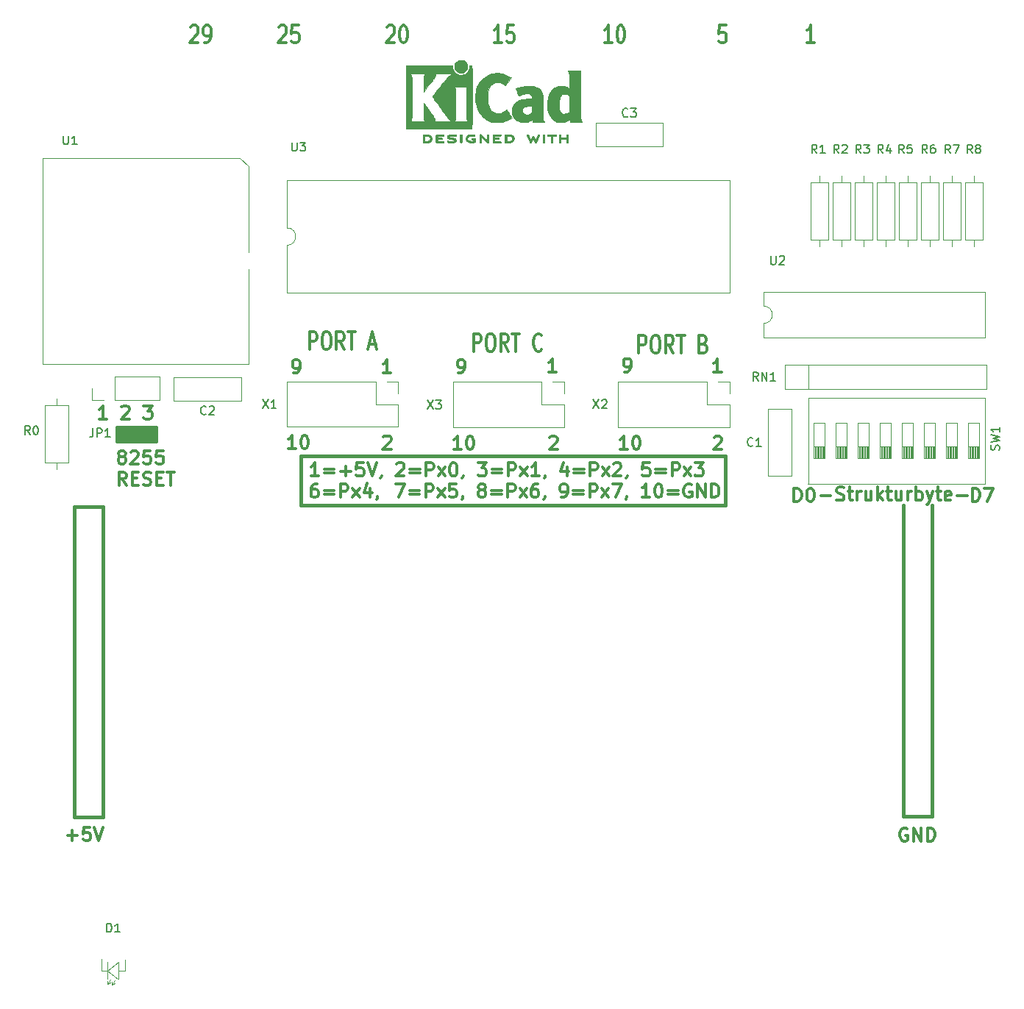
<source format=gto>
%TF.GenerationSoftware,KiCad,Pcbnew,(6.0.9)*%
%TF.CreationDate,2022-11-14T21:20:21+01:00*%
%TF.ProjectId,m061,6d303631-2e6b-4696-9361-645f70636258,1.0*%
%TF.SameCoordinates,Original*%
%TF.FileFunction,Legend,Top*%
%TF.FilePolarity,Positive*%
%FSLAX46Y46*%
G04 Gerber Fmt 4.6, Leading zero omitted, Abs format (unit mm)*
G04 Created by KiCad (PCBNEW (6.0.9)) date 2022-11-14 21:20:21*
%MOMM*%
%LPD*%
G01*
G04 APERTURE LIST*
%ADD10C,0.381000*%
%ADD11C,0.304800*%
%ADD12C,0.150000*%
%ADD13C,0.120000*%
%ADD14C,0.010000*%
G04 APERTURE END LIST*
D10*
X119126000Y-135991600D02*
X122428000Y-135991600D01*
X27051000Y-100330000D02*
X27051000Y-135509000D01*
X49784000Y-94488000D02*
X98679000Y-94488000D01*
X98679000Y-94488000D02*
X98679000Y-100126800D01*
X98679000Y-100126800D02*
X49784000Y-100126800D01*
X49784000Y-100126800D02*
X49784000Y-94488000D01*
X28676600Y-91135200D02*
X33147000Y-91135200D01*
X33147000Y-91135200D02*
X33147000Y-92760800D01*
X33147000Y-92760800D02*
X28676600Y-92760800D01*
X28676600Y-92760800D02*
X28676600Y-91135200D01*
G36*
X28676600Y-91135200D02*
G01*
X33147000Y-91135200D01*
X33147000Y-92760800D01*
X28676600Y-92760800D01*
X28676600Y-91135200D01*
G37*
X122453400Y-100126800D02*
X122428000Y-135229600D01*
X23749000Y-136017000D02*
X27051000Y-136017000D01*
X23749000Y-100330000D02*
X23749000Y-135509000D01*
X122428000Y-135991600D02*
X122428000Y-135229600D01*
X27051000Y-136017000D02*
X27051000Y-135509000D01*
X119126000Y-101320600D02*
X119126000Y-135229600D01*
X23749000Y-135509000D02*
X23749000Y-136017000D01*
X23749000Y-100330000D02*
X27051000Y-100330000D01*
X119126000Y-100139500D02*
X119126000Y-101384100D01*
X119126000Y-135229600D02*
X119126000Y-135991600D01*
D11*
X59720008Y-45090512D02*
X59792579Y-44993751D01*
X59937722Y-44896989D01*
X60300579Y-44896989D01*
X60445722Y-44993751D01*
X60518293Y-45090512D01*
X60590865Y-45284036D01*
X60590865Y-45477560D01*
X60518293Y-45767846D01*
X59647436Y-46928989D01*
X60590865Y-46928989D01*
X61534293Y-44896989D02*
X61679436Y-44896989D01*
X61824579Y-44993751D01*
X61897151Y-45090512D01*
X61969722Y-45284036D01*
X62042293Y-45671084D01*
X62042293Y-46154893D01*
X61969722Y-46541941D01*
X61897151Y-46735465D01*
X61824579Y-46832227D01*
X61679436Y-46928989D01*
X61534293Y-46928989D01*
X61389151Y-46832227D01*
X61316579Y-46735465D01*
X61244008Y-46541941D01*
X61171436Y-46154893D01*
X61171436Y-45671084D01*
X61244008Y-45284036D01*
X61316579Y-45090512D01*
X61389151Y-44993751D01*
X61534293Y-44896989D01*
X49214314Y-93653428D02*
X48343457Y-93653428D01*
X48778885Y-93653428D02*
X48778885Y-92129428D01*
X48633742Y-92347142D01*
X48488600Y-92492285D01*
X48343457Y-92564857D01*
X50157742Y-92129428D02*
X50302885Y-92129428D01*
X50448028Y-92202000D01*
X50520600Y-92274571D01*
X50593171Y-92419714D01*
X50665742Y-92710000D01*
X50665742Y-93072857D01*
X50593171Y-93363142D01*
X50520600Y-93508285D01*
X50448028Y-93580857D01*
X50302885Y-93653428D01*
X50157742Y-93653428D01*
X50012600Y-93580857D01*
X49940028Y-93508285D01*
X49867457Y-93363142D01*
X49794885Y-93072857D01*
X49794885Y-92710000D01*
X49867457Y-92419714D01*
X49940028Y-92274571D01*
X50012600Y-92202000D01*
X50157742Y-92129428D01*
X60698742Y-97717428D02*
X61714742Y-97717428D01*
X61061599Y-99241428D01*
X62295314Y-98443142D02*
X63456457Y-98443142D01*
X63456457Y-98878571D02*
X62295314Y-98878571D01*
X64182171Y-99241428D02*
X64182171Y-97717428D01*
X64762742Y-97717428D01*
X64907885Y-97790000D01*
X64980457Y-97862571D01*
X65053028Y-98007714D01*
X65053028Y-98225428D01*
X64980457Y-98370571D01*
X64907885Y-98443142D01*
X64762742Y-98515714D01*
X64182171Y-98515714D01*
X65561028Y-99241428D02*
X66359314Y-98225428D01*
X65561028Y-98225428D02*
X66359314Y-99241428D01*
X67665600Y-97717428D02*
X66939885Y-97717428D01*
X66867314Y-98443142D01*
X66939885Y-98370571D01*
X67085028Y-98298000D01*
X67447885Y-98298000D01*
X67593028Y-98370571D01*
X67665600Y-98443142D01*
X67738171Y-98588285D01*
X67738171Y-98951142D01*
X67665600Y-99096285D01*
X67593028Y-99168857D01*
X67447885Y-99241428D01*
X67085028Y-99241428D01*
X66939885Y-99168857D01*
X66867314Y-99096285D01*
X68463885Y-99168857D02*
X68463885Y-99241428D01*
X68391314Y-99386571D01*
X68318742Y-99459142D01*
X70495885Y-98370571D02*
X70350742Y-98298000D01*
X70278171Y-98225428D01*
X70205600Y-98080285D01*
X70205600Y-98007714D01*
X70278171Y-97862571D01*
X70350742Y-97790000D01*
X70495885Y-97717428D01*
X70786171Y-97717428D01*
X70931314Y-97790000D01*
X71003885Y-97862571D01*
X71076457Y-98007714D01*
X71076457Y-98080285D01*
X71003885Y-98225428D01*
X70931314Y-98298000D01*
X70786171Y-98370571D01*
X70495885Y-98370571D01*
X70350742Y-98443142D01*
X70278171Y-98515714D01*
X70205600Y-98660857D01*
X70205600Y-98951142D01*
X70278171Y-99096285D01*
X70350742Y-99168857D01*
X70495885Y-99241428D01*
X70786171Y-99241428D01*
X70931314Y-99168857D01*
X71003885Y-99096285D01*
X71076457Y-98951142D01*
X71076457Y-98660857D01*
X71003885Y-98515714D01*
X70931314Y-98443142D01*
X70786171Y-98370571D01*
X71729600Y-98443142D02*
X72890742Y-98443142D01*
X72890742Y-98878571D02*
X71729600Y-98878571D01*
X73616457Y-99241428D02*
X73616457Y-97717428D01*
X74197028Y-97717428D01*
X74342171Y-97790000D01*
X74414742Y-97862571D01*
X74487314Y-98007714D01*
X74487314Y-98225428D01*
X74414742Y-98370571D01*
X74342171Y-98443142D01*
X74197028Y-98515714D01*
X73616457Y-98515714D01*
X74995314Y-99241428D02*
X75793600Y-98225428D01*
X74995314Y-98225428D02*
X75793600Y-99241428D01*
X77027314Y-97717428D02*
X76737028Y-97717428D01*
X76591885Y-97790000D01*
X76519314Y-97862571D01*
X76374171Y-98080285D01*
X76301600Y-98370571D01*
X76301600Y-98951142D01*
X76374171Y-99096285D01*
X76446742Y-99168857D01*
X76591885Y-99241428D01*
X76882171Y-99241428D01*
X77027314Y-99168857D01*
X77099885Y-99096285D01*
X77172457Y-98951142D01*
X77172457Y-98588285D01*
X77099885Y-98443142D01*
X77027314Y-98370571D01*
X76882171Y-98298000D01*
X76591885Y-98298000D01*
X76446742Y-98370571D01*
X76374171Y-98443142D01*
X76301600Y-98588285D01*
X77898171Y-99168857D02*
X77898171Y-99241428D01*
X77825600Y-99386571D01*
X77753028Y-99459142D01*
X79785028Y-99241428D02*
X80075314Y-99241428D01*
X80220457Y-99168857D01*
X80293028Y-99096285D01*
X80438171Y-98878571D01*
X80510742Y-98588285D01*
X80510742Y-98007714D01*
X80438171Y-97862571D01*
X80365600Y-97790000D01*
X80220457Y-97717428D01*
X79930171Y-97717428D01*
X79785028Y-97790000D01*
X79712457Y-97862571D01*
X79639885Y-98007714D01*
X79639885Y-98370571D01*
X79712457Y-98515714D01*
X79785028Y-98588285D01*
X79930171Y-98660857D01*
X80220457Y-98660857D01*
X80365600Y-98588285D01*
X80438171Y-98515714D01*
X80510742Y-98370571D01*
X81163885Y-98443142D02*
X82325028Y-98443142D01*
X82325028Y-98878571D02*
X81163885Y-98878571D01*
X83050742Y-99241428D02*
X83050742Y-97717428D01*
X83631314Y-97717428D01*
X83776457Y-97790000D01*
X83849028Y-97862571D01*
X83921600Y-98007714D01*
X83921600Y-98225428D01*
X83849028Y-98370571D01*
X83776457Y-98443142D01*
X83631314Y-98515714D01*
X83050742Y-98515714D01*
X84429600Y-99241428D02*
X85227885Y-98225428D01*
X84429600Y-98225428D02*
X85227885Y-99241428D01*
X85663314Y-97717428D02*
X86679314Y-97717428D01*
X86026171Y-99241428D01*
X87332457Y-99168857D02*
X87332457Y-99241428D01*
X87259885Y-99386571D01*
X87187314Y-99459142D01*
X89945028Y-99241428D02*
X89074171Y-99241428D01*
X89509600Y-99241428D02*
X89509600Y-97717428D01*
X89364457Y-97935142D01*
X89219314Y-98080285D01*
X89074171Y-98152857D01*
X90888457Y-97717428D02*
X91033600Y-97717428D01*
X91178742Y-97790000D01*
X91251314Y-97862571D01*
X91323885Y-98007714D01*
X91396457Y-98298000D01*
X91396457Y-98660857D01*
X91323885Y-98951142D01*
X91251314Y-99096285D01*
X91178742Y-99168857D01*
X91033600Y-99241428D01*
X90888457Y-99241428D01*
X90743314Y-99168857D01*
X90670742Y-99096285D01*
X90598171Y-98951142D01*
X90525600Y-98660857D01*
X90525600Y-98298000D01*
X90598171Y-98007714D01*
X90670742Y-97862571D01*
X90743314Y-97790000D01*
X90888457Y-97717428D01*
X92049600Y-98443142D02*
X93210742Y-98443142D01*
X93210742Y-98878571D02*
X92049600Y-98878571D01*
X94734742Y-97790000D02*
X94589600Y-97717428D01*
X94371885Y-97717428D01*
X94154171Y-97790000D01*
X94009028Y-97935142D01*
X93936457Y-98080285D01*
X93863885Y-98370571D01*
X93863885Y-98588285D01*
X93936457Y-98878571D01*
X94009028Y-99023714D01*
X94154171Y-99168857D01*
X94371885Y-99241428D01*
X94517028Y-99241428D01*
X94734742Y-99168857D01*
X94807314Y-99096285D01*
X94807314Y-98588285D01*
X94517028Y-98588285D01*
X95460457Y-99241428D02*
X95460457Y-97717428D01*
X96331314Y-99241428D01*
X96331314Y-97717428D01*
X97057028Y-99241428D02*
X97057028Y-97717428D01*
X97419885Y-97717428D01*
X97637600Y-97790000D01*
X97782742Y-97935142D01*
X97855314Y-98080285D01*
X97927885Y-98370571D01*
X97927885Y-98588285D01*
X97855314Y-98878571D01*
X97782742Y-99023714D01*
X97637600Y-99168857D01*
X97419885Y-99241428D01*
X97057028Y-99241428D01*
X98200028Y-84865028D02*
X97329171Y-84865028D01*
X97764600Y-84865028D02*
X97764600Y-83341028D01*
X97619457Y-83558742D01*
X97474314Y-83703885D01*
X97329171Y-83776457D01*
X72909865Y-46928989D02*
X72039008Y-46928989D01*
X72474436Y-46928989D02*
X72474436Y-44896989D01*
X72329293Y-45187274D01*
X72184151Y-45380798D01*
X72039008Y-45477560D01*
X74288722Y-44896989D02*
X73563008Y-44896989D01*
X73490436Y-45864608D01*
X73563008Y-45767846D01*
X73708151Y-45671084D01*
X74071008Y-45671084D01*
X74216151Y-45767846D01*
X74288722Y-45864608D01*
X74361293Y-46058131D01*
X74361293Y-46541941D01*
X74288722Y-46735465D01*
X74216151Y-46832227D01*
X74071008Y-46928989D01*
X73708151Y-46928989D01*
X73563008Y-46832227D01*
X73490436Y-46735465D01*
X85609865Y-46928989D02*
X84739008Y-46928989D01*
X85174436Y-46928989D02*
X85174436Y-44896989D01*
X85029293Y-45187274D01*
X84884151Y-45380798D01*
X84739008Y-45477560D01*
X86553293Y-44896989D02*
X86698436Y-44896989D01*
X86843579Y-44993751D01*
X86916151Y-45090512D01*
X86988722Y-45284036D01*
X87061293Y-45671084D01*
X87061293Y-46154893D01*
X86988722Y-46541941D01*
X86916151Y-46735465D01*
X86843579Y-46832227D01*
X86698436Y-46928989D01*
X86553293Y-46928989D01*
X86408151Y-46832227D01*
X86335579Y-46735465D01*
X86263008Y-46541941D01*
X86190436Y-46154893D01*
X86190436Y-45671084D01*
X86263008Y-45284036D01*
X86335579Y-45090512D01*
X86408151Y-44993751D01*
X86553293Y-44896989D01*
X87085714Y-84788828D02*
X87376000Y-84788828D01*
X87521142Y-84716257D01*
X87593714Y-84643685D01*
X87738857Y-84425971D01*
X87811428Y-84135685D01*
X87811428Y-83555114D01*
X87738857Y-83409971D01*
X87666285Y-83337400D01*
X87521142Y-83264828D01*
X87230857Y-83264828D01*
X87085714Y-83337400D01*
X87013142Y-83409971D01*
X86940571Y-83555114D01*
X86940571Y-83917971D01*
X87013142Y-84063114D01*
X87085714Y-84135685D01*
X87230857Y-84208257D01*
X87521142Y-84208257D01*
X87666285Y-84135685D01*
X87738857Y-84063114D01*
X87811428Y-83917971D01*
X29074291Y-94527551D02*
X28929148Y-94454980D01*
X28856577Y-94382408D01*
X28784005Y-94237265D01*
X28784005Y-94164694D01*
X28856577Y-94019551D01*
X28929148Y-93946980D01*
X29074291Y-93874408D01*
X29364577Y-93874408D01*
X29509720Y-93946980D01*
X29582291Y-94019551D01*
X29654862Y-94164694D01*
X29654862Y-94237265D01*
X29582291Y-94382408D01*
X29509720Y-94454980D01*
X29364577Y-94527551D01*
X29074291Y-94527551D01*
X28929148Y-94600122D01*
X28856577Y-94672694D01*
X28784005Y-94817837D01*
X28784005Y-95108122D01*
X28856577Y-95253265D01*
X28929148Y-95325837D01*
X29074291Y-95398408D01*
X29364577Y-95398408D01*
X29509720Y-95325837D01*
X29582291Y-95253265D01*
X29654862Y-95108122D01*
X29654862Y-94817837D01*
X29582291Y-94672694D01*
X29509720Y-94600122D01*
X29364577Y-94527551D01*
X30235434Y-94019551D02*
X30308005Y-93946980D01*
X30453148Y-93874408D01*
X30816005Y-93874408D01*
X30961148Y-93946980D01*
X31033720Y-94019551D01*
X31106291Y-94164694D01*
X31106291Y-94309837D01*
X31033720Y-94527551D01*
X30162862Y-95398408D01*
X31106291Y-95398408D01*
X32485148Y-93874408D02*
X31759434Y-93874408D01*
X31686862Y-94600122D01*
X31759434Y-94527551D01*
X31904577Y-94454980D01*
X32267434Y-94454980D01*
X32412577Y-94527551D01*
X32485148Y-94600122D01*
X32557720Y-94745265D01*
X32557720Y-95108122D01*
X32485148Y-95253265D01*
X32412577Y-95325837D01*
X32267434Y-95398408D01*
X31904577Y-95398408D01*
X31759434Y-95325837D01*
X31686862Y-95253265D01*
X33936577Y-93874408D02*
X33210862Y-93874408D01*
X33138291Y-94600122D01*
X33210862Y-94527551D01*
X33356005Y-94454980D01*
X33718862Y-94454980D01*
X33864005Y-94527551D01*
X33936577Y-94600122D01*
X34009148Y-94745265D01*
X34009148Y-95108122D01*
X33936577Y-95253265D01*
X33864005Y-95325837D01*
X33718862Y-95398408D01*
X33356005Y-95398408D01*
X33210862Y-95325837D01*
X33138291Y-95253265D01*
X29727434Y-97852048D02*
X29219434Y-97126334D01*
X28856577Y-97852048D02*
X28856577Y-96328048D01*
X29437148Y-96328048D01*
X29582291Y-96400620D01*
X29654862Y-96473191D01*
X29727434Y-96618334D01*
X29727434Y-96836048D01*
X29654862Y-96981191D01*
X29582291Y-97053762D01*
X29437148Y-97126334D01*
X28856577Y-97126334D01*
X30380577Y-97053762D02*
X30888577Y-97053762D01*
X31106291Y-97852048D02*
X30380577Y-97852048D01*
X30380577Y-96328048D01*
X31106291Y-96328048D01*
X31686862Y-97779477D02*
X31904577Y-97852048D01*
X32267434Y-97852048D01*
X32412577Y-97779477D01*
X32485148Y-97706905D01*
X32557720Y-97561762D01*
X32557720Y-97416620D01*
X32485148Y-97271477D01*
X32412577Y-97198905D01*
X32267434Y-97126334D01*
X31977148Y-97053762D01*
X31832005Y-96981191D01*
X31759434Y-96908620D01*
X31686862Y-96763477D01*
X31686862Y-96618334D01*
X31759434Y-96473191D01*
X31832005Y-96400620D01*
X31977148Y-96328048D01*
X32340005Y-96328048D01*
X32557720Y-96400620D01*
X33210862Y-97053762D02*
X33718862Y-97053762D01*
X33936577Y-97852048D02*
X33210862Y-97852048D01*
X33210862Y-96328048D01*
X33936577Y-96328048D01*
X34372005Y-96328048D02*
X35242862Y-96328048D01*
X34807434Y-97852048D02*
X34807434Y-96328048D01*
X22932571Y-138183257D02*
X24093714Y-138183257D01*
X23513142Y-138763828D02*
X23513142Y-137602685D01*
X25545142Y-137239828D02*
X24819428Y-137239828D01*
X24746857Y-137965542D01*
X24819428Y-137892971D01*
X24964571Y-137820400D01*
X25327428Y-137820400D01*
X25472571Y-137892971D01*
X25545142Y-137965542D01*
X25617714Y-138110685D01*
X25617714Y-138473542D01*
X25545142Y-138618685D01*
X25472571Y-138691257D01*
X25327428Y-138763828D01*
X24964571Y-138763828D01*
X24819428Y-138691257D01*
X24746857Y-138618685D01*
X26053142Y-137239828D02*
X26561142Y-138763828D01*
X27069142Y-137239828D01*
X97379971Y-92325371D02*
X97452542Y-92252800D01*
X97597685Y-92180228D01*
X97960542Y-92180228D01*
X98105685Y-92252800D01*
X98178257Y-92325371D01*
X98250828Y-92470514D01*
X98250828Y-92615657D01*
X98178257Y-92833371D01*
X97307400Y-93704228D01*
X98250828Y-93704228D01*
X59305371Y-92299971D02*
X59377942Y-92227400D01*
X59523085Y-92154828D01*
X59885942Y-92154828D01*
X60031085Y-92227400D01*
X60103657Y-92299971D01*
X60176228Y-92445114D01*
X60176228Y-92590257D01*
X60103657Y-92807971D01*
X59232800Y-93678828D01*
X60176228Y-93678828D01*
X60150828Y-84941228D02*
X59279971Y-84941228D01*
X59715400Y-84941228D02*
X59715400Y-83417228D01*
X59570257Y-83634942D01*
X59425114Y-83780085D01*
X59279971Y-83852657D01*
X68264314Y-93729628D02*
X67393457Y-93729628D01*
X67828885Y-93729628D02*
X67828885Y-92205628D01*
X67683742Y-92423342D01*
X67538600Y-92568485D01*
X67393457Y-92641057D01*
X69207742Y-92205628D02*
X69352885Y-92205628D01*
X69498028Y-92278200D01*
X69570600Y-92350771D01*
X69643171Y-92495914D01*
X69715742Y-92786200D01*
X69715742Y-93149057D01*
X69643171Y-93439342D01*
X69570600Y-93584485D01*
X69498028Y-93657057D01*
X69352885Y-93729628D01*
X69207742Y-93729628D01*
X69062600Y-93657057D01*
X68990028Y-93584485D01*
X68917457Y-93439342D01*
X68844885Y-93149057D01*
X68844885Y-92786200D01*
X68917457Y-92495914D01*
X68990028Y-92350771D01*
X69062600Y-92278200D01*
X69207742Y-92205628D01*
X108941579Y-46928989D02*
X108070722Y-46928989D01*
X108506151Y-46928989D02*
X108506151Y-44896989D01*
X108361008Y-45187274D01*
X108215865Y-45380798D01*
X108070722Y-45477560D01*
X98709008Y-44896989D02*
X97983293Y-44896989D01*
X97910722Y-45864608D01*
X97983293Y-45767846D01*
X98128436Y-45671084D01*
X98491293Y-45671084D01*
X98636436Y-45767846D01*
X98709008Y-45864608D01*
X98781579Y-46058131D01*
X98781579Y-46541941D01*
X98709008Y-46735465D01*
X98636436Y-46832227D01*
X98491293Y-46928989D01*
X98128436Y-46928989D01*
X97983293Y-46832227D01*
X97910722Y-46735465D01*
X79200828Y-84788828D02*
X78329971Y-84788828D01*
X78765400Y-84788828D02*
X78765400Y-83264828D01*
X78620257Y-83482542D01*
X78475114Y-83627685D01*
X78329971Y-83700257D01*
X127094342Y-99698628D02*
X127094342Y-98174628D01*
X127457200Y-98174628D01*
X127674914Y-98247200D01*
X127820057Y-98392342D01*
X127892628Y-98537485D01*
X127965200Y-98827771D01*
X127965200Y-99045485D01*
X127892628Y-99335771D01*
X127820057Y-99480914D01*
X127674914Y-99626057D01*
X127457200Y-99698628D01*
X127094342Y-99698628D01*
X128473200Y-98174628D02*
X129489200Y-98174628D01*
X128836057Y-99698628D01*
X78456971Y-92325371D02*
X78529542Y-92252800D01*
X78674685Y-92180228D01*
X79037542Y-92180228D01*
X79182685Y-92252800D01*
X79255257Y-92325371D01*
X79327828Y-92470514D01*
X79327828Y-92615657D01*
X79255257Y-92833371D01*
X78384400Y-93704228D01*
X79327828Y-93704228D01*
X69675828Y-82427838D02*
X69675828Y-80395838D01*
X70256400Y-80395838D01*
X70401542Y-80492600D01*
X70474114Y-80589361D01*
X70546685Y-80782885D01*
X70546685Y-81073171D01*
X70474114Y-81266695D01*
X70401542Y-81363457D01*
X70256400Y-81460219D01*
X69675828Y-81460219D01*
X71490114Y-80395838D02*
X71780400Y-80395838D01*
X71925542Y-80492600D01*
X72070685Y-80686123D01*
X72143257Y-81073171D01*
X72143257Y-81750504D01*
X72070685Y-82137552D01*
X71925542Y-82331076D01*
X71780400Y-82427838D01*
X71490114Y-82427838D01*
X71344971Y-82331076D01*
X71199828Y-82137552D01*
X71127257Y-81750504D01*
X71127257Y-81073171D01*
X71199828Y-80686123D01*
X71344971Y-80492600D01*
X71490114Y-80395838D01*
X73667257Y-82427838D02*
X73159257Y-81460219D01*
X72796400Y-82427838D02*
X72796400Y-80395838D01*
X73376971Y-80395838D01*
X73522114Y-80492600D01*
X73594685Y-80589361D01*
X73667257Y-80782885D01*
X73667257Y-81073171D01*
X73594685Y-81266695D01*
X73522114Y-81363457D01*
X73376971Y-81460219D01*
X72796400Y-81460219D01*
X74102685Y-80395838D02*
X74973542Y-80395838D01*
X74538114Y-82427838D02*
X74538114Y-80395838D01*
X77513542Y-82234314D02*
X77440971Y-82331076D01*
X77223257Y-82427838D01*
X77078114Y-82427838D01*
X76860400Y-82331076D01*
X76715257Y-82137552D01*
X76642685Y-81944028D01*
X76570114Y-81556980D01*
X76570114Y-81266695D01*
X76642685Y-80879647D01*
X76715257Y-80686123D01*
X76860400Y-80492600D01*
X77078114Y-80395838D01*
X77223257Y-80395838D01*
X77440971Y-80492600D01*
X77513542Y-80589361D01*
X37114008Y-45090512D02*
X37186579Y-44993751D01*
X37331722Y-44896989D01*
X37694579Y-44896989D01*
X37839722Y-44993751D01*
X37912293Y-45090512D01*
X37984865Y-45284036D01*
X37984865Y-45477560D01*
X37912293Y-45767846D01*
X37041436Y-46928989D01*
X37984865Y-46928989D01*
X38710579Y-46928989D02*
X39000865Y-46928989D01*
X39146008Y-46832227D01*
X39218579Y-46735465D01*
X39363722Y-46445179D01*
X39436293Y-46058131D01*
X39436293Y-45284036D01*
X39363722Y-45090512D01*
X39291151Y-44993751D01*
X39146008Y-44896989D01*
X38855722Y-44896989D01*
X38710579Y-44993751D01*
X38638008Y-45090512D01*
X38565436Y-45284036D01*
X38565436Y-45767846D01*
X38638008Y-45961370D01*
X38710579Y-46058131D01*
X38855722Y-46154893D01*
X39146008Y-46154893D01*
X39291151Y-46058131D01*
X39363722Y-45961370D01*
X39436293Y-45767846D01*
X119590457Y-137363200D02*
X119445314Y-137290628D01*
X119227600Y-137290628D01*
X119009885Y-137363200D01*
X118864742Y-137508342D01*
X118792171Y-137653485D01*
X118719600Y-137943771D01*
X118719600Y-138161485D01*
X118792171Y-138451771D01*
X118864742Y-138596914D01*
X119009885Y-138742057D01*
X119227600Y-138814628D01*
X119372742Y-138814628D01*
X119590457Y-138742057D01*
X119663028Y-138669485D01*
X119663028Y-138161485D01*
X119372742Y-138161485D01*
X120316171Y-138814628D02*
X120316171Y-137290628D01*
X121187028Y-138814628D01*
X121187028Y-137290628D01*
X121912742Y-138814628D02*
X121912742Y-137290628D01*
X122275600Y-137290628D01*
X122493314Y-137363200D01*
X122638457Y-137508342D01*
X122711028Y-137653485D01*
X122783600Y-137943771D01*
X122783600Y-138161485D01*
X122711028Y-138451771D01*
X122638457Y-138596914D01*
X122493314Y-138742057D01*
X122275600Y-138814628D01*
X121912742Y-138814628D01*
X88675028Y-82631038D02*
X88675028Y-80599038D01*
X89255600Y-80599038D01*
X89400742Y-80695800D01*
X89473314Y-80792561D01*
X89545885Y-80986085D01*
X89545885Y-81276371D01*
X89473314Y-81469895D01*
X89400742Y-81566657D01*
X89255600Y-81663419D01*
X88675028Y-81663419D01*
X90489314Y-80599038D02*
X90779600Y-80599038D01*
X90924742Y-80695800D01*
X91069885Y-80889323D01*
X91142457Y-81276371D01*
X91142457Y-81953704D01*
X91069885Y-82340752D01*
X90924742Y-82534276D01*
X90779600Y-82631038D01*
X90489314Y-82631038D01*
X90344171Y-82534276D01*
X90199028Y-82340752D01*
X90126457Y-81953704D01*
X90126457Y-81276371D01*
X90199028Y-80889323D01*
X90344171Y-80695800D01*
X90489314Y-80599038D01*
X92666457Y-82631038D02*
X92158457Y-81663419D01*
X91795600Y-82631038D02*
X91795600Y-80599038D01*
X92376171Y-80599038D01*
X92521314Y-80695800D01*
X92593885Y-80792561D01*
X92666457Y-80986085D01*
X92666457Y-81276371D01*
X92593885Y-81469895D01*
X92521314Y-81566657D01*
X92376171Y-81663419D01*
X91795600Y-81663419D01*
X93101885Y-80599038D02*
X93972742Y-80599038D01*
X93537314Y-82631038D02*
X93537314Y-80599038D01*
X96149885Y-81566657D02*
X96367600Y-81663419D01*
X96440171Y-81760180D01*
X96512742Y-81953704D01*
X96512742Y-82243990D01*
X96440171Y-82437514D01*
X96367600Y-82534276D01*
X96222457Y-82631038D01*
X95641885Y-82631038D01*
X95641885Y-80599038D01*
X96149885Y-80599038D01*
X96295028Y-80695800D01*
X96367600Y-80792561D01*
X96440171Y-80986085D01*
X96440171Y-81179609D01*
X96367600Y-81373133D01*
X96295028Y-81469895D01*
X96149885Y-81566657D01*
X95641885Y-81566657D01*
X109640914Y-99016457D02*
X110802057Y-99016457D01*
X111455199Y-99524457D02*
X111672914Y-99597028D01*
X112035771Y-99597028D01*
X112180914Y-99524457D01*
X112253485Y-99451885D01*
X112326057Y-99306742D01*
X112326057Y-99161600D01*
X112253485Y-99016457D01*
X112180914Y-98943885D01*
X112035771Y-98871314D01*
X111745485Y-98798742D01*
X111600342Y-98726171D01*
X111527771Y-98653600D01*
X111455199Y-98508457D01*
X111455199Y-98363314D01*
X111527771Y-98218171D01*
X111600342Y-98145600D01*
X111745485Y-98073028D01*
X112108342Y-98073028D01*
X112326057Y-98145600D01*
X112761485Y-98581028D02*
X113342057Y-98581028D01*
X112979199Y-98073028D02*
X112979199Y-99379314D01*
X113051771Y-99524457D01*
X113196914Y-99597028D01*
X113342057Y-99597028D01*
X113850057Y-99597028D02*
X113850057Y-98581028D01*
X113850057Y-98871314D02*
X113922628Y-98726171D01*
X113995199Y-98653600D01*
X114140342Y-98581028D01*
X114285485Y-98581028D01*
X115446628Y-98581028D02*
X115446628Y-99597028D01*
X114793485Y-98581028D02*
X114793485Y-99379314D01*
X114866057Y-99524457D01*
X115011199Y-99597028D01*
X115228914Y-99597028D01*
X115374057Y-99524457D01*
X115446628Y-99451885D01*
X116172342Y-99597028D02*
X116172342Y-98073028D01*
X116317485Y-99016457D02*
X116752914Y-99597028D01*
X116752914Y-98581028D02*
X116172342Y-99161600D01*
X117188342Y-98581028D02*
X117768914Y-98581028D01*
X117406057Y-98073028D02*
X117406057Y-99379314D01*
X117478628Y-99524457D01*
X117623771Y-99597028D01*
X117768914Y-99597028D01*
X118930057Y-98581028D02*
X118930057Y-99597028D01*
X118276914Y-98581028D02*
X118276914Y-99379314D01*
X118349485Y-99524457D01*
X118494628Y-99597028D01*
X118712342Y-99597028D01*
X118857485Y-99524457D01*
X118930057Y-99451885D01*
X119655771Y-99597028D02*
X119655771Y-98581028D01*
X119655771Y-98871314D02*
X119728342Y-98726171D01*
X119800914Y-98653600D01*
X119946057Y-98581028D01*
X120091199Y-98581028D01*
X120599199Y-99597028D02*
X120599199Y-98073028D01*
X120599199Y-98653600D02*
X120744342Y-98581028D01*
X121034628Y-98581028D01*
X121179771Y-98653600D01*
X121252342Y-98726171D01*
X121324914Y-98871314D01*
X121324914Y-99306742D01*
X121252342Y-99451885D01*
X121179771Y-99524457D01*
X121034628Y-99597028D01*
X120744342Y-99597028D01*
X120599199Y-99524457D01*
X121832914Y-98581028D02*
X122195771Y-99597028D01*
X122558628Y-98581028D02*
X122195771Y-99597028D01*
X122050628Y-99959885D01*
X121978057Y-100032457D01*
X121832914Y-100105028D01*
X122921485Y-98581028D02*
X123502057Y-98581028D01*
X123139199Y-98073028D02*
X123139199Y-99379314D01*
X123211771Y-99524457D01*
X123356914Y-99597028D01*
X123502057Y-99597028D01*
X124590628Y-99524457D02*
X124445485Y-99597028D01*
X124155199Y-99597028D01*
X124010057Y-99524457D01*
X123937485Y-99379314D01*
X123937485Y-98798742D01*
X124010057Y-98653600D01*
X124155199Y-98581028D01*
X124445485Y-98581028D01*
X124590628Y-98653600D01*
X124663199Y-98798742D01*
X124663199Y-98943885D01*
X123937485Y-99089028D01*
X125316342Y-99016457D02*
X126477485Y-99016457D01*
X87390514Y-93704228D02*
X86519657Y-93704228D01*
X86955085Y-93704228D02*
X86955085Y-92180228D01*
X86809942Y-92397942D01*
X86664800Y-92543085D01*
X86519657Y-92615657D01*
X88333942Y-92180228D02*
X88479085Y-92180228D01*
X88624228Y-92252800D01*
X88696800Y-92325371D01*
X88769371Y-92470514D01*
X88841942Y-92760800D01*
X88841942Y-93123657D01*
X88769371Y-93413942D01*
X88696800Y-93559085D01*
X88624228Y-93631657D01*
X88479085Y-93704228D01*
X88333942Y-93704228D01*
X88188800Y-93631657D01*
X88116228Y-93559085D01*
X88043657Y-93413942D01*
X87971085Y-93123657D01*
X87971085Y-92760800D01*
X88043657Y-92470514D01*
X88116228Y-92325371D01*
X88188800Y-92252800D01*
X88333942Y-92180228D01*
X106571142Y-99724028D02*
X106571142Y-98200028D01*
X106934000Y-98200028D01*
X107151714Y-98272600D01*
X107296857Y-98417742D01*
X107369428Y-98562885D01*
X107442000Y-98853171D01*
X107442000Y-99070885D01*
X107369428Y-99361171D01*
X107296857Y-99506314D01*
X107151714Y-99651457D01*
X106934000Y-99724028D01*
X106571142Y-99724028D01*
X108385428Y-98200028D02*
X108530571Y-98200028D01*
X108675714Y-98272600D01*
X108748285Y-98345171D01*
X108820857Y-98490314D01*
X108893428Y-98780600D01*
X108893428Y-99143457D01*
X108820857Y-99433742D01*
X108748285Y-99578885D01*
X108675714Y-99651457D01*
X108530571Y-99724028D01*
X108385428Y-99724028D01*
X108240285Y-99651457D01*
X108167714Y-99578885D01*
X108095142Y-99433742D01*
X108022571Y-99143457D01*
X108022571Y-98780600D01*
X108095142Y-98490314D01*
X108167714Y-98345171D01*
X108240285Y-98272600D01*
X108385428Y-98200028D01*
X50785485Y-82224638D02*
X50785485Y-80192638D01*
X51366057Y-80192638D01*
X51511200Y-80289400D01*
X51583771Y-80386161D01*
X51656342Y-80579685D01*
X51656342Y-80869971D01*
X51583771Y-81063495D01*
X51511200Y-81160257D01*
X51366057Y-81257019D01*
X50785485Y-81257019D01*
X52599771Y-80192638D02*
X52890057Y-80192638D01*
X53035200Y-80289400D01*
X53180342Y-80482923D01*
X53252914Y-80869971D01*
X53252914Y-81547304D01*
X53180342Y-81934352D01*
X53035200Y-82127876D01*
X52890057Y-82224638D01*
X52599771Y-82224638D01*
X52454628Y-82127876D01*
X52309485Y-81934352D01*
X52236914Y-81547304D01*
X52236914Y-80869971D01*
X52309485Y-80482923D01*
X52454628Y-80289400D01*
X52599771Y-80192638D01*
X54776914Y-82224638D02*
X54268914Y-81257019D01*
X53906057Y-82224638D02*
X53906057Y-80192638D01*
X54486628Y-80192638D01*
X54631771Y-80289400D01*
X54704342Y-80386161D01*
X54776914Y-80579685D01*
X54776914Y-80869971D01*
X54704342Y-81063495D01*
X54631771Y-81160257D01*
X54486628Y-81257019D01*
X53906057Y-81257019D01*
X55212342Y-80192638D02*
X56083200Y-80192638D01*
X55647771Y-82224638D02*
X55647771Y-80192638D01*
X57679771Y-81644066D02*
X58405485Y-81644066D01*
X57534628Y-82224638D02*
X58042628Y-80192638D01*
X58550628Y-82224638D01*
X47274008Y-45090512D02*
X47346579Y-44993751D01*
X47491722Y-44896989D01*
X47854579Y-44896989D01*
X47999722Y-44993751D01*
X48072293Y-45090512D01*
X48144865Y-45284036D01*
X48144865Y-45477560D01*
X48072293Y-45767846D01*
X47201436Y-46928989D01*
X48144865Y-46928989D01*
X49523722Y-44896989D02*
X48798008Y-44896989D01*
X48725436Y-45864608D01*
X48798008Y-45767846D01*
X48943151Y-45671084D01*
X49306008Y-45671084D01*
X49451151Y-45767846D01*
X49523722Y-45864608D01*
X49596293Y-46058131D01*
X49596293Y-46541941D01*
X49523722Y-46735465D01*
X49451151Y-46832227D01*
X49306008Y-46928989D01*
X48943151Y-46928989D01*
X48798008Y-46832227D01*
X48725436Y-46735465D01*
X67959514Y-84915828D02*
X68249800Y-84915828D01*
X68394942Y-84843257D01*
X68467514Y-84770685D01*
X68612657Y-84552971D01*
X68685228Y-84262685D01*
X68685228Y-83682114D01*
X68612657Y-83536971D01*
X68540085Y-83464400D01*
X68394942Y-83391828D01*
X68104657Y-83391828D01*
X67959514Y-83464400D01*
X67886942Y-83536971D01*
X67814371Y-83682114D01*
X67814371Y-84044971D01*
X67886942Y-84190114D01*
X67959514Y-84262685D01*
X68104657Y-84335257D01*
X68394942Y-84335257D01*
X68540085Y-84262685D01*
X68612657Y-84190114D01*
X68685228Y-84044971D01*
X48985714Y-84941228D02*
X49276000Y-84941228D01*
X49421142Y-84868657D01*
X49493714Y-84796085D01*
X49638857Y-84578371D01*
X49711428Y-84288085D01*
X49711428Y-83707514D01*
X49638857Y-83562371D01*
X49566285Y-83489800D01*
X49421142Y-83417228D01*
X49130857Y-83417228D01*
X48985714Y-83489800D01*
X48913142Y-83562371D01*
X48840571Y-83707514D01*
X48840571Y-84070371D01*
X48913142Y-84215514D01*
X48985714Y-84288085D01*
X49130857Y-84360657D01*
X49421142Y-84360657D01*
X49566285Y-84288085D01*
X49638857Y-84215514D01*
X49711428Y-84070371D01*
X51829062Y-96795408D02*
X50958205Y-96795408D01*
X51393634Y-96795408D02*
X51393634Y-95271408D01*
X51248491Y-95489122D01*
X51103348Y-95634265D01*
X50958205Y-95706837D01*
X52482205Y-95997122D02*
X53643348Y-95997122D01*
X53643348Y-96432551D02*
X52482205Y-96432551D01*
X54369062Y-96214837D02*
X55530205Y-96214837D01*
X54949634Y-96795408D02*
X54949634Y-95634265D01*
X56981634Y-95271408D02*
X56255920Y-95271408D01*
X56183348Y-95997122D01*
X56255920Y-95924551D01*
X56401062Y-95851980D01*
X56763920Y-95851980D01*
X56909062Y-95924551D01*
X56981634Y-95997122D01*
X57054205Y-96142265D01*
X57054205Y-96505122D01*
X56981634Y-96650265D01*
X56909062Y-96722837D01*
X56763920Y-96795408D01*
X56401062Y-96795408D01*
X56255920Y-96722837D01*
X56183348Y-96650265D01*
X57489634Y-95271408D02*
X57997634Y-96795408D01*
X58505634Y-95271408D01*
X59086205Y-96722837D02*
X59086205Y-96795408D01*
X59013634Y-96940551D01*
X58941062Y-97013122D01*
X60827920Y-95416551D02*
X60900491Y-95343980D01*
X61045634Y-95271408D01*
X61408491Y-95271408D01*
X61553634Y-95343980D01*
X61626205Y-95416551D01*
X61698777Y-95561694D01*
X61698777Y-95706837D01*
X61626205Y-95924551D01*
X60755348Y-96795408D01*
X61698777Y-96795408D01*
X62351920Y-95997122D02*
X63513062Y-95997122D01*
X63513062Y-96432551D02*
X62351920Y-96432551D01*
X64238777Y-96795408D02*
X64238777Y-95271408D01*
X64819348Y-95271408D01*
X64964491Y-95343980D01*
X65037062Y-95416551D01*
X65109634Y-95561694D01*
X65109634Y-95779408D01*
X65037062Y-95924551D01*
X64964491Y-95997122D01*
X64819348Y-96069694D01*
X64238777Y-96069694D01*
X65617634Y-96795408D02*
X66415920Y-95779408D01*
X65617634Y-95779408D02*
X66415920Y-96795408D01*
X67286777Y-95271408D02*
X67431920Y-95271408D01*
X67577062Y-95343980D01*
X67649634Y-95416551D01*
X67722205Y-95561694D01*
X67794777Y-95851980D01*
X67794777Y-96214837D01*
X67722205Y-96505122D01*
X67649634Y-96650265D01*
X67577062Y-96722837D01*
X67431920Y-96795408D01*
X67286777Y-96795408D01*
X67141634Y-96722837D01*
X67069062Y-96650265D01*
X66996491Y-96505122D01*
X66923920Y-96214837D01*
X66923920Y-95851980D01*
X66996491Y-95561694D01*
X67069062Y-95416551D01*
X67141634Y-95343980D01*
X67286777Y-95271408D01*
X68520491Y-96722837D02*
X68520491Y-96795408D01*
X68447920Y-96940551D01*
X68375348Y-97013122D01*
X70189634Y-95271408D02*
X71133062Y-95271408D01*
X70625062Y-95851980D01*
X70842777Y-95851980D01*
X70987920Y-95924551D01*
X71060491Y-95997122D01*
X71133062Y-96142265D01*
X71133062Y-96505122D01*
X71060491Y-96650265D01*
X70987920Y-96722837D01*
X70842777Y-96795408D01*
X70407348Y-96795408D01*
X70262205Y-96722837D01*
X70189634Y-96650265D01*
X71786205Y-95997122D02*
X72947348Y-95997122D01*
X72947348Y-96432551D02*
X71786205Y-96432551D01*
X73673062Y-96795408D02*
X73673062Y-95271408D01*
X74253634Y-95271408D01*
X74398777Y-95343980D01*
X74471348Y-95416551D01*
X74543920Y-95561694D01*
X74543920Y-95779408D01*
X74471348Y-95924551D01*
X74398777Y-95997122D01*
X74253634Y-96069694D01*
X73673062Y-96069694D01*
X75051920Y-96795408D02*
X75850205Y-95779408D01*
X75051920Y-95779408D02*
X75850205Y-96795408D01*
X77229062Y-96795408D02*
X76358205Y-96795408D01*
X76793634Y-96795408D02*
X76793634Y-95271408D01*
X76648491Y-95489122D01*
X76503348Y-95634265D01*
X76358205Y-95706837D01*
X77954777Y-96722837D02*
X77954777Y-96795408D01*
X77882205Y-96940551D01*
X77809634Y-97013122D01*
X80422205Y-95779408D02*
X80422205Y-96795408D01*
X80059348Y-95198837D02*
X79696491Y-96287408D01*
X80639920Y-96287408D01*
X81220491Y-95997122D02*
X82381634Y-95997122D01*
X82381634Y-96432551D02*
X81220491Y-96432551D01*
X83107348Y-96795408D02*
X83107348Y-95271408D01*
X83687920Y-95271408D01*
X83833062Y-95343980D01*
X83905634Y-95416551D01*
X83978205Y-95561694D01*
X83978205Y-95779408D01*
X83905634Y-95924551D01*
X83833062Y-95997122D01*
X83687920Y-96069694D01*
X83107348Y-96069694D01*
X84486205Y-96795408D02*
X85284491Y-95779408D01*
X84486205Y-95779408D02*
X85284491Y-96795408D01*
X85792491Y-95416551D02*
X85865062Y-95343980D01*
X86010205Y-95271408D01*
X86373062Y-95271408D01*
X86518205Y-95343980D01*
X86590777Y-95416551D01*
X86663348Y-95561694D01*
X86663348Y-95706837D01*
X86590777Y-95924551D01*
X85719920Y-96795408D01*
X86663348Y-96795408D01*
X87389062Y-96722837D02*
X87389062Y-96795408D01*
X87316491Y-96940551D01*
X87243920Y-97013122D01*
X89929062Y-95271408D02*
X89203348Y-95271408D01*
X89130777Y-95997122D01*
X89203348Y-95924551D01*
X89348491Y-95851980D01*
X89711348Y-95851980D01*
X89856491Y-95924551D01*
X89929062Y-95997122D01*
X90001634Y-96142265D01*
X90001634Y-96505122D01*
X89929062Y-96650265D01*
X89856491Y-96722837D01*
X89711348Y-96795408D01*
X89348491Y-96795408D01*
X89203348Y-96722837D01*
X89130777Y-96650265D01*
X90654777Y-95997122D02*
X91815920Y-95997122D01*
X91815920Y-96432551D02*
X90654777Y-96432551D01*
X92541634Y-96795408D02*
X92541634Y-95271408D01*
X93122205Y-95271408D01*
X93267348Y-95343980D01*
X93339920Y-95416551D01*
X93412491Y-95561694D01*
X93412491Y-95779408D01*
X93339920Y-95924551D01*
X93267348Y-95997122D01*
X93122205Y-96069694D01*
X92541634Y-96069694D01*
X93920491Y-96795408D02*
X94718777Y-95779408D01*
X93920491Y-95779408D02*
X94718777Y-96795408D01*
X95154205Y-95271408D02*
X96097634Y-95271408D01*
X95589634Y-95851980D01*
X95807348Y-95851980D01*
X95952491Y-95924551D01*
X96025062Y-95997122D01*
X96097634Y-96142265D01*
X96097634Y-96505122D01*
X96025062Y-96650265D01*
X95952491Y-96722837D01*
X95807348Y-96795408D01*
X95371920Y-96795408D01*
X95226777Y-96722837D01*
X95154205Y-96650265D01*
X51683920Y-97725048D02*
X51393634Y-97725048D01*
X51248491Y-97797620D01*
X51175920Y-97870191D01*
X51030777Y-98087905D01*
X50958205Y-98378191D01*
X50958205Y-98958762D01*
X51030777Y-99103905D01*
X51103348Y-99176477D01*
X51248491Y-99249048D01*
X51538777Y-99249048D01*
X51683920Y-99176477D01*
X51756491Y-99103905D01*
X51829062Y-98958762D01*
X51829062Y-98595905D01*
X51756491Y-98450762D01*
X51683920Y-98378191D01*
X51538777Y-98305620D01*
X51248491Y-98305620D01*
X51103348Y-98378191D01*
X51030777Y-98450762D01*
X50958205Y-98595905D01*
X52482205Y-98450762D02*
X53643348Y-98450762D01*
X53643348Y-98886191D02*
X52482205Y-98886191D01*
X54369062Y-99249048D02*
X54369062Y-97725048D01*
X54949634Y-97725048D01*
X55094777Y-97797620D01*
X55167348Y-97870191D01*
X55239920Y-98015334D01*
X55239920Y-98233048D01*
X55167348Y-98378191D01*
X55094777Y-98450762D01*
X54949634Y-98523334D01*
X54369062Y-98523334D01*
X55747920Y-99249048D02*
X56546205Y-98233048D01*
X55747920Y-98233048D02*
X56546205Y-99249048D01*
X57779920Y-98233048D02*
X57779920Y-99249048D01*
X57417062Y-97652477D02*
X57054205Y-98741048D01*
X57997634Y-98741048D01*
X58650777Y-99176477D02*
X58650777Y-99249048D01*
X58578205Y-99394191D01*
X58505634Y-99466762D01*
X27439257Y-90224428D02*
X26568400Y-90224428D01*
X27003828Y-90224428D02*
X27003828Y-88700428D01*
X26858685Y-88918142D01*
X26713542Y-89063285D01*
X26568400Y-89135857D01*
X29180971Y-88845571D02*
X29253542Y-88773000D01*
X29398685Y-88700428D01*
X29761542Y-88700428D01*
X29906685Y-88773000D01*
X29979257Y-88845571D01*
X30051828Y-88990714D01*
X30051828Y-89135857D01*
X29979257Y-89353571D01*
X29108400Y-90224428D01*
X30051828Y-90224428D01*
X31720971Y-88700428D02*
X32664400Y-88700428D01*
X32156400Y-89281000D01*
X32374114Y-89281000D01*
X32519257Y-89353571D01*
X32591828Y-89426142D01*
X32664400Y-89571285D01*
X32664400Y-89934142D01*
X32591828Y-90079285D01*
X32519257Y-90151857D01*
X32374114Y-90224428D01*
X31938685Y-90224428D01*
X31793542Y-90151857D01*
X31720971Y-90079285D01*
D12*
%TO.C,*%
%TO.C,R1*%
X109180333Y-59634380D02*
X108847000Y-59158190D01*
X108608904Y-59634380D02*
X108608904Y-58634380D01*
X108989857Y-58634380D01*
X109085095Y-58682000D01*
X109132714Y-58729619D01*
X109180333Y-58824857D01*
X109180333Y-58967714D01*
X109132714Y-59062952D01*
X109085095Y-59110571D01*
X108989857Y-59158190D01*
X108608904Y-59158190D01*
X110132714Y-59634380D02*
X109561285Y-59634380D01*
X109847000Y-59634380D02*
X109847000Y-58634380D01*
X109751761Y-58777238D01*
X109656523Y-58872476D01*
X109561285Y-58920095D01*
%TO.C,*%
%TO.C,R7*%
X124547333Y-59634380D02*
X124214000Y-59158190D01*
X123975904Y-59634380D02*
X123975904Y-58634380D01*
X124356857Y-58634380D01*
X124452095Y-58682000D01*
X124499714Y-58729619D01*
X124547333Y-58824857D01*
X124547333Y-58967714D01*
X124499714Y-59062952D01*
X124452095Y-59110571D01*
X124356857Y-59158190D01*
X123975904Y-59158190D01*
X124880666Y-58634380D02*
X125547333Y-58634380D01*
X125118761Y-59634380D01*
%TO.C,*%
%TO.C,D1*%
X27455904Y-149296380D02*
X27455904Y-148296380D01*
X27694000Y-148296380D01*
X27836857Y-148344000D01*
X27932095Y-148439238D01*
X27979714Y-148534476D01*
X28027333Y-148724952D01*
X28027333Y-148867809D01*
X27979714Y-149058285D01*
X27932095Y-149153523D01*
X27836857Y-149248761D01*
X27694000Y-149296380D01*
X27455904Y-149296380D01*
X28979714Y-149296380D02*
X28408285Y-149296380D01*
X28694000Y-149296380D02*
X28694000Y-148296380D01*
X28598761Y-148439238D01*
X28503523Y-148534476D01*
X28408285Y-148582095D01*
%TO.C,*%
%TO.C,R5*%
X119213333Y-59634380D02*
X118880000Y-59158190D01*
X118641904Y-59634380D02*
X118641904Y-58634380D01*
X119022857Y-58634380D01*
X119118095Y-58682000D01*
X119165714Y-58729619D01*
X119213333Y-58824857D01*
X119213333Y-58967714D01*
X119165714Y-59062952D01*
X119118095Y-59110571D01*
X119022857Y-59158190D01*
X118641904Y-59158190D01*
X120118095Y-58634380D02*
X119641904Y-58634380D01*
X119594285Y-59110571D01*
X119641904Y-59062952D01*
X119737142Y-59015333D01*
X119975238Y-59015333D01*
X120070476Y-59062952D01*
X120118095Y-59110571D01*
X120165714Y-59205809D01*
X120165714Y-59443904D01*
X120118095Y-59539142D01*
X120070476Y-59586761D01*
X119975238Y-59634380D01*
X119737142Y-59634380D01*
X119641904Y-59586761D01*
X119594285Y-59539142D01*
%TO.C,*%
%TO.C,R3*%
X114260333Y-59634380D02*
X113927000Y-59158190D01*
X113688904Y-59634380D02*
X113688904Y-58634380D01*
X114069857Y-58634380D01*
X114165095Y-58682000D01*
X114212714Y-58729619D01*
X114260333Y-58824857D01*
X114260333Y-58967714D01*
X114212714Y-59062952D01*
X114165095Y-59110571D01*
X114069857Y-59158190D01*
X113688904Y-59158190D01*
X114593666Y-58634380D02*
X115212714Y-58634380D01*
X114879380Y-59015333D01*
X115022238Y-59015333D01*
X115117476Y-59062952D01*
X115165095Y-59110571D01*
X115212714Y-59205809D01*
X115212714Y-59443904D01*
X115165095Y-59539142D01*
X115117476Y-59586761D01*
X115022238Y-59634380D01*
X114736523Y-59634380D01*
X114641285Y-59586761D01*
X114593666Y-59539142D01*
%TO.C,*%
%TO.C,R0*%
X18629333Y-92019380D02*
X18296000Y-91543190D01*
X18057904Y-92019380D02*
X18057904Y-91019380D01*
X18438857Y-91019380D01*
X18534095Y-91067000D01*
X18581714Y-91114619D01*
X18629333Y-91209857D01*
X18629333Y-91352714D01*
X18581714Y-91447952D01*
X18534095Y-91495571D01*
X18438857Y-91543190D01*
X18057904Y-91543190D01*
X19248380Y-91019380D02*
X19343619Y-91019380D01*
X19438857Y-91067000D01*
X19486476Y-91114619D01*
X19534095Y-91209857D01*
X19581714Y-91400333D01*
X19581714Y-91638428D01*
X19534095Y-91828904D01*
X19486476Y-91924142D01*
X19438857Y-91971761D01*
X19343619Y-92019380D01*
X19248380Y-92019380D01*
X19153142Y-91971761D01*
X19105523Y-91924142D01*
X19057904Y-91828904D01*
X19010285Y-91638428D01*
X19010285Y-91400333D01*
X19057904Y-91209857D01*
X19105523Y-91114619D01*
X19153142Y-91067000D01*
X19248380Y-91019380D01*
%TO.C,*%
%TO.C,SW1*%
X130154761Y-93803333D02*
X130202380Y-93660476D01*
X130202380Y-93422380D01*
X130154761Y-93327142D01*
X130107142Y-93279523D01*
X130011904Y-93231904D01*
X129916666Y-93231904D01*
X129821428Y-93279523D01*
X129773809Y-93327142D01*
X129726190Y-93422380D01*
X129678571Y-93612857D01*
X129630952Y-93708095D01*
X129583333Y-93755714D01*
X129488095Y-93803333D01*
X129392857Y-93803333D01*
X129297619Y-93755714D01*
X129250000Y-93708095D01*
X129202380Y-93612857D01*
X129202380Y-93374761D01*
X129250000Y-93231904D01*
X129202380Y-92898571D02*
X130202380Y-92660476D01*
X129488095Y-92470000D01*
X130202380Y-92279523D01*
X129202380Y-92041428D01*
X130202380Y-91136666D02*
X130202380Y-91708095D01*
X130202380Y-91422380D02*
X129202380Y-91422380D01*
X129345238Y-91517619D01*
X129440476Y-91612857D01*
X129488095Y-91708095D01*
%TO.C,*%
%TO.C,R2*%
X111720333Y-59634380D02*
X111387000Y-59158190D01*
X111148904Y-59634380D02*
X111148904Y-58634380D01*
X111529857Y-58634380D01*
X111625095Y-58682000D01*
X111672714Y-58729619D01*
X111720333Y-58824857D01*
X111720333Y-58967714D01*
X111672714Y-59062952D01*
X111625095Y-59110571D01*
X111529857Y-59158190D01*
X111148904Y-59158190D01*
X112101285Y-58729619D02*
X112148904Y-58682000D01*
X112244142Y-58634380D01*
X112482238Y-58634380D01*
X112577476Y-58682000D01*
X112625095Y-58729619D01*
X112672714Y-58824857D01*
X112672714Y-58920095D01*
X112625095Y-59062952D01*
X112053666Y-59634380D01*
X112672714Y-59634380D01*
%TO.C,*%
%TO.C,X3*%
X64366876Y-88072980D02*
X65033542Y-89072980D01*
X65033542Y-88072980D02*
X64366876Y-89072980D01*
X65319257Y-88072980D02*
X65938304Y-88072980D01*
X65604971Y-88453933D01*
X65747828Y-88453933D01*
X65843066Y-88501552D01*
X65890685Y-88549171D01*
X65938304Y-88644409D01*
X65938304Y-88882504D01*
X65890685Y-88977742D01*
X65843066Y-89025361D01*
X65747828Y-89072980D01*
X65462114Y-89072980D01*
X65366876Y-89025361D01*
X65319257Y-88977742D01*
%TO.C,*%
%TO.C,X2*%
X83442276Y-87996780D02*
X84108942Y-88996780D01*
X84108942Y-87996780D02*
X83442276Y-88996780D01*
X84442276Y-88092019D02*
X84489895Y-88044400D01*
X84585133Y-87996780D01*
X84823228Y-87996780D01*
X84918466Y-88044400D01*
X84966085Y-88092019D01*
X85013704Y-88187257D01*
X85013704Y-88282495D01*
X84966085Y-88425352D01*
X84394657Y-88996780D01*
X85013704Y-88996780D01*
%TO.C,*%
%TO.C,U2*%
X103886095Y-71435980D02*
X103886095Y-72245504D01*
X103933714Y-72340742D01*
X103981333Y-72388361D01*
X104076571Y-72435980D01*
X104267047Y-72435980D01*
X104362285Y-72388361D01*
X104409904Y-72340742D01*
X104457523Y-72245504D01*
X104457523Y-71435980D01*
X104886095Y-71531219D02*
X104933714Y-71483600D01*
X105028952Y-71435980D01*
X105267047Y-71435980D01*
X105362285Y-71483600D01*
X105409904Y-71531219D01*
X105457523Y-71626457D01*
X105457523Y-71721695D01*
X105409904Y-71864552D01*
X104838476Y-72435980D01*
X105457523Y-72435980D01*
%TO.C,*%
%TO.C,C1*%
X101814333Y-93281142D02*
X101766714Y-93328761D01*
X101623857Y-93376380D01*
X101528619Y-93376380D01*
X101385761Y-93328761D01*
X101290523Y-93233523D01*
X101242904Y-93138285D01*
X101195285Y-92947809D01*
X101195285Y-92804952D01*
X101242904Y-92614476D01*
X101290523Y-92519238D01*
X101385761Y-92424000D01*
X101528619Y-92376380D01*
X101623857Y-92376380D01*
X101766714Y-92424000D01*
X101814333Y-92471619D01*
X102766714Y-93376380D02*
X102195285Y-93376380D01*
X102481000Y-93376380D02*
X102481000Y-92376380D01*
X102385761Y-92519238D01*
X102290523Y-92614476D01*
X102195285Y-92662095D01*
%TO.C,*%
%TO.C,C2*%
X38883933Y-89623542D02*
X38836314Y-89671161D01*
X38693457Y-89718780D01*
X38598219Y-89718780D01*
X38455361Y-89671161D01*
X38360123Y-89575923D01*
X38312504Y-89480685D01*
X38264885Y-89290209D01*
X38264885Y-89147352D01*
X38312504Y-88956876D01*
X38360123Y-88861638D01*
X38455361Y-88766400D01*
X38598219Y-88718780D01*
X38693457Y-88718780D01*
X38836314Y-88766400D01*
X38883933Y-88814019D01*
X39264885Y-88814019D02*
X39312504Y-88766400D01*
X39407742Y-88718780D01*
X39645838Y-88718780D01*
X39741076Y-88766400D01*
X39788695Y-88814019D01*
X39836314Y-88909257D01*
X39836314Y-89004495D01*
X39788695Y-89147352D01*
X39217266Y-89718780D01*
X39836314Y-89718780D01*
%TO.C,*%
%TO.C,U3*%
X48768095Y-58380380D02*
X48768095Y-59189904D01*
X48815714Y-59285142D01*
X48863333Y-59332761D01*
X48958571Y-59380380D01*
X49149047Y-59380380D01*
X49244285Y-59332761D01*
X49291904Y-59285142D01*
X49339523Y-59189904D01*
X49339523Y-58380380D01*
X49720476Y-58380380D02*
X50339523Y-58380380D01*
X50006190Y-58761333D01*
X50149047Y-58761333D01*
X50244285Y-58808952D01*
X50291904Y-58856571D01*
X50339523Y-58951809D01*
X50339523Y-59189904D01*
X50291904Y-59285142D01*
X50244285Y-59332761D01*
X50149047Y-59380380D01*
X49863333Y-59380380D01*
X49768095Y-59332761D01*
X49720476Y-59285142D01*
%TO.C,*%
%TO.C,R8*%
X127087333Y-59634380D02*
X126754000Y-59158190D01*
X126515904Y-59634380D02*
X126515904Y-58634380D01*
X126896857Y-58634380D01*
X126992095Y-58682000D01*
X127039714Y-58729619D01*
X127087333Y-58824857D01*
X127087333Y-58967714D01*
X127039714Y-59062952D01*
X126992095Y-59110571D01*
X126896857Y-59158190D01*
X126515904Y-59158190D01*
X127658761Y-59062952D02*
X127563523Y-59015333D01*
X127515904Y-58967714D01*
X127468285Y-58872476D01*
X127468285Y-58824857D01*
X127515904Y-58729619D01*
X127563523Y-58682000D01*
X127658761Y-58634380D01*
X127849238Y-58634380D01*
X127944476Y-58682000D01*
X127992095Y-58729619D01*
X128039714Y-58824857D01*
X128039714Y-58872476D01*
X127992095Y-58967714D01*
X127944476Y-59015333D01*
X127849238Y-59062952D01*
X127658761Y-59062952D01*
X127563523Y-59110571D01*
X127515904Y-59158190D01*
X127468285Y-59253428D01*
X127468285Y-59443904D01*
X127515904Y-59539142D01*
X127563523Y-59586761D01*
X127658761Y-59634380D01*
X127849238Y-59634380D01*
X127944476Y-59586761D01*
X127992095Y-59539142D01*
X128039714Y-59443904D01*
X128039714Y-59253428D01*
X127992095Y-59158190D01*
X127944476Y-59110571D01*
X127849238Y-59062952D01*
%TO.C,*%
%TO.C,JP1*%
X25862066Y-91298780D02*
X25862066Y-92013066D01*
X25814447Y-92155923D01*
X25719209Y-92251161D01*
X25576352Y-92298780D01*
X25481114Y-92298780D01*
X26338257Y-92298780D02*
X26338257Y-91298780D01*
X26719209Y-91298780D01*
X26814447Y-91346400D01*
X26862066Y-91394019D01*
X26909685Y-91489257D01*
X26909685Y-91632114D01*
X26862066Y-91727352D01*
X26814447Y-91774971D01*
X26719209Y-91822590D01*
X26338257Y-91822590D01*
X27862066Y-92298780D02*
X27290638Y-92298780D01*
X27576352Y-92298780D02*
X27576352Y-91298780D01*
X27481114Y-91441638D01*
X27385876Y-91536876D01*
X27290638Y-91584495D01*
%TO.C,*%
%TO.C,RN1*%
X102433523Y-85821780D02*
X102100190Y-85345590D01*
X101862095Y-85821780D02*
X101862095Y-84821780D01*
X102243047Y-84821780D01*
X102338285Y-84869400D01*
X102385904Y-84917019D01*
X102433523Y-85012257D01*
X102433523Y-85155114D01*
X102385904Y-85250352D01*
X102338285Y-85297971D01*
X102243047Y-85345590D01*
X101862095Y-85345590D01*
X102862095Y-85821780D02*
X102862095Y-84821780D01*
X103433523Y-85821780D01*
X103433523Y-84821780D01*
X104433523Y-85821780D02*
X103862095Y-85821780D01*
X104147809Y-85821780D02*
X104147809Y-84821780D01*
X104052571Y-84964638D01*
X103957333Y-85059876D01*
X103862095Y-85107495D01*
%TO.C,*%
%TO.C,R4*%
X116800333Y-59634380D02*
X116467000Y-59158190D01*
X116228904Y-59634380D02*
X116228904Y-58634380D01*
X116609857Y-58634380D01*
X116705095Y-58682000D01*
X116752714Y-58729619D01*
X116800333Y-58824857D01*
X116800333Y-58967714D01*
X116752714Y-59062952D01*
X116705095Y-59110571D01*
X116609857Y-59158190D01*
X116228904Y-59158190D01*
X117657476Y-58967714D02*
X117657476Y-59634380D01*
X117419380Y-58586761D02*
X117181285Y-59301047D01*
X117800333Y-59301047D01*
%TO.C,*%
%TO.C,X1*%
X45393076Y-87996780D02*
X46059742Y-88996780D01*
X46059742Y-87996780D02*
X45393076Y-88996780D01*
X46964504Y-88996780D02*
X46393076Y-88996780D01*
X46678790Y-88996780D02*
X46678790Y-87996780D01*
X46583552Y-88139638D01*
X46488314Y-88234876D01*
X46393076Y-88282495D01*
%TO.C,*%
%TO.C,R6*%
X121880333Y-59634380D02*
X121547000Y-59158190D01*
X121308904Y-59634380D02*
X121308904Y-58634380D01*
X121689857Y-58634380D01*
X121785095Y-58682000D01*
X121832714Y-58729619D01*
X121880333Y-58824857D01*
X121880333Y-58967714D01*
X121832714Y-59062952D01*
X121785095Y-59110571D01*
X121689857Y-59158190D01*
X121308904Y-59158190D01*
X122737476Y-58634380D02*
X122547000Y-58634380D01*
X122451761Y-58682000D01*
X122404142Y-58729619D01*
X122308904Y-58872476D01*
X122261285Y-59062952D01*
X122261285Y-59443904D01*
X122308904Y-59539142D01*
X122356523Y-59586761D01*
X122451761Y-59634380D01*
X122642238Y-59634380D01*
X122737476Y-59586761D01*
X122785095Y-59539142D01*
X122832714Y-59443904D01*
X122832714Y-59205809D01*
X122785095Y-59110571D01*
X122737476Y-59062952D01*
X122642238Y-59015333D01*
X122451761Y-59015333D01*
X122356523Y-59062952D01*
X122308904Y-59110571D01*
X122261285Y-59205809D01*
%TO.C,*%
%TO.C,C3*%
X87433333Y-55357142D02*
X87385714Y-55404761D01*
X87242857Y-55452380D01*
X87147619Y-55452380D01*
X87004761Y-55404761D01*
X86909523Y-55309523D01*
X86861904Y-55214285D01*
X86814285Y-55023809D01*
X86814285Y-54880952D01*
X86861904Y-54690476D01*
X86909523Y-54595238D01*
X87004761Y-54500000D01*
X87147619Y-54452380D01*
X87242857Y-54452380D01*
X87385714Y-54500000D01*
X87433333Y-54547619D01*
X87766666Y-54452380D02*
X88385714Y-54452380D01*
X88052380Y-54833333D01*
X88195238Y-54833333D01*
X88290476Y-54880952D01*
X88338095Y-54928571D01*
X88385714Y-55023809D01*
X88385714Y-55261904D01*
X88338095Y-55357142D01*
X88290476Y-55404761D01*
X88195238Y-55452380D01*
X87909523Y-55452380D01*
X87814285Y-55404761D01*
X87766666Y-55357142D01*
%TO.C,*%
%TO.C,U1*%
X22479095Y-57618380D02*
X22479095Y-58427904D01*
X22526714Y-58523142D01*
X22574333Y-58570761D01*
X22669571Y-58618380D01*
X22860047Y-58618380D01*
X22955285Y-58570761D01*
X23002904Y-58523142D01*
X23050523Y-58427904D01*
X23050523Y-57618380D01*
X24050523Y-58618380D02*
X23479095Y-58618380D01*
X23764809Y-58618380D02*
X23764809Y-57618380D01*
X23669571Y-57761238D01*
X23574333Y-57856476D01*
X23479095Y-57904095D01*
%TO.C,*%
D13*
%TO.C,R1*%
X108474000Y-63024000D02*
X108474000Y-69564000D01*
X109474000Y-70334000D02*
X109474000Y-69564000D01*
X109474000Y-62254000D02*
X109474000Y-63024000D01*
X110474000Y-69564000D02*
X108474000Y-69564000D01*
X110474000Y-63024000D02*
X108474000Y-63024000D01*
X110474000Y-69564000D02*
X110474000Y-63024000D01*
%TO.C,R7*%
X124714000Y-62254000D02*
X124714000Y-63024000D01*
X125714000Y-69564000D02*
X125714000Y-63024000D01*
X125714000Y-63024000D02*
X123714000Y-63024000D01*
X123714000Y-63024000D02*
X123714000Y-69564000D01*
X124714000Y-70334000D02*
X124714000Y-69564000D01*
X125714000Y-69564000D02*
X123714000Y-69564000D01*
%TO.C,D1*%
X28036600Y-155295600D02*
X28036600Y-155016200D01*
X27554000Y-155270200D02*
X27833400Y-155117800D01*
X27554000Y-153720800D02*
X28798600Y-152755600D01*
X27566700Y-153720800D02*
X26817400Y-153720800D01*
X28062000Y-155321000D02*
X28341400Y-155168600D01*
X28392200Y-154838400D02*
X28036600Y-155321000D01*
X27528600Y-152704800D02*
X27528600Y-154635200D01*
X26817400Y-153720800D02*
X26817400Y-152425400D01*
X29554250Y-153720800D02*
X28804950Y-153720800D01*
X29560600Y-153733500D02*
X29560600Y-152438100D01*
X27884200Y-154787600D02*
X27528600Y-155270200D01*
X28722400Y-154635200D02*
X27554000Y-153720800D01*
X27528600Y-155244800D02*
X27528600Y-154965400D01*
X28798600Y-152755600D02*
X28798600Y-154660600D01*
%TO.C,R5*%
X118634000Y-63024000D02*
X118634000Y-69564000D01*
X120634000Y-63024000D02*
X118634000Y-63024000D01*
X119634000Y-70334000D02*
X119634000Y-69564000D01*
X119634000Y-62254000D02*
X119634000Y-63024000D01*
X120634000Y-69564000D02*
X120634000Y-63024000D01*
X120634000Y-69564000D02*
X118634000Y-69564000D01*
%TO.C,R3*%
X113554000Y-63024000D02*
X113554000Y-69564000D01*
X114554000Y-70334000D02*
X114554000Y-69564000D01*
X115554000Y-69564000D02*
X113554000Y-69564000D01*
X115554000Y-63024000D02*
X113554000Y-63024000D01*
X115554000Y-69564000D02*
X115554000Y-63024000D01*
X114554000Y-62254000D02*
X114554000Y-63024000D01*
%TO.C,R0*%
X23087000Y-95218000D02*
X23087000Y-88678000D01*
X20347000Y-88678000D02*
X20347000Y-95218000D01*
X20347000Y-95218000D02*
X23087000Y-95218000D01*
X21717000Y-87908000D02*
X21717000Y-88678000D01*
X21717000Y-95988000D02*
X21717000Y-95218000D01*
X23087000Y-88678000D02*
X20347000Y-88678000D01*
%TO.C,SW1*%
X108959000Y-94740000D02*
X108959000Y-93386667D01*
X113919000Y-90680000D02*
X113919000Y-94740000D01*
X115119000Y-94740000D02*
X115119000Y-93386667D01*
X117729000Y-94740000D02*
X117729000Y-90680000D01*
X108839000Y-94740000D02*
X110109000Y-94740000D01*
X119959000Y-94740000D02*
X119959000Y-93386667D01*
X109679000Y-94740000D02*
X109679000Y-93386667D01*
X121659000Y-94740000D02*
X121659000Y-93386667D01*
X112459000Y-94740000D02*
X112459000Y-93386667D01*
X126859000Y-94740000D02*
X126859000Y-93386667D01*
X116699000Y-94740000D02*
X116699000Y-93386667D01*
X119719000Y-94740000D02*
X119719000Y-93386667D01*
X122499000Y-94740000D02*
X122499000Y-93386667D01*
X113919000Y-94740000D02*
X115189000Y-94740000D01*
X120269000Y-90680000D02*
X118999000Y-90680000D01*
X128524000Y-97660000D02*
X128524000Y-87760000D01*
X114999000Y-94740000D02*
X114999000Y-93386667D01*
X124799000Y-94740000D02*
X124799000Y-93386667D01*
X112649000Y-94740000D02*
X112649000Y-90680000D01*
X122379000Y-94740000D02*
X122379000Y-93386667D01*
X111499000Y-94740000D02*
X111499000Y-93386667D01*
X111379000Y-94740000D02*
X112649000Y-94740000D01*
X117419000Y-94740000D02*
X117419000Y-93386667D01*
X114519000Y-94740000D02*
X114519000Y-93386667D01*
X108204000Y-97660000D02*
X108204000Y-87760000D01*
X109199000Y-94740000D02*
X109199000Y-93386667D01*
X127819000Y-94740000D02*
X127819000Y-93386667D01*
X127459000Y-94740000D02*
X127459000Y-93386667D01*
X124679000Y-94740000D02*
X124679000Y-93386667D01*
X114279000Y-94740000D02*
X114279000Y-93386667D01*
X126619000Y-90680000D02*
X126619000Y-94740000D01*
X110039000Y-94740000D02*
X110039000Y-93386667D01*
X124919000Y-94740000D02*
X124919000Y-93386667D01*
X118999000Y-93386667D02*
X120269000Y-93386667D01*
X125159000Y-94740000D02*
X125159000Y-93386667D01*
X126619000Y-94740000D02*
X127889000Y-94740000D01*
X114879000Y-94740000D02*
X114879000Y-93386667D01*
X112099000Y-94740000D02*
X112099000Y-93386667D01*
X121539000Y-90680000D02*
X121539000Y-94740000D01*
X119119000Y-94740000D02*
X119119000Y-93386667D01*
X124439000Y-94740000D02*
X124439000Y-93386667D01*
X118999000Y-90680000D02*
X118999000Y-94740000D01*
X119239000Y-94740000D02*
X119239000Y-93386667D01*
X117729000Y-90680000D02*
X116459000Y-90680000D01*
X110109000Y-94740000D02*
X110109000Y-90680000D01*
X119359000Y-94740000D02*
X119359000Y-93386667D01*
X126739000Y-94740000D02*
X126739000Y-93386667D01*
X121779000Y-94740000D02*
X121779000Y-93386667D01*
X127579000Y-94740000D02*
X127579000Y-93386667D01*
X126979000Y-94740000D02*
X126979000Y-93386667D01*
X108839000Y-90680000D02*
X108839000Y-94740000D01*
X122619000Y-94740000D02*
X122619000Y-93386667D01*
X122739000Y-94740000D02*
X122739000Y-93386667D01*
X111979000Y-94740000D02*
X111979000Y-93386667D01*
X120199000Y-94740000D02*
X120199000Y-93386667D01*
X124199000Y-94740000D02*
X124199000Y-93386667D01*
X109319000Y-94740000D02*
X109319000Y-93386667D01*
X127219000Y-94740000D02*
X127219000Y-93386667D01*
X125349000Y-90680000D02*
X124079000Y-90680000D01*
X116459000Y-90680000D02*
X116459000Y-94740000D01*
X117659000Y-94740000D02*
X117659000Y-93386667D01*
X116579000Y-94740000D02*
X116579000Y-93386667D01*
X115189000Y-90680000D02*
X113919000Y-90680000D01*
X120269000Y-94740000D02*
X120269000Y-90680000D01*
X117299000Y-94740000D02*
X117299000Y-93386667D01*
X111739000Y-94740000D02*
X111739000Y-93386667D01*
X108839000Y-93386667D02*
X110109000Y-93386667D01*
X116939000Y-94740000D02*
X116939000Y-93386667D01*
X124079000Y-93386667D02*
X125349000Y-93386667D01*
X122809000Y-94740000D02*
X122809000Y-90680000D01*
X122809000Y-90680000D02*
X121539000Y-90680000D01*
X121539000Y-94740000D02*
X122809000Y-94740000D01*
X126619000Y-93386667D02*
X127889000Y-93386667D01*
X114639000Y-94740000D02*
X114639000Y-93386667D01*
X119479000Y-94740000D02*
X119479000Y-93386667D01*
X117539000Y-94740000D02*
X117539000Y-93386667D01*
X112649000Y-90680000D02*
X111379000Y-90680000D01*
X127099000Y-94740000D02*
X127099000Y-93386667D01*
X119599000Y-94740000D02*
X119599000Y-93386667D01*
X122019000Y-94740000D02*
X122019000Y-93386667D01*
X109919000Y-94740000D02*
X109919000Y-93386667D01*
X124319000Y-94740000D02*
X124319000Y-93386667D01*
X111379000Y-90680000D02*
X111379000Y-94740000D01*
X122259000Y-94740000D02*
X122259000Y-93386667D01*
X111619000Y-94740000D02*
X111619000Y-93386667D01*
X121899000Y-94740000D02*
X121899000Y-93386667D01*
X116459000Y-94740000D02*
X117729000Y-94740000D01*
X114039000Y-94740000D02*
X114039000Y-93386667D01*
X112579000Y-94740000D02*
X112579000Y-93386667D01*
X111859000Y-94740000D02*
X111859000Y-93386667D01*
X114399000Y-94740000D02*
X114399000Y-93386667D01*
X115189000Y-94740000D02*
X115189000Y-90680000D01*
X114159000Y-94740000D02*
X114159000Y-93386667D01*
X124079000Y-90680000D02*
X124079000Y-94740000D01*
X116819000Y-94740000D02*
X116819000Y-93386667D01*
X109079000Y-94740000D02*
X109079000Y-93386667D01*
X120079000Y-94740000D02*
X120079000Y-93386667D01*
X109439000Y-94740000D02*
X109439000Y-93386667D01*
X117179000Y-94740000D02*
X117179000Y-93386667D01*
X116459000Y-93386667D02*
X117729000Y-93386667D01*
X128549400Y-97660000D02*
X108178600Y-97660000D01*
X114759000Y-94740000D02*
X114759000Y-93386667D01*
X112219000Y-94740000D02*
X112219000Y-93386667D01*
X125279000Y-94740000D02*
X125279000Y-93386667D01*
X117059000Y-94740000D02*
X117059000Y-93386667D01*
X112339000Y-94740000D02*
X112339000Y-93386667D01*
X127339000Y-94740000D02*
X127339000Y-93386667D01*
X108204000Y-87760000D02*
X128524000Y-87760000D01*
X118999000Y-94740000D02*
X120269000Y-94740000D01*
X127889000Y-90680000D02*
X126619000Y-90680000D01*
X125349000Y-94740000D02*
X125349000Y-90680000D01*
X122139000Y-94740000D02*
X122139000Y-93386667D01*
X127889000Y-94740000D02*
X127889000Y-90680000D01*
X121539000Y-93386667D02*
X122809000Y-93386667D01*
X124559000Y-94740000D02*
X124559000Y-93386667D01*
X111379000Y-93386667D02*
X112649000Y-93386667D01*
X127699000Y-94740000D02*
X127699000Y-93386667D01*
X109559000Y-94740000D02*
X109559000Y-93386667D01*
X113919000Y-93386667D02*
X115189000Y-93386667D01*
X125039000Y-94740000D02*
X125039000Y-93386667D01*
X109799000Y-94740000D02*
X109799000Y-93386667D01*
X124079000Y-94740000D02*
X125349000Y-94740000D01*
X110109000Y-90680000D02*
X108839000Y-90680000D01*
X119839000Y-94740000D02*
X119839000Y-93386667D01*
%TO.C,R2*%
X112014000Y-62254000D02*
X112014000Y-63024000D01*
X113014000Y-69564000D02*
X111014000Y-69564000D01*
X112014000Y-70334000D02*
X112014000Y-69564000D01*
X111014000Y-63024000D02*
X111014000Y-69564000D01*
X113014000Y-63024000D02*
X111014000Y-63024000D01*
X113014000Y-69564000D02*
X113014000Y-63024000D01*
%TO.C,X3*%
X78790800Y-85939400D02*
X80120800Y-85939400D01*
X80120800Y-85939400D02*
X80120800Y-87269400D01*
X77520800Y-85939400D02*
X77520800Y-88539400D01*
X77520800Y-88539400D02*
X80120800Y-88539400D01*
X80120800Y-91139400D02*
X67300800Y-91139400D01*
X80120800Y-88539400D02*
X80120800Y-91139400D01*
X77520800Y-85939400D02*
X67300800Y-85939400D01*
X67300800Y-85939400D02*
X67300800Y-91139400D01*
%TO.C,X2*%
X96545400Y-88539400D02*
X99145400Y-88539400D01*
X96545400Y-85939400D02*
X86325400Y-85939400D01*
X96545400Y-85939400D02*
X96545400Y-88539400D01*
X97815400Y-85939400D02*
X99145400Y-85939400D01*
X99145400Y-85939400D02*
X99145400Y-87269400D01*
X86325400Y-85939400D02*
X86325400Y-91139400D01*
X99145400Y-88539400D02*
X99145400Y-91139400D01*
X99145400Y-91139400D02*
X86325400Y-91139400D01*
%TO.C,U2*%
X128584000Y-75572000D02*
X103064000Y-75572000D01*
X103064000Y-79222000D02*
X103064000Y-80872000D01*
X128584000Y-80872000D02*
X128584000Y-75572000D01*
X103064000Y-75572000D02*
X103064000Y-77222000D01*
X103064000Y-80872000D02*
X128584000Y-80872000D01*
X103064000Y-79222000D02*
G75*
G03*
X103064000Y-77222000I0J1000000D01*
G01*
%TO.C,C1*%
X106272000Y-96794000D02*
X103532000Y-96794000D01*
X106272000Y-89054000D02*
X106272000Y-96794000D01*
X106272000Y-89054000D02*
X103532000Y-89054000D01*
X103532000Y-89054000D02*
X103532000Y-96794000D01*
%TO.C,C2*%
X42920600Y-88136400D02*
X35180600Y-88136400D01*
X35180600Y-88136400D02*
X35180600Y-85396400D01*
X42920600Y-85396400D02*
X35180600Y-85396400D01*
X42920600Y-88136400D02*
X42920600Y-85396400D01*
%TO.C,U3*%
X48205000Y-70220000D02*
X48205000Y-75680000D01*
X48205000Y-62760000D02*
X48205000Y-68220000D01*
X48205000Y-75680000D02*
X99125000Y-75680000D01*
X99125000Y-75680000D02*
X99125000Y-62760000D01*
X99125000Y-62760000D02*
X48205000Y-62760000D01*
X48205000Y-70220000D02*
G75*
G03*
X48205000Y-68220000I0J1000000D01*
G01*
%TO.C,R8*%
X127254000Y-70334000D02*
X127254000Y-69564000D01*
X128254000Y-63024000D02*
X126254000Y-63024000D01*
X128254000Y-63024000D02*
X128254000Y-69564000D01*
X128254000Y-69564000D02*
X126254000Y-69564000D01*
X126254000Y-63024000D02*
X126254000Y-69564000D01*
X127254000Y-62254000D02*
X127254000Y-63024000D01*
%TO.C,JP1*%
X27115000Y-88030000D02*
X25785000Y-88030000D01*
X28385000Y-88030000D02*
X28385000Y-85370000D01*
X28385000Y-88030000D02*
X33525000Y-88030000D01*
X28385000Y-85370000D02*
X33525000Y-85370000D01*
X33525000Y-88030000D02*
X33525000Y-85370000D01*
X25785000Y-88030000D02*
X25785000Y-86700000D01*
%TO.C,RN1*%
X105479000Y-83944000D02*
X105479000Y-86744000D01*
X128679000Y-83944000D02*
X105479000Y-83944000D01*
X105479000Y-86744000D02*
X128679000Y-86744000D01*
X108189000Y-83944000D02*
X108189000Y-86744000D01*
X128679000Y-86744000D02*
X128679000Y-83944000D01*
%TO.C,R4*%
X117094000Y-62254000D02*
X117094000Y-63024000D01*
X118094000Y-63024000D02*
X116094000Y-63024000D01*
X117094000Y-70334000D02*
X117094000Y-69564000D01*
X116094000Y-63024000D02*
X116094000Y-69564000D01*
X118094000Y-69564000D02*
X116094000Y-69564000D01*
X118094000Y-69564000D02*
X118094000Y-63024000D01*
%TO.C,X1*%
X61020000Y-88519000D02*
X61020000Y-91119000D01*
X58420000Y-85919000D02*
X58420000Y-88519000D01*
X58420000Y-88519000D02*
X61020000Y-88519000D01*
X61020000Y-85919000D02*
X61020000Y-87249000D01*
X58420000Y-85919000D02*
X48200000Y-85919000D01*
X48200000Y-85919000D02*
X48200000Y-91119000D01*
X59690000Y-85919000D02*
X61020000Y-85919000D01*
X61020000Y-91119000D02*
X48200000Y-91119000D01*
%TO.C,R6*%
X122174000Y-70334000D02*
X122174000Y-69564000D01*
X122174000Y-62254000D02*
X122174000Y-63024000D01*
X123174000Y-69564000D02*
X123174000Y-63024000D01*
X123174000Y-69564000D02*
X121174000Y-69564000D01*
X121174000Y-63024000D02*
X121174000Y-69564000D01*
X123174000Y-63024000D02*
X121174000Y-63024000D01*
%TO.C,REF\u002A\u002A*%
G36*
X68406682Y-48915933D02*
G01*
X68542929Y-48963172D01*
X68669779Y-49037527D01*
X68783067Y-49138987D01*
X68878628Y-49267543D01*
X68921554Y-49348572D01*
X68958705Y-49461908D01*
X68976712Y-49592751D01*
X68974717Y-49727265D01*
X68952577Y-49849158D01*
X68892064Y-49998107D01*
X68804314Y-50127309D01*
X68693788Y-50234223D01*
X68564946Y-50316306D01*
X68422247Y-50371016D01*
X68270151Y-50395810D01*
X68113119Y-50388147D01*
X68035714Y-50371772D01*
X67884859Y-50313089D01*
X67750875Y-50223543D01*
X67636994Y-50105893D01*
X67546448Y-49962902D01*
X67538788Y-49947286D01*
X67512306Y-49888686D01*
X67495678Y-49839334D01*
X67486650Y-49787270D01*
X67482968Y-49720539D01*
X67482357Y-49647929D01*
X67483367Y-49560691D01*
X67487928Y-49497624D01*
X67498334Y-49446636D01*
X67516879Y-49395633D01*
X67539770Y-49345313D01*
X67625154Y-49202470D01*
X67730301Y-49086810D01*
X67851045Y-48998325D01*
X67983221Y-48937005D01*
X68122663Y-48902839D01*
X68265205Y-48895818D01*
X68406682Y-48915933D01*
G37*
D14*
X68406682Y-48915933D02*
X68542929Y-48963172D01*
X68669779Y-49037527D01*
X68783067Y-49138987D01*
X68878628Y-49267543D01*
X68921554Y-49348572D01*
X68958705Y-49461908D01*
X68976712Y-49592751D01*
X68974717Y-49727265D01*
X68952577Y-49849158D01*
X68892064Y-49998107D01*
X68804314Y-50127309D01*
X68693788Y-50234223D01*
X68564946Y-50316306D01*
X68422247Y-50371016D01*
X68270151Y-50395810D01*
X68113119Y-50388147D01*
X68035714Y-50371772D01*
X67884859Y-50313089D01*
X67750875Y-50223543D01*
X67636994Y-50105893D01*
X67546448Y-49962902D01*
X67538788Y-49947286D01*
X67512306Y-49888686D01*
X67495678Y-49839334D01*
X67486650Y-49787270D01*
X67482968Y-49720539D01*
X67482357Y-49647929D01*
X67483367Y-49560691D01*
X67487928Y-49497624D01*
X67498334Y-49446636D01*
X67516879Y-49395633D01*
X67539770Y-49345313D01*
X67625154Y-49202470D01*
X67730301Y-49086810D01*
X67851045Y-48998325D01*
X67983221Y-48937005D01*
X68122663Y-48902839D01*
X68265205Y-48895818D01*
X68406682Y-48915933D01*
G36*
X72590378Y-50401231D02*
G01*
X72786019Y-50422649D01*
X72975562Y-50460985D01*
X73166717Y-50518238D01*
X73367196Y-50596409D01*
X73584708Y-50697496D01*
X73623880Y-50717076D01*
X73713772Y-50761362D01*
X73798553Y-50801239D01*
X73869855Y-50832898D01*
X73919310Y-50852532D01*
X73926908Y-50855004D01*
X73999714Y-50876817D01*
X73673803Y-51350944D01*
X73594123Y-51466823D01*
X73521272Y-51572694D01*
X73457730Y-51664962D01*
X73405972Y-51740033D01*
X73368477Y-51794313D01*
X73347723Y-51824207D01*
X73344351Y-51828941D01*
X73330655Y-51819042D01*
X73296943Y-51789285D01*
X73249244Y-51745073D01*
X73222920Y-51720084D01*
X73073772Y-51601456D01*
X72906268Y-51511313D01*
X72761928Y-51461936D01*
X72675283Y-51446429D01*
X72566796Y-51436979D01*
X72449227Y-51433761D01*
X72335334Y-51436951D01*
X72237879Y-51446724D01*
X72198990Y-51454209D01*
X72023712Y-51514512D01*
X71865765Y-51606590D01*
X71725268Y-51730273D01*
X71602335Y-51885393D01*
X71497085Y-52071781D01*
X71409635Y-52289270D01*
X71340100Y-52537692D01*
X71298775Y-52750357D01*
X71287994Y-52844241D01*
X71280648Y-52965524D01*
X71276667Y-53105493D01*
X71275979Y-53255431D01*
X71278514Y-53406622D01*
X71284200Y-53550351D01*
X71292967Y-53677903D01*
X71304744Y-53780562D01*
X71307293Y-53796401D01*
X71363481Y-54051536D01*
X71440036Y-54277342D01*
X71537426Y-54474831D01*
X71656114Y-54645014D01*
X71740363Y-54737022D01*
X71891770Y-54861943D01*
X72057817Y-54954540D01*
X72235701Y-55014309D01*
X72422622Y-55040746D01*
X72615778Y-55033348D01*
X72812369Y-54991611D01*
X72928597Y-54950771D01*
X73089438Y-54868990D01*
X73255213Y-54751678D01*
X73348073Y-54672345D01*
X73400214Y-54626429D01*
X73441180Y-54592742D01*
X73464498Y-54576510D01*
X73467393Y-54576015D01*
X73477800Y-54592601D01*
X73504767Y-54636432D01*
X73545996Y-54703748D01*
X73599189Y-54790794D01*
X73662050Y-54893810D01*
X73732281Y-55009041D01*
X73771372Y-55073231D01*
X74069964Y-55563677D01*
X73697161Y-55747915D01*
X73562369Y-55814093D01*
X73453175Y-55866278D01*
X73362907Y-55907060D01*
X73284888Y-55939033D01*
X73212444Y-55964787D01*
X73138901Y-55986914D01*
X73057584Y-56008007D01*
X72979643Y-56026530D01*
X72910366Y-56040863D01*
X72837917Y-56051694D01*
X72755042Y-56059626D01*
X72654488Y-56065258D01*
X72529003Y-56069192D01*
X72444428Y-56070891D01*
X72323754Y-56072050D01*
X72208042Y-56071465D01*
X72104951Y-56069304D01*
X72022138Y-56065732D01*
X71967260Y-56060917D01*
X71964008Y-56060437D01*
X71679043Y-55998786D01*
X71411442Y-55905285D01*
X71161297Y-55779993D01*
X70928704Y-55622974D01*
X70713757Y-55434289D01*
X70516550Y-55214000D01*
X70373727Y-55018214D01*
X70221680Y-54761949D01*
X70098773Y-54491317D01*
X70004410Y-54204149D01*
X69937999Y-53898276D01*
X69898944Y-53571528D01*
X69886640Y-53239739D01*
X69896759Y-52918779D01*
X69928561Y-52622646D01*
X69983054Y-52346345D01*
X70061250Y-52084881D01*
X70164159Y-51833258D01*
X70176447Y-51807190D01*
X70311820Y-51563507D01*
X70478089Y-51331618D01*
X70670541Y-51116323D01*
X70884466Y-50922422D01*
X71115155Y-50754715D01*
X71330109Y-50631696D01*
X71547258Y-50535345D01*
X71764868Y-50465551D01*
X71991362Y-50420413D01*
X72235166Y-50398031D01*
X72380928Y-50394731D01*
X72590378Y-50401231D01*
G37*
X72590378Y-50401231D02*
X72786019Y-50422649D01*
X72975562Y-50460985D01*
X73166717Y-50518238D01*
X73367196Y-50596409D01*
X73584708Y-50697496D01*
X73623880Y-50717076D01*
X73713772Y-50761362D01*
X73798553Y-50801239D01*
X73869855Y-50832898D01*
X73919310Y-50852532D01*
X73926908Y-50855004D01*
X73999714Y-50876817D01*
X73673803Y-51350944D01*
X73594123Y-51466823D01*
X73521272Y-51572694D01*
X73457730Y-51664962D01*
X73405972Y-51740033D01*
X73368477Y-51794313D01*
X73347723Y-51824207D01*
X73344351Y-51828941D01*
X73330655Y-51819042D01*
X73296943Y-51789285D01*
X73249244Y-51745073D01*
X73222920Y-51720084D01*
X73073772Y-51601456D01*
X72906268Y-51511313D01*
X72761928Y-51461936D01*
X72675283Y-51446429D01*
X72566796Y-51436979D01*
X72449227Y-51433761D01*
X72335334Y-51436951D01*
X72237879Y-51446724D01*
X72198990Y-51454209D01*
X72023712Y-51514512D01*
X71865765Y-51606590D01*
X71725268Y-51730273D01*
X71602335Y-51885393D01*
X71497085Y-52071781D01*
X71409635Y-52289270D01*
X71340100Y-52537692D01*
X71298775Y-52750357D01*
X71287994Y-52844241D01*
X71280648Y-52965524D01*
X71276667Y-53105493D01*
X71275979Y-53255431D01*
X71278514Y-53406622D01*
X71284200Y-53550351D01*
X71292967Y-53677903D01*
X71304744Y-53780562D01*
X71307293Y-53796401D01*
X71363481Y-54051536D01*
X71440036Y-54277342D01*
X71537426Y-54474831D01*
X71656114Y-54645014D01*
X71740363Y-54737022D01*
X71891770Y-54861943D01*
X72057817Y-54954540D01*
X72235701Y-55014309D01*
X72422622Y-55040746D01*
X72615778Y-55033348D01*
X72812369Y-54991611D01*
X72928597Y-54950771D01*
X73089438Y-54868990D01*
X73255213Y-54751678D01*
X73348073Y-54672345D01*
X73400214Y-54626429D01*
X73441180Y-54592742D01*
X73464498Y-54576510D01*
X73467393Y-54576015D01*
X73477800Y-54592601D01*
X73504767Y-54636432D01*
X73545996Y-54703748D01*
X73599189Y-54790794D01*
X73662050Y-54893810D01*
X73732281Y-55009041D01*
X73771372Y-55073231D01*
X74069964Y-55563677D01*
X73697161Y-55747915D01*
X73562369Y-55814093D01*
X73453175Y-55866278D01*
X73362907Y-55907060D01*
X73284888Y-55939033D01*
X73212444Y-55964787D01*
X73138901Y-55986914D01*
X73057584Y-56008007D01*
X72979643Y-56026530D01*
X72910366Y-56040863D01*
X72837917Y-56051694D01*
X72755042Y-56059626D01*
X72654488Y-56065258D01*
X72529003Y-56069192D01*
X72444428Y-56070891D01*
X72323754Y-56072050D01*
X72208042Y-56071465D01*
X72104951Y-56069304D01*
X72022138Y-56065732D01*
X71967260Y-56060917D01*
X71964008Y-56060437D01*
X71679043Y-55998786D01*
X71411442Y-55905285D01*
X71161297Y-55779993D01*
X70928704Y-55622974D01*
X70713757Y-55434289D01*
X70516550Y-55214000D01*
X70373727Y-55018214D01*
X70221680Y-54761949D01*
X70098773Y-54491317D01*
X70004410Y-54204149D01*
X69937999Y-53898276D01*
X69898944Y-53571528D01*
X69886640Y-53239739D01*
X69896759Y-52918779D01*
X69928561Y-52622646D01*
X69983054Y-52346345D01*
X70061250Y-52084881D01*
X70164159Y-51833258D01*
X70176447Y-51807190D01*
X70311820Y-51563507D01*
X70478089Y-51331618D01*
X70670541Y-51116323D01*
X70884466Y-50922422D01*
X71115155Y-50754715D01*
X71330109Y-50631696D01*
X71547258Y-50535345D01*
X71764868Y-50465551D01*
X71991362Y-50420413D01*
X72235166Y-50398031D01*
X72380928Y-50394731D01*
X72590378Y-50401231D01*
G36*
X77760604Y-57447477D02*
G01*
X77792174Y-57467142D01*
X77827656Y-57495873D01*
X77827656Y-57923966D01*
X77827543Y-58049190D01*
X77827059Y-58147847D01*
X77825986Y-58223430D01*
X77824108Y-58279433D01*
X77821206Y-58319347D01*
X77817063Y-58346666D01*
X77811462Y-58364881D01*
X77804185Y-58377486D01*
X77799024Y-58383696D01*
X77757168Y-58410980D01*
X77709505Y-58409867D01*
X77667753Y-58386602D01*
X77632271Y-58357871D01*
X77632271Y-57495873D01*
X77667753Y-57467142D01*
X77701998Y-57446242D01*
X77729963Y-57438410D01*
X77760604Y-57447477D01*
G37*
X77760604Y-57447477D02*
X77792174Y-57467142D01*
X77827656Y-57495873D01*
X77827656Y-57923966D01*
X77827543Y-58049190D01*
X77827059Y-58147847D01*
X77825986Y-58223430D01*
X77824108Y-58279433D01*
X77821206Y-58319347D01*
X77817063Y-58346666D01*
X77811462Y-58364881D01*
X77804185Y-58377486D01*
X77799024Y-58383696D01*
X77757168Y-58410980D01*
X77709505Y-58409867D01*
X77667753Y-58386602D01*
X77632271Y-58357871D01*
X77632271Y-57495873D01*
X77667753Y-57467142D01*
X77701998Y-57446242D01*
X77729963Y-57438410D01*
X77760604Y-57447477D01*
G36*
X78791677Y-57438539D02*
G01*
X78896465Y-57439043D01*
X78977799Y-57440096D01*
X79038980Y-57441876D01*
X79083311Y-57444557D01*
X79114094Y-57448314D01*
X79134631Y-57453325D01*
X79148225Y-57459763D01*
X79154803Y-57464712D01*
X79188944Y-57508029D01*
X79193074Y-57553003D01*
X79171976Y-57593860D01*
X79158179Y-57610186D01*
X79143332Y-57621318D01*
X79121815Y-57628250D01*
X79088008Y-57631977D01*
X79036292Y-57633494D01*
X78961047Y-57633794D01*
X78946269Y-57633795D01*
X78751975Y-57633795D01*
X78751975Y-57994505D01*
X78751847Y-58108201D01*
X78751266Y-58195685D01*
X78749936Y-58260802D01*
X78747560Y-58307398D01*
X78743844Y-58339319D01*
X78738492Y-58360412D01*
X78731207Y-58374523D01*
X78721916Y-58385274D01*
X78678071Y-58411696D01*
X78632300Y-58409614D01*
X78590790Y-58379469D01*
X78587741Y-58375733D01*
X78577812Y-58361610D01*
X78570248Y-58345086D01*
X78564729Y-58322146D01*
X78560933Y-58288773D01*
X78558542Y-58240955D01*
X78557234Y-58174674D01*
X78556691Y-58085918D01*
X78556591Y-57984963D01*
X78556591Y-57633795D01*
X78371050Y-57633795D01*
X78291427Y-57633256D01*
X78236304Y-57631157D01*
X78200132Y-57626771D01*
X78177362Y-57619376D01*
X78162447Y-57608245D01*
X78160636Y-57606310D01*
X78138858Y-57562057D01*
X78140784Y-57512029D01*
X78165821Y-57468470D01*
X78175504Y-57460020D01*
X78187988Y-57453321D01*
X78206603Y-57448169D01*
X78234677Y-57444361D01*
X78275541Y-57441697D01*
X78332522Y-57439972D01*
X78408952Y-57438984D01*
X78508157Y-57438532D01*
X78633469Y-57438412D01*
X78660133Y-57438410D01*
X78791677Y-57438539D01*
G37*
X78791677Y-57438539D02*
X78896465Y-57439043D01*
X78977799Y-57440096D01*
X79038980Y-57441876D01*
X79083311Y-57444557D01*
X79114094Y-57448314D01*
X79134631Y-57453325D01*
X79148225Y-57459763D01*
X79154803Y-57464712D01*
X79188944Y-57508029D01*
X79193074Y-57553003D01*
X79171976Y-57593860D01*
X79158179Y-57610186D01*
X79143332Y-57621318D01*
X79121815Y-57628250D01*
X79088008Y-57631977D01*
X79036292Y-57633494D01*
X78961047Y-57633794D01*
X78946269Y-57633795D01*
X78751975Y-57633795D01*
X78751975Y-57994505D01*
X78751847Y-58108201D01*
X78751266Y-58195685D01*
X78749936Y-58260802D01*
X78747560Y-58307398D01*
X78743844Y-58339319D01*
X78738492Y-58360412D01*
X78731207Y-58374523D01*
X78721916Y-58385274D01*
X78678071Y-58411696D01*
X78632300Y-58409614D01*
X78590790Y-58379469D01*
X78587741Y-58375733D01*
X78577812Y-58361610D01*
X78570248Y-58345086D01*
X78564729Y-58322146D01*
X78560933Y-58288773D01*
X78558542Y-58240955D01*
X78557234Y-58174674D01*
X78556691Y-58085918D01*
X78556591Y-57984963D01*
X78556591Y-57633795D01*
X78371050Y-57633795D01*
X78291427Y-57633256D01*
X78236304Y-57631157D01*
X78200132Y-57626771D01*
X78177362Y-57619376D01*
X78162447Y-57608245D01*
X78160636Y-57606310D01*
X78138858Y-57562057D01*
X78140784Y-57512029D01*
X78165821Y-57468470D01*
X78175504Y-57460020D01*
X78187988Y-57453321D01*
X78206603Y-57448169D01*
X78234677Y-57444361D01*
X78275541Y-57441697D01*
X78332522Y-57439972D01*
X78408952Y-57438984D01*
X78508157Y-57438532D01*
X78633469Y-57438412D01*
X78660133Y-57438410D01*
X78791677Y-57438539D01*
G36*
X69587784Y-57445776D02*
G01*
X69679005Y-57461082D01*
X69749064Y-57484875D01*
X69794642Y-57516204D01*
X69807062Y-57534078D01*
X69819692Y-57575649D01*
X69811193Y-57613256D01*
X69784361Y-57648919D01*
X69742670Y-57665603D01*
X69682176Y-57664248D01*
X69635387Y-57655209D01*
X69531418Y-57637987D01*
X69425166Y-57636351D01*
X69306237Y-57650329D01*
X69273386Y-57656252D01*
X69162801Y-57687431D01*
X69076287Y-57733810D01*
X69014793Y-57794599D01*
X68979268Y-57869008D01*
X68971921Y-57907478D01*
X68976730Y-57985527D01*
X69007780Y-58054581D01*
X69062240Y-58113293D01*
X69137282Y-58160317D01*
X69230076Y-58194307D01*
X69337794Y-58213918D01*
X69457605Y-58217805D01*
X69586681Y-58204620D01*
X69593969Y-58203376D01*
X69645308Y-58193814D01*
X69673774Y-58184578D01*
X69686112Y-58170873D01*
X69689068Y-58147906D01*
X69689135Y-58135743D01*
X69689135Y-58084683D01*
X69597969Y-58084683D01*
X69517464Y-58079168D01*
X69462525Y-58061594D01*
X69430560Y-58030417D01*
X69418974Y-57984094D01*
X69418833Y-57978048D01*
X69425611Y-57938453D01*
X69448855Y-57910181D01*
X69492116Y-57891471D01*
X69558945Y-57880564D01*
X69623676Y-57876554D01*
X69717759Y-57874253D01*
X69786002Y-57877764D01*
X69832545Y-57890719D01*
X69861528Y-57916750D01*
X69877091Y-57959491D01*
X69883375Y-58022574D01*
X69884520Y-58105428D01*
X69882644Y-58197910D01*
X69877000Y-58260818D01*
X69867564Y-58294403D01*
X69865733Y-58297033D01*
X69813921Y-58338998D01*
X69737956Y-58372232D01*
X69642654Y-58396023D01*
X69532830Y-58409663D01*
X69413300Y-58412442D01*
X69288880Y-58403649D01*
X69215703Y-58392849D01*
X69100926Y-58360362D01*
X68994250Y-58307250D01*
X68904935Y-58238319D01*
X68891360Y-58224542D01*
X68847254Y-58166622D01*
X68807457Y-58094840D01*
X68776619Y-58019583D01*
X68759389Y-57951241D01*
X68757312Y-57924993D01*
X68766153Y-57870241D01*
X68789651Y-57802119D01*
X68823297Y-57730414D01*
X68862582Y-57664913D01*
X68897291Y-57621162D01*
X68978443Y-57556083D01*
X69083348Y-57504285D01*
X69208246Y-57466938D01*
X69349379Y-57445217D01*
X69478721Y-57439909D01*
X69587784Y-57445776D01*
G37*
X69587784Y-57445776D02*
X69679005Y-57461082D01*
X69749064Y-57484875D01*
X69794642Y-57516204D01*
X69807062Y-57534078D01*
X69819692Y-57575649D01*
X69811193Y-57613256D01*
X69784361Y-57648919D01*
X69742670Y-57665603D01*
X69682176Y-57664248D01*
X69635387Y-57655209D01*
X69531418Y-57637987D01*
X69425166Y-57636351D01*
X69306237Y-57650329D01*
X69273386Y-57656252D01*
X69162801Y-57687431D01*
X69076287Y-57733810D01*
X69014793Y-57794599D01*
X68979268Y-57869008D01*
X68971921Y-57907478D01*
X68976730Y-57985527D01*
X69007780Y-58054581D01*
X69062240Y-58113293D01*
X69137282Y-58160317D01*
X69230076Y-58194307D01*
X69337794Y-58213918D01*
X69457605Y-58217805D01*
X69586681Y-58204620D01*
X69593969Y-58203376D01*
X69645308Y-58193814D01*
X69673774Y-58184578D01*
X69686112Y-58170873D01*
X69689068Y-58147906D01*
X69689135Y-58135743D01*
X69689135Y-58084683D01*
X69597969Y-58084683D01*
X69517464Y-58079168D01*
X69462525Y-58061594D01*
X69430560Y-58030417D01*
X69418974Y-57984094D01*
X69418833Y-57978048D01*
X69425611Y-57938453D01*
X69448855Y-57910181D01*
X69492116Y-57891471D01*
X69558945Y-57880564D01*
X69623676Y-57876554D01*
X69717759Y-57874253D01*
X69786002Y-57877764D01*
X69832545Y-57890719D01*
X69861528Y-57916750D01*
X69877091Y-57959491D01*
X69883375Y-58022574D01*
X69884520Y-58105428D01*
X69882644Y-58197910D01*
X69877000Y-58260818D01*
X69867564Y-58294403D01*
X69865733Y-58297033D01*
X69813921Y-58338998D01*
X69737956Y-58372232D01*
X69642654Y-58396023D01*
X69532830Y-58409663D01*
X69413300Y-58412442D01*
X69288880Y-58403649D01*
X69215703Y-58392849D01*
X69100926Y-58360362D01*
X68994250Y-58307250D01*
X68904935Y-58238319D01*
X68891360Y-58224542D01*
X68847254Y-58166622D01*
X68807457Y-58094840D01*
X68776619Y-58019583D01*
X68759389Y-57951241D01*
X68757312Y-57924993D01*
X68766153Y-57870241D01*
X68789651Y-57802119D01*
X68823297Y-57730414D01*
X68862582Y-57664913D01*
X68897291Y-57621162D01*
X68978443Y-57556083D01*
X69083348Y-57504285D01*
X69208246Y-57466938D01*
X69349379Y-57445217D01*
X69478721Y-57439909D01*
X69587784Y-57445776D01*
G36*
X65909616Y-57438516D02*
G01*
X66002024Y-57439012D01*
X66071773Y-57440165D01*
X66122563Y-57442244D01*
X66158095Y-57445515D01*
X66182068Y-57450247D01*
X66198182Y-57456707D01*
X66210137Y-57465163D01*
X66214467Y-57469055D01*
X66240795Y-57510404D01*
X66245535Y-57557916D01*
X66228216Y-57600095D01*
X66220207Y-57608620D01*
X66207254Y-57616885D01*
X66186398Y-57623261D01*
X66153770Y-57628059D01*
X66105504Y-57631588D01*
X66037732Y-57634158D01*
X65946586Y-57636081D01*
X65863255Y-57637251D01*
X65533454Y-57641310D01*
X65524440Y-57814150D01*
X65748304Y-57814150D01*
X65845492Y-57814989D01*
X65916643Y-57818496D01*
X65965755Y-57826159D01*
X65996829Y-57839467D01*
X66013862Y-57859905D01*
X66020854Y-57888963D01*
X66021916Y-57915931D01*
X66018616Y-57949021D01*
X66006163Y-57973404D01*
X65980726Y-57990353D01*
X65938475Y-58001143D01*
X65875580Y-58007048D01*
X65788211Y-58009341D01*
X65740525Y-58009535D01*
X65525940Y-58009535D01*
X65525940Y-58219949D01*
X65856591Y-58219949D01*
X65964976Y-58220100D01*
X66047349Y-58220778D01*
X66107757Y-58222320D01*
X66150247Y-58225063D01*
X66178865Y-58229345D01*
X66197658Y-58235503D01*
X66210672Y-58243873D01*
X66217301Y-58250008D01*
X66240039Y-58285813D01*
X66247360Y-58317641D01*
X66236907Y-58356518D01*
X66217301Y-58385274D01*
X66206841Y-58394327D01*
X66193338Y-58401357D01*
X66173160Y-58406618D01*
X66142675Y-58410365D01*
X66098251Y-58412854D01*
X66036255Y-58414339D01*
X65953055Y-58415075D01*
X65845019Y-58415318D01*
X65788957Y-58415334D01*
X65668902Y-58415227D01*
X65575272Y-58414739D01*
X65504437Y-58413613D01*
X65452765Y-58411595D01*
X65416623Y-58408430D01*
X65392378Y-58403863D01*
X65376399Y-58397640D01*
X65365053Y-58389504D01*
X65360614Y-58385274D01*
X65351829Y-58375160D01*
X65344942Y-58362112D01*
X65339725Y-58342634D01*
X65335947Y-58313228D01*
X65333376Y-58270398D01*
X65331782Y-58210648D01*
X65330935Y-58130481D01*
X65330604Y-58026401D01*
X65330555Y-57929492D01*
X65330600Y-57805387D01*
X65330912Y-57707830D01*
X65331758Y-57633310D01*
X65333404Y-57578315D01*
X65336117Y-57539334D01*
X65340163Y-57512857D01*
X65345809Y-57495370D01*
X65353320Y-57483364D01*
X65362964Y-57473327D01*
X65365340Y-57471090D01*
X65376871Y-57461183D01*
X65390268Y-57453512D01*
X65409250Y-57447790D01*
X65437531Y-57443732D01*
X65478828Y-57441052D01*
X65536858Y-57439466D01*
X65615337Y-57438688D01*
X65717980Y-57438432D01*
X65790850Y-57438410D01*
X65909616Y-57438516D01*
G37*
X65909616Y-57438516D02*
X66002024Y-57439012D01*
X66071773Y-57440165D01*
X66122563Y-57442244D01*
X66158095Y-57445515D01*
X66182068Y-57450247D01*
X66198182Y-57456707D01*
X66210137Y-57465163D01*
X66214467Y-57469055D01*
X66240795Y-57510404D01*
X66245535Y-57557916D01*
X66228216Y-57600095D01*
X66220207Y-57608620D01*
X66207254Y-57616885D01*
X66186398Y-57623261D01*
X66153770Y-57628059D01*
X66105504Y-57631588D01*
X66037732Y-57634158D01*
X65946586Y-57636081D01*
X65863255Y-57637251D01*
X65533454Y-57641310D01*
X65524440Y-57814150D01*
X65748304Y-57814150D01*
X65845492Y-57814989D01*
X65916643Y-57818496D01*
X65965755Y-57826159D01*
X65996829Y-57839467D01*
X66013862Y-57859905D01*
X66020854Y-57888963D01*
X66021916Y-57915931D01*
X66018616Y-57949021D01*
X66006163Y-57973404D01*
X65980726Y-57990353D01*
X65938475Y-58001143D01*
X65875580Y-58007048D01*
X65788211Y-58009341D01*
X65740525Y-58009535D01*
X65525940Y-58009535D01*
X65525940Y-58219949D01*
X65856591Y-58219949D01*
X65964976Y-58220100D01*
X66047349Y-58220778D01*
X66107757Y-58222320D01*
X66150247Y-58225063D01*
X66178865Y-58229345D01*
X66197658Y-58235503D01*
X66210672Y-58243873D01*
X66217301Y-58250008D01*
X66240039Y-58285813D01*
X66247360Y-58317641D01*
X66236907Y-58356518D01*
X66217301Y-58385274D01*
X66206841Y-58394327D01*
X66193338Y-58401357D01*
X66173160Y-58406618D01*
X66142675Y-58410365D01*
X66098251Y-58412854D01*
X66036255Y-58414339D01*
X65953055Y-58415075D01*
X65845019Y-58415318D01*
X65788957Y-58415334D01*
X65668902Y-58415227D01*
X65575272Y-58414739D01*
X65504437Y-58413613D01*
X65452765Y-58411595D01*
X65416623Y-58408430D01*
X65392378Y-58403863D01*
X65376399Y-58397640D01*
X65365053Y-58389504D01*
X65360614Y-58385274D01*
X65351829Y-58375160D01*
X65344942Y-58362112D01*
X65339725Y-58342634D01*
X65335947Y-58313228D01*
X65333376Y-58270398D01*
X65331782Y-58210648D01*
X65330935Y-58130481D01*
X65330604Y-58026401D01*
X65330555Y-57929492D01*
X65330600Y-57805387D01*
X65330912Y-57707830D01*
X65331758Y-57633310D01*
X65333404Y-57578315D01*
X65336117Y-57539334D01*
X65340163Y-57512857D01*
X65345809Y-57495370D01*
X65353320Y-57483364D01*
X65362964Y-57473327D01*
X65365340Y-57471090D01*
X65376871Y-57461183D01*
X65390268Y-57453512D01*
X65409250Y-57447790D01*
X65437531Y-57443732D01*
X65478828Y-57441052D01*
X65536858Y-57439466D01*
X65615337Y-57438688D01*
X65717980Y-57438432D01*
X65790850Y-57438410D01*
X65909616Y-57438516D01*
G36*
X67269058Y-57440121D02*
G01*
X67368663Y-57447084D01*
X67461302Y-57457959D01*
X67541588Y-57472338D01*
X67604138Y-57489810D01*
X67643565Y-57509966D01*
X67649617Y-57515899D01*
X67670662Y-57561939D01*
X67664280Y-57609204D01*
X67631639Y-57649642D01*
X67630082Y-57650801D01*
X67610883Y-57663261D01*
X67590841Y-57669813D01*
X67562886Y-57670608D01*
X67519947Y-57665800D01*
X67454955Y-57655539D01*
X67449727Y-57654675D01*
X67352885Y-57642778D01*
X67248402Y-57636909D01*
X67143611Y-57636852D01*
X67045844Y-57642391D01*
X66962434Y-57653309D01*
X66900713Y-57669389D01*
X66896658Y-57671005D01*
X66851882Y-57696093D01*
X66836150Y-57721482D01*
X66848466Y-57746451D01*
X66887831Y-57770280D01*
X66953248Y-57792246D01*
X67043720Y-57811630D01*
X67104046Y-57820962D01*
X67229446Y-57838913D01*
X67329181Y-57855323D01*
X67407500Y-57871612D01*
X67468653Y-57889202D01*
X67516887Y-57909513D01*
X67556451Y-57933967D01*
X67591594Y-57963984D01*
X67619835Y-57993460D01*
X67653338Y-58034531D01*
X67669827Y-58069846D01*
X67674983Y-58113357D01*
X67675170Y-58129292D01*
X67671298Y-58182169D01*
X67655819Y-58221507D01*
X67629031Y-58256424D01*
X67574587Y-58309798D01*
X67513876Y-58350502D01*
X67442388Y-58379864D01*
X67355610Y-58399211D01*
X67249032Y-58409870D01*
X67118143Y-58413169D01*
X67096531Y-58413113D01*
X67009248Y-58411304D01*
X66922687Y-58407193D01*
X66846284Y-58401370D01*
X66789476Y-58394425D01*
X66784882Y-58393628D01*
X66728401Y-58380248D01*
X66680494Y-58363346D01*
X66653373Y-58347895D01*
X66628135Y-58307130D01*
X66626377Y-58259662D01*
X66648134Y-58217359D01*
X66653002Y-58212576D01*
X66673124Y-58198363D01*
X66698288Y-58192240D01*
X66737233Y-58193282D01*
X66784511Y-58198698D01*
X66837341Y-58203537D01*
X66911398Y-58207619D01*
X66997855Y-58210582D01*
X67087883Y-58212061D01*
X67111561Y-58212158D01*
X67201924Y-58211794D01*
X67268057Y-58210040D01*
X67315779Y-58206287D01*
X67350908Y-58199927D01*
X67379264Y-58190351D01*
X67396305Y-58182375D01*
X67433750Y-58160229D01*
X67457625Y-58140172D01*
X67461114Y-58134487D01*
X67453753Y-58111009D01*
X67418759Y-58088281D01*
X67358558Y-58067334D01*
X67275575Y-58049200D01*
X67251126Y-58045161D01*
X67123424Y-58025103D01*
X67021506Y-58008338D01*
X66941440Y-57993647D01*
X66879292Y-57979812D01*
X66831128Y-57965615D01*
X66793014Y-57949837D01*
X66761016Y-57931260D01*
X66731202Y-57908666D01*
X66699636Y-57880837D01*
X66689014Y-57871080D01*
X66651773Y-57834666D01*
X66632059Y-57805816D01*
X66624347Y-57772802D01*
X66623099Y-57731199D01*
X66636831Y-57649615D01*
X66677868Y-57580298D01*
X66745976Y-57523472D01*
X66840919Y-57479361D01*
X66908662Y-57459576D01*
X66982287Y-57446797D01*
X67070485Y-57439568D01*
X67167870Y-57437479D01*
X67269058Y-57440121D01*
G37*
X67269058Y-57440121D02*
X67368663Y-57447084D01*
X67461302Y-57457959D01*
X67541588Y-57472338D01*
X67604138Y-57489810D01*
X67643565Y-57509966D01*
X67649617Y-57515899D01*
X67670662Y-57561939D01*
X67664280Y-57609204D01*
X67631639Y-57649642D01*
X67630082Y-57650801D01*
X67610883Y-57663261D01*
X67590841Y-57669813D01*
X67562886Y-57670608D01*
X67519947Y-57665800D01*
X67454955Y-57655539D01*
X67449727Y-57654675D01*
X67352885Y-57642778D01*
X67248402Y-57636909D01*
X67143611Y-57636852D01*
X67045844Y-57642391D01*
X66962434Y-57653309D01*
X66900713Y-57669389D01*
X66896658Y-57671005D01*
X66851882Y-57696093D01*
X66836150Y-57721482D01*
X66848466Y-57746451D01*
X66887831Y-57770280D01*
X66953248Y-57792246D01*
X67043720Y-57811630D01*
X67104046Y-57820962D01*
X67229446Y-57838913D01*
X67329181Y-57855323D01*
X67407500Y-57871612D01*
X67468653Y-57889202D01*
X67516887Y-57909513D01*
X67556451Y-57933967D01*
X67591594Y-57963984D01*
X67619835Y-57993460D01*
X67653338Y-58034531D01*
X67669827Y-58069846D01*
X67674983Y-58113357D01*
X67675170Y-58129292D01*
X67671298Y-58182169D01*
X67655819Y-58221507D01*
X67629031Y-58256424D01*
X67574587Y-58309798D01*
X67513876Y-58350502D01*
X67442388Y-58379864D01*
X67355610Y-58399211D01*
X67249032Y-58409870D01*
X67118143Y-58413169D01*
X67096531Y-58413113D01*
X67009248Y-58411304D01*
X66922687Y-58407193D01*
X66846284Y-58401370D01*
X66789476Y-58394425D01*
X66784882Y-58393628D01*
X66728401Y-58380248D01*
X66680494Y-58363346D01*
X66653373Y-58347895D01*
X66628135Y-58307130D01*
X66626377Y-58259662D01*
X66648134Y-58217359D01*
X66653002Y-58212576D01*
X66673124Y-58198363D01*
X66698288Y-58192240D01*
X66737233Y-58193282D01*
X66784511Y-58198698D01*
X66837341Y-58203537D01*
X66911398Y-58207619D01*
X66997855Y-58210582D01*
X67087883Y-58212061D01*
X67111561Y-58212158D01*
X67201924Y-58211794D01*
X67268057Y-58210040D01*
X67315779Y-58206287D01*
X67350908Y-58199927D01*
X67379264Y-58190351D01*
X67396305Y-58182375D01*
X67433750Y-58160229D01*
X67457625Y-58140172D01*
X67461114Y-58134487D01*
X67453753Y-58111009D01*
X67418759Y-58088281D01*
X67358558Y-58067334D01*
X67275575Y-58049200D01*
X67251126Y-58045161D01*
X67123424Y-58025103D01*
X67021506Y-58008338D01*
X66941440Y-57993647D01*
X66879292Y-57979812D01*
X66831128Y-57965615D01*
X66793014Y-57949837D01*
X66761016Y-57931260D01*
X66731202Y-57908666D01*
X66699636Y-57880837D01*
X66689014Y-57871080D01*
X66651773Y-57834666D01*
X66632059Y-57805816D01*
X66624347Y-57772802D01*
X66623099Y-57731199D01*
X66636831Y-57649615D01*
X66677868Y-57580298D01*
X66745976Y-57523472D01*
X66840919Y-57479361D01*
X66908662Y-57459576D01*
X66982287Y-57446797D01*
X67070485Y-57439568D01*
X67167870Y-57437479D01*
X67269058Y-57440121D01*
G36*
X78179605Y-53685713D02*
G01*
X78210358Y-53416325D01*
X78257381Y-53172285D01*
X78321482Y-52949670D01*
X78403472Y-52744556D01*
X78432730Y-52683746D01*
X78550581Y-52485440D01*
X78692996Y-52309212D01*
X78856629Y-52157908D01*
X79038131Y-52034371D01*
X79234153Y-51941447D01*
X79351655Y-51903115D01*
X79467054Y-51880359D01*
X79605907Y-51866820D01*
X79756574Y-51862492D01*
X79907413Y-51867368D01*
X80046785Y-51881444D01*
X80158691Y-51903525D01*
X80291884Y-51946828D01*
X80420979Y-52002511D01*
X80533928Y-52064936D01*
X80594043Y-52107303D01*
X80635510Y-52138807D01*
X80664545Y-52157990D01*
X80671150Y-52160714D01*
X80673198Y-52143163D01*
X80675107Y-52092875D01*
X80676836Y-52013400D01*
X80678341Y-51908286D01*
X80679581Y-51781083D01*
X80680513Y-51635339D01*
X80681095Y-51474603D01*
X80681286Y-51310884D01*
X80681179Y-51101188D01*
X80680658Y-50924396D01*
X80679416Y-50777126D01*
X80677148Y-50655997D01*
X80673550Y-50557627D01*
X80668317Y-50478634D01*
X80661144Y-50415638D01*
X80651726Y-50365255D01*
X80639758Y-50324105D01*
X80624935Y-50288806D01*
X80606952Y-50255977D01*
X80585505Y-50222235D01*
X80582745Y-50218057D01*
X80555083Y-50174356D01*
X80538382Y-50144305D01*
X80536143Y-50137967D01*
X80553643Y-50135967D01*
X80603574Y-50134340D01*
X80682085Y-50133112D01*
X80785323Y-50132311D01*
X80909436Y-50131961D01*
X81050571Y-50132089D01*
X81204876Y-50132723D01*
X81257321Y-50133042D01*
X81978500Y-50137786D01*
X81987571Y-52904572D01*
X81988769Y-53279756D01*
X81989832Y-53620417D01*
X81990827Y-53928318D01*
X81991823Y-54205221D01*
X81992888Y-54452888D01*
X81994091Y-54673081D01*
X81995499Y-54867562D01*
X81997182Y-55038094D01*
X81999206Y-55186440D01*
X82001641Y-55314361D01*
X82004554Y-55423620D01*
X82008015Y-55515979D01*
X82012090Y-55593200D01*
X82016849Y-55657046D01*
X82022360Y-55709278D01*
X82028691Y-55751660D01*
X82035910Y-55785953D01*
X82044085Y-55813920D01*
X82053285Y-55837324D01*
X82063577Y-55857925D01*
X82075031Y-55877487D01*
X82087715Y-55897772D01*
X82101695Y-55920543D01*
X82104561Y-55925393D01*
X82152640Y-56007433D01*
X80762928Y-55997929D01*
X80753857Y-55845295D01*
X80748918Y-55772045D01*
X80743771Y-55729696D01*
X80736786Y-55712892D01*
X80726337Y-55716277D01*
X80717571Y-55725960D01*
X80679388Y-55761229D01*
X80617155Y-55806563D01*
X80539641Y-55856546D01*
X80455613Y-55905761D01*
X80373839Y-55948791D01*
X80311052Y-55977101D01*
X80163954Y-56023624D01*
X79995180Y-56056579D01*
X79817191Y-56074707D01*
X79642447Y-56076750D01*
X79483407Y-56061447D01*
X79480788Y-56061009D01*
X79263168Y-56006402D01*
X79059455Y-55919401D01*
X78871613Y-55801876D01*
X78701607Y-55655697D01*
X78551402Y-55482734D01*
X78422964Y-55284857D01*
X78318257Y-55063936D01*
X78261246Y-54900286D01*
X78223651Y-54763375D01*
X78195771Y-54630798D01*
X78176753Y-54494502D01*
X78165745Y-54346433D01*
X78161895Y-54178537D01*
X78163600Y-54041440D01*
X79502359Y-54041440D01*
X79508694Y-54271329D01*
X79528679Y-54469111D01*
X79562927Y-54636539D01*
X79612055Y-54775369D01*
X79676676Y-54887358D01*
X79757405Y-54974259D01*
X79850591Y-55035692D01*
X79899080Y-55058626D01*
X79941134Y-55072375D01*
X79988020Y-55078666D01*
X80051004Y-55079222D01*
X80118857Y-55076773D01*
X80252295Y-55065004D01*
X80357832Y-55041955D01*
X80391000Y-55030410D01*
X80466735Y-54996311D01*
X80546614Y-54953491D01*
X80581500Y-54932057D01*
X80672214Y-54872556D01*
X80672214Y-52986584D01*
X80572428Y-52926771D01*
X80433267Y-52859185D01*
X80291087Y-52819214D01*
X80151090Y-52806622D01*
X80018474Y-52821173D01*
X79898440Y-52862632D01*
X79796188Y-52930763D01*
X79763195Y-52963466D01*
X79683667Y-53070619D01*
X79619299Y-53200327D01*
X79569553Y-53354814D01*
X79533891Y-53536302D01*
X79511775Y-53747015D01*
X79502667Y-53989175D01*
X79502359Y-54041440D01*
X78163600Y-54041440D01*
X78164310Y-53984374D01*
X78179605Y-53685713D01*
G37*
X78179605Y-53685713D02*
X78210358Y-53416325D01*
X78257381Y-53172285D01*
X78321482Y-52949670D01*
X78403472Y-52744556D01*
X78432730Y-52683746D01*
X78550581Y-52485440D01*
X78692996Y-52309212D01*
X78856629Y-52157908D01*
X79038131Y-52034371D01*
X79234153Y-51941447D01*
X79351655Y-51903115D01*
X79467054Y-51880359D01*
X79605907Y-51866820D01*
X79756574Y-51862492D01*
X79907413Y-51867368D01*
X80046785Y-51881444D01*
X80158691Y-51903525D01*
X80291884Y-51946828D01*
X80420979Y-52002511D01*
X80533928Y-52064936D01*
X80594043Y-52107303D01*
X80635510Y-52138807D01*
X80664545Y-52157990D01*
X80671150Y-52160714D01*
X80673198Y-52143163D01*
X80675107Y-52092875D01*
X80676836Y-52013400D01*
X80678341Y-51908286D01*
X80679581Y-51781083D01*
X80680513Y-51635339D01*
X80681095Y-51474603D01*
X80681286Y-51310884D01*
X80681179Y-51101188D01*
X80680658Y-50924396D01*
X80679416Y-50777126D01*
X80677148Y-50655997D01*
X80673550Y-50557627D01*
X80668317Y-50478634D01*
X80661144Y-50415638D01*
X80651726Y-50365255D01*
X80639758Y-50324105D01*
X80624935Y-50288806D01*
X80606952Y-50255977D01*
X80585505Y-50222235D01*
X80582745Y-50218057D01*
X80555083Y-50174356D01*
X80538382Y-50144305D01*
X80536143Y-50137967D01*
X80553643Y-50135967D01*
X80603574Y-50134340D01*
X80682085Y-50133112D01*
X80785323Y-50132311D01*
X80909436Y-50131961D01*
X81050571Y-50132089D01*
X81204876Y-50132723D01*
X81257321Y-50133042D01*
X81978500Y-50137786D01*
X81987571Y-52904572D01*
X81988769Y-53279756D01*
X81989832Y-53620417D01*
X81990827Y-53928318D01*
X81991823Y-54205221D01*
X81992888Y-54452888D01*
X81994091Y-54673081D01*
X81995499Y-54867562D01*
X81997182Y-55038094D01*
X81999206Y-55186440D01*
X82001641Y-55314361D01*
X82004554Y-55423620D01*
X82008015Y-55515979D01*
X82012090Y-55593200D01*
X82016849Y-55657046D01*
X82022360Y-55709278D01*
X82028691Y-55751660D01*
X82035910Y-55785953D01*
X82044085Y-55813920D01*
X82053285Y-55837324D01*
X82063577Y-55857925D01*
X82075031Y-55877487D01*
X82087715Y-55897772D01*
X82101695Y-55920543D01*
X82104561Y-55925393D01*
X82152640Y-56007433D01*
X80762928Y-55997929D01*
X80753857Y-55845295D01*
X80748918Y-55772045D01*
X80743771Y-55729696D01*
X80736786Y-55712892D01*
X80726337Y-55716277D01*
X80717571Y-55725960D01*
X80679388Y-55761229D01*
X80617155Y-55806563D01*
X80539641Y-55856546D01*
X80455613Y-55905761D01*
X80373839Y-55948791D01*
X80311052Y-55977101D01*
X80163954Y-56023624D01*
X79995180Y-56056579D01*
X79817191Y-56074707D01*
X79642447Y-56076750D01*
X79483407Y-56061447D01*
X79480788Y-56061009D01*
X79263168Y-56006402D01*
X79059455Y-55919401D01*
X78871613Y-55801876D01*
X78701607Y-55655697D01*
X78551402Y-55482734D01*
X78422964Y-55284857D01*
X78318257Y-55063936D01*
X78261246Y-54900286D01*
X78223651Y-54763375D01*
X78195771Y-54630798D01*
X78176753Y-54494502D01*
X78165745Y-54346433D01*
X78161895Y-54178537D01*
X78163600Y-54041440D01*
X79502359Y-54041440D01*
X79508694Y-54271329D01*
X79528679Y-54469111D01*
X79562927Y-54636539D01*
X79612055Y-54775369D01*
X79676676Y-54887358D01*
X79757405Y-54974259D01*
X79850591Y-55035692D01*
X79899080Y-55058626D01*
X79941134Y-55072375D01*
X79988020Y-55078666D01*
X80051004Y-55079222D01*
X80118857Y-55076773D01*
X80252295Y-55065004D01*
X80357832Y-55041955D01*
X80391000Y-55030410D01*
X80466735Y-54996311D01*
X80546614Y-54953491D01*
X80581500Y-54932057D01*
X80672214Y-54872556D01*
X80672214Y-52986584D01*
X80572428Y-52926771D01*
X80433267Y-52859185D01*
X80291087Y-52819214D01*
X80151090Y-52806622D01*
X80018474Y-52821173D01*
X79898440Y-52862632D01*
X79796188Y-52930763D01*
X79763195Y-52963466D01*
X79683667Y-53070619D01*
X79619299Y-53200327D01*
X79569553Y-53354814D01*
X79533891Y-53536302D01*
X79511775Y-53747015D01*
X79502667Y-53989175D01*
X79502359Y-54041440D01*
X78163600Y-54041440D01*
X78164310Y-53984374D01*
X78179605Y-53685713D01*
G36*
X74075096Y-54476565D02*
G01*
X74084670Y-54424460D01*
X74145801Y-54230997D01*
X74238757Y-54052993D01*
X74361783Y-53892155D01*
X74513124Y-53750190D01*
X74691025Y-53628806D01*
X74893732Y-53529709D01*
X75066071Y-53469533D01*
X75181253Y-53437919D01*
X75291423Y-53413354D01*
X75403719Y-53395039D01*
X75525275Y-53382178D01*
X75663229Y-53373972D01*
X75824715Y-53369624D01*
X75970715Y-53368400D01*
X76403645Y-53367215D01*
X76395351Y-53237080D01*
X76371801Y-53095883D01*
X76321703Y-52974518D01*
X76247191Y-52876017D01*
X76150399Y-52803409D01*
X76065171Y-52767979D01*
X75943056Y-52745650D01*
X75797683Y-52742443D01*
X75635867Y-52757177D01*
X75464422Y-52788670D01*
X75290163Y-52835740D01*
X75119904Y-52897203D01*
X74996176Y-52953417D01*
X74936647Y-52982283D01*
X74891242Y-53002443D01*
X74868150Y-53010310D01*
X74866897Y-53010058D01*
X74858929Y-52992437D01*
X74839031Y-52945733D01*
X74809077Y-52874418D01*
X74770939Y-52782969D01*
X74726488Y-52675859D01*
X74681305Y-52566549D01*
X74500667Y-52128740D01*
X74629155Y-52107636D01*
X74684846Y-52097047D01*
X74768564Y-52079263D01*
X74873139Y-52055898D01*
X74991399Y-52028565D01*
X75116172Y-51998881D01*
X75165857Y-51986818D01*
X75380807Y-51936962D01*
X75568995Y-51899584D01*
X75737446Y-51873927D01*
X75893186Y-51859235D01*
X76043240Y-51854755D01*
X76194632Y-51859730D01*
X76284523Y-51866535D01*
X76541715Y-51900753D01*
X76769485Y-51955331D01*
X76968943Y-52031020D01*
X77141197Y-52128570D01*
X77287359Y-52248732D01*
X77408536Y-52392258D01*
X77505839Y-52559898D01*
X77576891Y-52741286D01*
X77594927Y-52799146D01*
X77610632Y-52853329D01*
X77624192Y-52906752D01*
X77635792Y-52962333D01*
X77645617Y-53022988D01*
X77653853Y-53091635D01*
X77660684Y-53171190D01*
X77666295Y-53264572D01*
X77670872Y-53374696D01*
X77674600Y-53504481D01*
X77677665Y-53656842D01*
X77680250Y-53834698D01*
X77682542Y-54040965D01*
X77684725Y-54278561D01*
X77686286Y-54464857D01*
X77696785Y-55743929D01*
X77764821Y-55867018D01*
X77797038Y-55926317D01*
X77821012Y-55972377D01*
X77832450Y-55996893D01*
X77832857Y-55998553D01*
X77815375Y-56000454D01*
X77765574Y-56002205D01*
X77687421Y-56003758D01*
X77584882Y-56005062D01*
X77461922Y-56006070D01*
X77322510Y-56006731D01*
X77170611Y-56006997D01*
X77152500Y-56007000D01*
X76472143Y-56007000D01*
X76472143Y-55852786D01*
X76470982Y-55783094D01*
X76467887Y-55729794D01*
X76463432Y-55701217D01*
X76461463Y-55698572D01*
X76443455Y-55709653D01*
X76406393Y-55738736D01*
X76358222Y-55779579D01*
X76357141Y-55780524D01*
X76269235Y-55845971D01*
X76158217Y-55911688D01*
X76036631Y-55971219D01*
X75917021Y-56018109D01*
X75864357Y-56034133D01*
X75759551Y-56054485D01*
X75630950Y-56067472D01*
X75490325Y-56072909D01*
X75349448Y-56070611D01*
X75220093Y-56060392D01*
X75129571Y-56045689D01*
X74907580Y-55980499D01*
X74707729Y-55887594D01*
X74531319Y-55768126D01*
X74379650Y-55623247D01*
X74254024Y-55454110D01*
X74155741Y-55261867D01*
X74113341Y-55145214D01*
X74086768Y-55031833D01*
X74069158Y-54895722D01*
X74061010Y-54749437D01*
X74061278Y-54728151D01*
X75288321Y-54728151D01*
X75298496Y-54836850D01*
X75332378Y-54927185D01*
X75395000Y-55010995D01*
X75419052Y-55035571D01*
X75504551Y-55102011D01*
X75603373Y-55144574D01*
X75721768Y-55165177D01*
X75846445Y-55166694D01*
X75964698Y-55156677D01*
X76055239Y-55137085D01*
X76094560Y-55122370D01*
X76165432Y-55082265D01*
X76240525Y-55025863D01*
X76309038Y-54962561D01*
X76360172Y-54901755D01*
X76373750Y-54879449D01*
X76384305Y-54848212D01*
X76391810Y-54798507D01*
X76396613Y-54725587D01*
X76399065Y-54624703D01*
X76399571Y-54528689D01*
X76399228Y-54416750D01*
X76397843Y-54335809D01*
X76394881Y-54280585D01*
X76389808Y-54245794D01*
X76382090Y-54226154D01*
X76371192Y-54216380D01*
X76367821Y-54214824D01*
X76338529Y-54210029D01*
X76280756Y-54206108D01*
X76202304Y-54203414D01*
X76110974Y-54202299D01*
X76091143Y-54202298D01*
X75969063Y-54204246D01*
X75874749Y-54210041D01*
X75799807Y-54220475D01*
X75737903Y-54235714D01*
X75584349Y-54293784D01*
X75463932Y-54365179D01*
X75375610Y-54451039D01*
X75318339Y-54552507D01*
X75291078Y-54670725D01*
X75288321Y-54728151D01*
X74061278Y-54728151D01*
X74062823Y-54605533D01*
X74075096Y-54476565D01*
G37*
X74075096Y-54476565D02*
X74084670Y-54424460D01*
X74145801Y-54230997D01*
X74238757Y-54052993D01*
X74361783Y-53892155D01*
X74513124Y-53750190D01*
X74691025Y-53628806D01*
X74893732Y-53529709D01*
X75066071Y-53469533D01*
X75181253Y-53437919D01*
X75291423Y-53413354D01*
X75403719Y-53395039D01*
X75525275Y-53382178D01*
X75663229Y-53373972D01*
X75824715Y-53369624D01*
X75970715Y-53368400D01*
X76403645Y-53367215D01*
X76395351Y-53237080D01*
X76371801Y-53095883D01*
X76321703Y-52974518D01*
X76247191Y-52876017D01*
X76150399Y-52803409D01*
X76065171Y-52767979D01*
X75943056Y-52745650D01*
X75797683Y-52742443D01*
X75635867Y-52757177D01*
X75464422Y-52788670D01*
X75290163Y-52835740D01*
X75119904Y-52897203D01*
X74996176Y-52953417D01*
X74936647Y-52982283D01*
X74891242Y-53002443D01*
X74868150Y-53010310D01*
X74866897Y-53010058D01*
X74858929Y-52992437D01*
X74839031Y-52945733D01*
X74809077Y-52874418D01*
X74770939Y-52782969D01*
X74726488Y-52675859D01*
X74681305Y-52566549D01*
X74500667Y-52128740D01*
X74629155Y-52107636D01*
X74684846Y-52097047D01*
X74768564Y-52079263D01*
X74873139Y-52055898D01*
X74991399Y-52028565D01*
X75116172Y-51998881D01*
X75165857Y-51986818D01*
X75380807Y-51936962D01*
X75568995Y-51899584D01*
X75737446Y-51873927D01*
X75893186Y-51859235D01*
X76043240Y-51854755D01*
X76194632Y-51859730D01*
X76284523Y-51866535D01*
X76541715Y-51900753D01*
X76769485Y-51955331D01*
X76968943Y-52031020D01*
X77141197Y-52128570D01*
X77287359Y-52248732D01*
X77408536Y-52392258D01*
X77505839Y-52559898D01*
X77576891Y-52741286D01*
X77594927Y-52799146D01*
X77610632Y-52853329D01*
X77624192Y-52906752D01*
X77635792Y-52962333D01*
X77645617Y-53022988D01*
X77653853Y-53091635D01*
X77660684Y-53171190D01*
X77666295Y-53264572D01*
X77670872Y-53374696D01*
X77674600Y-53504481D01*
X77677665Y-53656842D01*
X77680250Y-53834698D01*
X77682542Y-54040965D01*
X77684725Y-54278561D01*
X77686286Y-54464857D01*
X77696785Y-55743929D01*
X77764821Y-55867018D01*
X77797038Y-55926317D01*
X77821012Y-55972377D01*
X77832450Y-55996893D01*
X77832857Y-55998553D01*
X77815375Y-56000454D01*
X77765574Y-56002205D01*
X77687421Y-56003758D01*
X77584882Y-56005062D01*
X77461922Y-56006070D01*
X77322510Y-56006731D01*
X77170611Y-56006997D01*
X77152500Y-56007000D01*
X76472143Y-56007000D01*
X76472143Y-55852786D01*
X76470982Y-55783094D01*
X76467887Y-55729794D01*
X76463432Y-55701217D01*
X76461463Y-55698572D01*
X76443455Y-55709653D01*
X76406393Y-55738736D01*
X76358222Y-55779579D01*
X76357141Y-55780524D01*
X76269235Y-55845971D01*
X76158217Y-55911688D01*
X76036631Y-55971219D01*
X75917021Y-56018109D01*
X75864357Y-56034133D01*
X75759551Y-56054485D01*
X75630950Y-56067472D01*
X75490325Y-56072909D01*
X75349448Y-56070611D01*
X75220093Y-56060392D01*
X75129571Y-56045689D01*
X74907580Y-55980499D01*
X74707729Y-55887594D01*
X74531319Y-55768126D01*
X74379650Y-55623247D01*
X74254024Y-55454110D01*
X74155741Y-55261867D01*
X74113341Y-55145214D01*
X74086768Y-55031833D01*
X74069158Y-54895722D01*
X74061010Y-54749437D01*
X74061278Y-54728151D01*
X75288321Y-54728151D01*
X75298496Y-54836850D01*
X75332378Y-54927185D01*
X75395000Y-55010995D01*
X75419052Y-55035571D01*
X75504551Y-55102011D01*
X75603373Y-55144574D01*
X75721768Y-55165177D01*
X75846445Y-55166694D01*
X75964698Y-55156677D01*
X76055239Y-55137085D01*
X76094560Y-55122370D01*
X76165432Y-55082265D01*
X76240525Y-55025863D01*
X76309038Y-54962561D01*
X76360172Y-54901755D01*
X76373750Y-54879449D01*
X76384305Y-54848212D01*
X76391810Y-54798507D01*
X76396613Y-54725587D01*
X76399065Y-54624703D01*
X76399571Y-54528689D01*
X76399228Y-54416750D01*
X76397843Y-54335809D01*
X76394881Y-54280585D01*
X76389808Y-54245794D01*
X76382090Y-54226154D01*
X76371192Y-54216380D01*
X76367821Y-54214824D01*
X76338529Y-54210029D01*
X76280756Y-54206108D01*
X76202304Y-54203414D01*
X76110974Y-54202299D01*
X76091143Y-54202298D01*
X75969063Y-54204246D01*
X75874749Y-54210041D01*
X75799807Y-54220475D01*
X75737903Y-54235714D01*
X75584349Y-54293784D01*
X75463932Y-54365179D01*
X75375610Y-54451039D01*
X75318339Y-54552507D01*
X75291078Y-54670725D01*
X75288321Y-54728151D01*
X74061278Y-54728151D01*
X74062823Y-54605533D01*
X74075096Y-54476565D01*
G36*
X77169547Y-57441030D02*
G01*
X77195628Y-57450350D01*
X77196634Y-57450806D01*
X77232052Y-57477834D01*
X77251566Y-57505636D01*
X77255384Y-57518672D01*
X77255195Y-57535992D01*
X77249822Y-57560667D01*
X77238088Y-57595764D01*
X77218813Y-57644353D01*
X77190822Y-57709502D01*
X77152936Y-57794281D01*
X77103978Y-57901759D01*
X77077031Y-57960503D01*
X77028370Y-58065373D01*
X76982690Y-58161814D01*
X76941734Y-58246298D01*
X76907246Y-58315300D01*
X76880969Y-58365294D01*
X76864646Y-58392754D01*
X76861416Y-58396547D01*
X76820089Y-58413280D01*
X76773409Y-58411039D01*
X76735970Y-58390687D01*
X76734444Y-58389032D01*
X76719551Y-58366486D01*
X76694569Y-58322571D01*
X76662579Y-58262940D01*
X76626660Y-58193246D01*
X76613752Y-58167563D01*
X76516314Y-57972397D01*
X76410106Y-58184407D01*
X76372197Y-58257661D01*
X76337027Y-58321190D01*
X76307468Y-58370131D01*
X76286394Y-58399622D01*
X76279252Y-58405876D01*
X76223738Y-58414345D01*
X76177929Y-58396547D01*
X76164454Y-58377525D01*
X76141136Y-58335249D01*
X76109877Y-58273880D01*
X76072580Y-58197576D01*
X76031146Y-58110499D01*
X75987478Y-58016807D01*
X75943478Y-57920661D01*
X75901048Y-57826221D01*
X75862090Y-57737645D01*
X75828507Y-57659096D01*
X75802201Y-57594731D01*
X75785074Y-57548711D01*
X75779029Y-57525197D01*
X75779091Y-57524345D01*
X75793800Y-57494756D01*
X75823202Y-57464620D01*
X75824933Y-57463308D01*
X75861070Y-57442882D01*
X75894494Y-57443080D01*
X75907022Y-57446931D01*
X75922287Y-57455253D01*
X75938498Y-57471625D01*
X75957599Y-57499442D01*
X75981535Y-57542100D01*
X76012251Y-57602995D01*
X76051691Y-57685525D01*
X76087258Y-57761707D01*
X76128177Y-57850014D01*
X76164844Y-57929426D01*
X76195354Y-57995796D01*
X76217802Y-58044975D01*
X76230283Y-58072813D01*
X76232103Y-58077168D01*
X76240290Y-58070049D01*
X76259105Y-58040241D01*
X76286046Y-57992096D01*
X76318608Y-57929963D01*
X76331566Y-57904328D01*
X76375460Y-57817765D01*
X76409311Y-57754725D01*
X76435897Y-57711542D01*
X76457995Y-57684552D01*
X76478384Y-57670088D01*
X76499840Y-57664487D01*
X76513823Y-57663854D01*
X76538488Y-57666040D01*
X76560102Y-57675079D01*
X76581578Y-57694697D01*
X76605830Y-57728617D01*
X76635770Y-57780562D01*
X76674313Y-57854258D01*
X76695578Y-57896180D01*
X76730072Y-57962994D01*
X76760156Y-58018401D01*
X76783177Y-58057727D01*
X76796480Y-58076296D01*
X76798289Y-58077069D01*
X76806880Y-58062455D01*
X76826114Y-58024507D01*
X76854065Y-57967196D01*
X76888807Y-57894496D01*
X76928413Y-57810376D01*
X76947896Y-57768594D01*
X76998580Y-57660763D01*
X77039393Y-57577790D01*
X77072454Y-57516966D01*
X77099881Y-57475585D01*
X77123792Y-57450940D01*
X77146308Y-57440324D01*
X77169547Y-57441030D01*
G37*
X77169547Y-57441030D02*
X77195628Y-57450350D01*
X77196634Y-57450806D01*
X77232052Y-57477834D01*
X77251566Y-57505636D01*
X77255384Y-57518672D01*
X77255195Y-57535992D01*
X77249822Y-57560667D01*
X77238088Y-57595764D01*
X77218813Y-57644353D01*
X77190822Y-57709502D01*
X77152936Y-57794281D01*
X77103978Y-57901759D01*
X77077031Y-57960503D01*
X77028370Y-58065373D01*
X76982690Y-58161814D01*
X76941734Y-58246298D01*
X76907246Y-58315300D01*
X76880969Y-58365294D01*
X76864646Y-58392754D01*
X76861416Y-58396547D01*
X76820089Y-58413280D01*
X76773409Y-58411039D01*
X76735970Y-58390687D01*
X76734444Y-58389032D01*
X76719551Y-58366486D01*
X76694569Y-58322571D01*
X76662579Y-58262940D01*
X76626660Y-58193246D01*
X76613752Y-58167563D01*
X76516314Y-57972397D01*
X76410106Y-58184407D01*
X76372197Y-58257661D01*
X76337027Y-58321190D01*
X76307468Y-58370131D01*
X76286394Y-58399622D01*
X76279252Y-58405876D01*
X76223738Y-58414345D01*
X76177929Y-58396547D01*
X76164454Y-58377525D01*
X76141136Y-58335249D01*
X76109877Y-58273880D01*
X76072580Y-58197576D01*
X76031146Y-58110499D01*
X75987478Y-58016807D01*
X75943478Y-57920661D01*
X75901048Y-57826221D01*
X75862090Y-57737645D01*
X75828507Y-57659096D01*
X75802201Y-57594731D01*
X75785074Y-57548711D01*
X75779029Y-57525197D01*
X75779091Y-57524345D01*
X75793800Y-57494756D01*
X75823202Y-57464620D01*
X75824933Y-57463308D01*
X75861070Y-57442882D01*
X75894494Y-57443080D01*
X75907022Y-57446931D01*
X75922287Y-57455253D01*
X75938498Y-57471625D01*
X75957599Y-57499442D01*
X75981535Y-57542100D01*
X76012251Y-57602995D01*
X76051691Y-57685525D01*
X76087258Y-57761707D01*
X76128177Y-57850014D01*
X76164844Y-57929426D01*
X76195354Y-57995796D01*
X76217802Y-58044975D01*
X76230283Y-58072813D01*
X76232103Y-58077168D01*
X76240290Y-58070049D01*
X76259105Y-58040241D01*
X76286046Y-57992096D01*
X76318608Y-57929963D01*
X76331566Y-57904328D01*
X76375460Y-57817765D01*
X76409311Y-57754725D01*
X76435897Y-57711542D01*
X76457995Y-57684552D01*
X76478384Y-57670088D01*
X76499840Y-57664487D01*
X76513823Y-57663854D01*
X76538488Y-57666040D01*
X76560102Y-57675079D01*
X76581578Y-57694697D01*
X76605830Y-57728617D01*
X76635770Y-57780562D01*
X76674313Y-57854258D01*
X76695578Y-57896180D01*
X76730072Y-57962994D01*
X76760156Y-58018401D01*
X76783177Y-58057727D01*
X76796480Y-58076296D01*
X76798289Y-58077069D01*
X76806880Y-58062455D01*
X76826114Y-58024507D01*
X76854065Y-57967196D01*
X76888807Y-57894496D01*
X76928413Y-57810376D01*
X76947896Y-57768594D01*
X76998580Y-57660763D01*
X77039393Y-57577790D01*
X77072454Y-57516966D01*
X77099881Y-57475585D01*
X77123792Y-57450940D01*
X77146308Y-57440324D01*
X77169547Y-57441030D01*
G36*
X80476859Y-57445688D02*
G01*
X80518635Y-57475301D01*
X80555525Y-57512192D01*
X80555525Y-57924162D01*
X80555429Y-58046486D01*
X80554972Y-58142398D01*
X80553903Y-58215544D01*
X80551971Y-58269570D01*
X80548923Y-58308123D01*
X80544509Y-58334848D01*
X80538476Y-58353394D01*
X80530574Y-58367405D01*
X80524375Y-58375733D01*
X80483461Y-58408449D01*
X80436482Y-58412000D01*
X80393544Y-58391937D01*
X80379356Y-58380092D01*
X80369872Y-58364358D01*
X80364151Y-58339022D01*
X80361253Y-58298370D01*
X80360238Y-58236688D01*
X80360141Y-58189038D01*
X80360141Y-58009535D01*
X79698839Y-58009535D01*
X79698839Y-58172833D01*
X79698155Y-58247505D01*
X79695419Y-58298824D01*
X79689604Y-58333477D01*
X79679684Y-58358155D01*
X79667689Y-58375733D01*
X79626546Y-58408357D01*
X79580017Y-58412220D01*
X79535473Y-58389032D01*
X79523312Y-58376876D01*
X79514723Y-58360761D01*
X79509058Y-58335660D01*
X79505669Y-58296544D01*
X79503908Y-58238386D01*
X79503128Y-58156158D01*
X79503036Y-58137286D01*
X79502392Y-57982357D01*
X79502060Y-57854674D01*
X79502168Y-57751427D01*
X79502845Y-57669803D01*
X79504218Y-57606992D01*
X79506416Y-57560181D01*
X79509566Y-57526559D01*
X79513798Y-57503315D01*
X79519238Y-57487636D01*
X79526015Y-57476711D01*
X79533514Y-57468470D01*
X79575933Y-57442107D01*
X79620172Y-57445688D01*
X79661948Y-57475301D01*
X79678853Y-57494407D01*
X79689629Y-57515511D01*
X79695641Y-57545568D01*
X79698256Y-57591533D01*
X79698839Y-57660360D01*
X79698839Y-57814150D01*
X80360141Y-57814150D01*
X80360141Y-57656339D01*
X80360816Y-57583636D01*
X80363526Y-57534545D01*
X80369301Y-57502636D01*
X80379169Y-57481478D01*
X80390200Y-57468470D01*
X80432619Y-57442107D01*
X80476859Y-57445688D01*
G37*
X80476859Y-57445688D02*
X80518635Y-57475301D01*
X80555525Y-57512192D01*
X80555525Y-57924162D01*
X80555429Y-58046486D01*
X80554972Y-58142398D01*
X80553903Y-58215544D01*
X80551971Y-58269570D01*
X80548923Y-58308123D01*
X80544509Y-58334848D01*
X80538476Y-58353394D01*
X80530574Y-58367405D01*
X80524375Y-58375733D01*
X80483461Y-58408449D01*
X80436482Y-58412000D01*
X80393544Y-58391937D01*
X80379356Y-58380092D01*
X80369872Y-58364358D01*
X80364151Y-58339022D01*
X80361253Y-58298370D01*
X80360238Y-58236688D01*
X80360141Y-58189038D01*
X80360141Y-58009535D01*
X79698839Y-58009535D01*
X79698839Y-58172833D01*
X79698155Y-58247505D01*
X79695419Y-58298824D01*
X79689604Y-58333477D01*
X79679684Y-58358155D01*
X79667689Y-58375733D01*
X79626546Y-58408357D01*
X79580017Y-58412220D01*
X79535473Y-58389032D01*
X79523312Y-58376876D01*
X79514723Y-58360761D01*
X79509058Y-58335660D01*
X79505669Y-58296544D01*
X79503908Y-58238386D01*
X79503128Y-58156158D01*
X79503036Y-58137286D01*
X79502392Y-57982357D01*
X79502060Y-57854674D01*
X79502168Y-57751427D01*
X79502845Y-57669803D01*
X79504218Y-57606992D01*
X79506416Y-57560181D01*
X79509566Y-57526559D01*
X79513798Y-57503315D01*
X79519238Y-57487636D01*
X79526015Y-57476711D01*
X79533514Y-57468470D01*
X79575933Y-57442107D01*
X79620172Y-57445688D01*
X79661948Y-57475301D01*
X79678853Y-57494407D01*
X79689629Y-57515511D01*
X79695641Y-57545568D01*
X79698256Y-57591533D01*
X79698839Y-57660360D01*
X79698839Y-57814150D01*
X80360141Y-57814150D01*
X80360141Y-57656339D01*
X80360816Y-57583636D01*
X80363526Y-57534545D01*
X80369301Y-57502636D01*
X80379169Y-57481478D01*
X80390200Y-57468470D01*
X80432619Y-57442107D01*
X80476859Y-57445688D01*
G36*
X70453126Y-57444244D02*
G01*
X70484501Y-57462649D01*
X70525524Y-57492749D01*
X70578322Y-57535960D01*
X70645021Y-57593702D01*
X70727747Y-57667392D01*
X70828626Y-57758448D01*
X70944105Y-57863138D01*
X71184579Y-58081207D01*
X71192094Y-57788508D01*
X71194807Y-57687754D01*
X71197424Y-57612722D01*
X71200526Y-57559084D01*
X71204690Y-57522510D01*
X71210495Y-57498671D01*
X71218522Y-57483238D01*
X71229349Y-57471882D01*
X71235090Y-57467110D01*
X71281063Y-57441877D01*
X71324809Y-57445566D01*
X71359511Y-57467123D01*
X71394993Y-57495835D01*
X71399406Y-57915150D01*
X71400627Y-58038471D01*
X71401249Y-58135348D01*
X71401056Y-58209394D01*
X71399832Y-58264221D01*
X71397362Y-58303443D01*
X71393432Y-58330673D01*
X71387826Y-58349523D01*
X71380328Y-58363605D01*
X71372013Y-58374899D01*
X71354024Y-58395846D01*
X71336125Y-58409731D01*
X71315834Y-58415060D01*
X71290668Y-58410340D01*
X71258146Y-58394077D01*
X71215783Y-58364777D01*
X71161098Y-58320946D01*
X71091609Y-58261091D01*
X71004831Y-58183718D01*
X70906531Y-58094814D01*
X70553336Y-57774435D01*
X70545821Y-58066177D01*
X70543103Y-58166747D01*
X70540479Y-58241604D01*
X70537367Y-58295084D01*
X70533184Y-58331526D01*
X70527349Y-58355268D01*
X70519280Y-58370646D01*
X70508395Y-58382000D01*
X70502825Y-58386626D01*
X70453590Y-58412042D01*
X70407069Y-58408209D01*
X70366557Y-58375733D01*
X70357290Y-58362667D01*
X70350067Y-58347409D01*
X70344634Y-58326296D01*
X70340738Y-58295669D01*
X70338125Y-58251866D01*
X70336539Y-58191227D01*
X70335728Y-58110091D01*
X70335438Y-58004797D01*
X70335407Y-57926872D01*
X70335505Y-57804988D01*
X70335967Y-57709503D01*
X70337049Y-57636755D01*
X70339003Y-57583083D01*
X70342084Y-57544827D01*
X70346546Y-57518327D01*
X70352643Y-57499920D01*
X70360629Y-57485948D01*
X70366557Y-57478011D01*
X70381584Y-57459212D01*
X70395628Y-57445017D01*
X70410816Y-57436846D01*
X70429273Y-57436116D01*
X70453126Y-57444244D01*
G37*
X70453126Y-57444244D02*
X70484501Y-57462649D01*
X70525524Y-57492749D01*
X70578322Y-57535960D01*
X70645021Y-57593702D01*
X70727747Y-57667392D01*
X70828626Y-57758448D01*
X70944105Y-57863138D01*
X71184579Y-58081207D01*
X71192094Y-57788508D01*
X71194807Y-57687754D01*
X71197424Y-57612722D01*
X71200526Y-57559084D01*
X71204690Y-57522510D01*
X71210495Y-57498671D01*
X71218522Y-57483238D01*
X71229349Y-57471882D01*
X71235090Y-57467110D01*
X71281063Y-57441877D01*
X71324809Y-57445566D01*
X71359511Y-57467123D01*
X71394993Y-57495835D01*
X71399406Y-57915150D01*
X71400627Y-58038471D01*
X71401249Y-58135348D01*
X71401056Y-58209394D01*
X71399832Y-58264221D01*
X71397362Y-58303443D01*
X71393432Y-58330673D01*
X71387826Y-58349523D01*
X71380328Y-58363605D01*
X71372013Y-58374899D01*
X71354024Y-58395846D01*
X71336125Y-58409731D01*
X71315834Y-58415060D01*
X71290668Y-58410340D01*
X71258146Y-58394077D01*
X71215783Y-58364777D01*
X71161098Y-58320946D01*
X71091609Y-58261091D01*
X71004831Y-58183718D01*
X70906531Y-58094814D01*
X70553336Y-57774435D01*
X70545821Y-58066177D01*
X70543103Y-58166747D01*
X70540479Y-58241604D01*
X70537367Y-58295084D01*
X70533184Y-58331526D01*
X70527349Y-58355268D01*
X70519280Y-58370646D01*
X70508395Y-58382000D01*
X70502825Y-58386626D01*
X70453590Y-58412042D01*
X70407069Y-58408209D01*
X70366557Y-58375733D01*
X70357290Y-58362667D01*
X70350067Y-58347409D01*
X70344634Y-58326296D01*
X70340738Y-58295669D01*
X70338125Y-58251866D01*
X70336539Y-58191227D01*
X70335728Y-58110091D01*
X70335438Y-58004797D01*
X70335407Y-57926872D01*
X70335505Y-57804988D01*
X70335967Y-57709503D01*
X70337049Y-57636755D01*
X70339003Y-57583083D01*
X70342084Y-57544827D01*
X70346546Y-57518327D01*
X70352643Y-57499920D01*
X70360629Y-57485948D01*
X70366557Y-57478011D01*
X70381584Y-57459212D01*
X70395628Y-57445017D01*
X70410816Y-57436846D01*
X70429273Y-57436116D01*
X70453126Y-57444244D01*
G36*
X72490716Y-57438667D02*
G01*
X72592377Y-57439884D01*
X72670282Y-57442730D01*
X72727581Y-57447874D01*
X72767427Y-57455984D01*
X72792968Y-57467731D01*
X72807357Y-57483782D01*
X72813745Y-57504808D01*
X72815281Y-57531476D01*
X72815289Y-57534626D01*
X72813955Y-57564790D01*
X72807651Y-57588103D01*
X72792922Y-57605506D01*
X72766315Y-57617940D01*
X72724374Y-57626345D01*
X72663646Y-57631665D01*
X72580676Y-57634839D01*
X72472011Y-57636809D01*
X72438705Y-57637245D01*
X72116413Y-57641310D01*
X72111906Y-57727730D01*
X72107398Y-57814150D01*
X72331263Y-57814150D01*
X72418721Y-57814473D01*
X72481169Y-57815837D01*
X72523654Y-57818839D01*
X72551223Y-57824073D01*
X72568922Y-57832135D01*
X72581797Y-57843620D01*
X72581880Y-57843711D01*
X72605230Y-57888471D01*
X72604386Y-57936847D01*
X72579879Y-57978086D01*
X72575029Y-57982325D01*
X72557815Y-57993249D01*
X72534226Y-58000849D01*
X72499007Y-58005697D01*
X72446900Y-58008366D01*
X72372650Y-58009428D01*
X72325162Y-58009535D01*
X72108898Y-58009535D01*
X72108898Y-58219949D01*
X72437220Y-58219949D01*
X72545618Y-58220139D01*
X72627935Y-58220914D01*
X72688149Y-58222584D01*
X72730235Y-58225458D01*
X72758171Y-58229847D01*
X72775934Y-58236059D01*
X72787500Y-58244404D01*
X72790415Y-58247434D01*
X72811936Y-58289434D01*
X72813510Y-58337214D01*
X72795855Y-58378642D01*
X72781885Y-58391937D01*
X72767354Y-58399256D01*
X72744838Y-58404919D01*
X72710776Y-58409123D01*
X72661607Y-58412068D01*
X72593768Y-58413951D01*
X72503698Y-58414970D01*
X72387837Y-58415325D01*
X72361643Y-58415334D01*
X72243839Y-58415256D01*
X72152396Y-58414831D01*
X72083614Y-58413766D01*
X72033796Y-58411769D01*
X71999240Y-58408550D01*
X71976250Y-58403816D01*
X71961126Y-58397277D01*
X71950169Y-58388641D01*
X71944158Y-58382440D01*
X71935110Y-58371457D01*
X71928042Y-58357852D01*
X71922709Y-58338056D01*
X71918868Y-58308502D01*
X71916275Y-58265621D01*
X71914687Y-58205845D01*
X71913861Y-58125607D01*
X71913552Y-58021339D01*
X71913514Y-57933580D01*
X71913608Y-57810608D01*
X71914057Y-57714069D01*
X71915108Y-57640339D01*
X71917010Y-57585790D01*
X71920009Y-57546799D01*
X71924355Y-57519739D01*
X71930294Y-57500984D01*
X71938075Y-57486910D01*
X71944664Y-57478011D01*
X71975814Y-57438410D01*
X72362148Y-57438410D01*
X72490716Y-57438667D01*
G37*
X72490716Y-57438667D02*
X72592377Y-57439884D01*
X72670282Y-57442730D01*
X72727581Y-57447874D01*
X72767427Y-57455984D01*
X72792968Y-57467731D01*
X72807357Y-57483782D01*
X72813745Y-57504808D01*
X72815281Y-57531476D01*
X72815289Y-57534626D01*
X72813955Y-57564790D01*
X72807651Y-57588103D01*
X72792922Y-57605506D01*
X72766315Y-57617940D01*
X72724374Y-57626345D01*
X72663646Y-57631665D01*
X72580676Y-57634839D01*
X72472011Y-57636809D01*
X72438705Y-57637245D01*
X72116413Y-57641310D01*
X72111906Y-57727730D01*
X72107398Y-57814150D01*
X72331263Y-57814150D01*
X72418721Y-57814473D01*
X72481169Y-57815837D01*
X72523654Y-57818839D01*
X72551223Y-57824073D01*
X72568922Y-57832135D01*
X72581797Y-57843620D01*
X72581880Y-57843711D01*
X72605230Y-57888471D01*
X72604386Y-57936847D01*
X72579879Y-57978086D01*
X72575029Y-57982325D01*
X72557815Y-57993249D01*
X72534226Y-58000849D01*
X72499007Y-58005697D01*
X72446900Y-58008366D01*
X72372650Y-58009428D01*
X72325162Y-58009535D01*
X72108898Y-58009535D01*
X72108898Y-58219949D01*
X72437220Y-58219949D01*
X72545618Y-58220139D01*
X72627935Y-58220914D01*
X72688149Y-58222584D01*
X72730235Y-58225458D01*
X72758171Y-58229847D01*
X72775934Y-58236059D01*
X72787500Y-58244404D01*
X72790415Y-58247434D01*
X72811936Y-58289434D01*
X72813510Y-58337214D01*
X72795855Y-58378642D01*
X72781885Y-58391937D01*
X72767354Y-58399256D01*
X72744838Y-58404919D01*
X72710776Y-58409123D01*
X72661607Y-58412068D01*
X72593768Y-58413951D01*
X72503698Y-58414970D01*
X72387837Y-58415325D01*
X72361643Y-58415334D01*
X72243839Y-58415256D01*
X72152396Y-58414831D01*
X72083614Y-58413766D01*
X72033796Y-58411769D01*
X71999240Y-58408550D01*
X71976250Y-58403816D01*
X71961126Y-58397277D01*
X71950169Y-58388641D01*
X71944158Y-58382440D01*
X71935110Y-58371457D01*
X71928042Y-58357852D01*
X71922709Y-58338056D01*
X71918868Y-58308502D01*
X71916275Y-58265621D01*
X71914687Y-58205845D01*
X71913861Y-58125607D01*
X71913552Y-58021339D01*
X71913514Y-57933580D01*
X71913608Y-57810608D01*
X71914057Y-57714069D01*
X71915108Y-57640339D01*
X71917010Y-57585790D01*
X71920009Y-57546799D01*
X71924355Y-57519739D01*
X71930294Y-57500984D01*
X71938075Y-57486910D01*
X71944664Y-57478011D01*
X71975814Y-57438410D01*
X72362148Y-57438410D01*
X72490716Y-57438667D01*
G36*
X61886999Y-55696976D02*
G01*
X61886199Y-55488784D01*
X61885661Y-55255091D01*
X61885338Y-54994398D01*
X61885183Y-54705204D01*
X61885146Y-54386009D01*
X61885183Y-54035313D01*
X61885245Y-53651614D01*
X61885285Y-53233414D01*
X61885286Y-53150393D01*
X61885309Y-52727789D01*
X61885388Y-52339981D01*
X61885533Y-51985480D01*
X61885756Y-51662797D01*
X61886069Y-51370442D01*
X61886483Y-51106927D01*
X61887009Y-50870762D01*
X61887660Y-50660458D01*
X61888447Y-50474526D01*
X61889381Y-50311475D01*
X61890474Y-50169818D01*
X61891737Y-50048064D01*
X61893183Y-49944725D01*
X61894821Y-49858311D01*
X61896666Y-49787333D01*
X61898726Y-49730301D01*
X61901015Y-49685727D01*
X61903544Y-49652121D01*
X61906324Y-49627993D01*
X61909367Y-49611856D01*
X61912684Y-49602218D01*
X61912807Y-49601978D01*
X61919640Y-49587255D01*
X61925330Y-49573926D01*
X61931626Y-49561922D01*
X61940272Y-49551173D01*
X61953014Y-49541611D01*
X61971600Y-49533167D01*
X61997774Y-49525771D01*
X62033284Y-49519354D01*
X62079875Y-49513848D01*
X62139293Y-49509183D01*
X62213285Y-49505291D01*
X62303597Y-49502102D01*
X62411975Y-49499547D01*
X62540165Y-49497558D01*
X62689913Y-49496065D01*
X62862966Y-49494998D01*
X63061069Y-49494291D01*
X63285969Y-49493872D01*
X63539412Y-49493673D01*
X63823144Y-49493626D01*
X64138911Y-49493660D01*
X64488460Y-49493707D01*
X64651170Y-49493714D01*
X67255571Y-49493715D01*
X67255571Y-49647238D01*
X67271957Y-49834063D01*
X67321412Y-50006367D01*
X67404380Y-50165175D01*
X67521305Y-50311510D01*
X67560864Y-50351032D01*
X67703170Y-50463138D01*
X67860078Y-50544899D01*
X68026928Y-50596353D01*
X68199061Y-50617537D01*
X68371815Y-50608487D01*
X68540530Y-50569242D01*
X68700546Y-50499838D01*
X68847202Y-50400311D01*
X68913068Y-50340265D01*
X69035808Y-50193043D01*
X69125812Y-50031147D01*
X69182294Y-49856427D01*
X69204471Y-49670735D01*
X69204766Y-49652467D01*
X69205928Y-49493720D01*
X69275700Y-49493717D01*
X69337595Y-49502118D01*
X69394135Y-49522556D01*
X69397872Y-49524667D01*
X69410642Y-49531293D01*
X69422368Y-49536454D01*
X69433094Y-49541651D01*
X69442861Y-49548390D01*
X69451712Y-49558171D01*
X69459689Y-49572500D01*
X69466835Y-49592878D01*
X69473192Y-49620808D01*
X69478802Y-49657795D01*
X69483707Y-49705340D01*
X69487951Y-49764947D01*
X69491576Y-49838119D01*
X69494623Y-49926359D01*
X69497136Y-50031170D01*
X69499156Y-50154055D01*
X69500726Y-50296517D01*
X69501888Y-50460060D01*
X69502686Y-50646186D01*
X69503160Y-50856398D01*
X69503354Y-51092200D01*
X69503310Y-51355094D01*
X69503070Y-51646584D01*
X69502677Y-51968172D01*
X69502173Y-52321362D01*
X69501600Y-52707657D01*
X69501001Y-53128560D01*
X69500932Y-53179840D01*
X69500395Y-53603426D01*
X69499939Y-53992230D01*
X69499516Y-54347753D01*
X69499079Y-54671498D01*
X69498578Y-54964966D01*
X69497965Y-55229661D01*
X69497192Y-55467085D01*
X69496211Y-55678740D01*
X69494974Y-55866129D01*
X69493432Y-56030754D01*
X69491537Y-56174117D01*
X69489241Y-56297720D01*
X69486496Y-56403067D01*
X69483253Y-56491659D01*
X69479464Y-56565000D01*
X69475081Y-56624590D01*
X69470055Y-56671933D01*
X69464339Y-56708531D01*
X69457884Y-56735886D01*
X69450641Y-56755502D01*
X69442563Y-56768879D01*
X69433602Y-56777521D01*
X69423708Y-56782930D01*
X69412835Y-56786608D01*
X69400933Y-56790058D01*
X69387954Y-56794782D01*
X69384783Y-56796220D01*
X69374819Y-56799451D01*
X69358141Y-56802420D01*
X69333293Y-56805137D01*
X69298820Y-56807613D01*
X69253264Y-56809858D01*
X69195170Y-56811883D01*
X69123081Y-56813698D01*
X69035542Y-56815315D01*
X68931095Y-56816743D01*
X68808285Y-56817993D01*
X68665655Y-56819076D01*
X68501749Y-56820002D01*
X68315110Y-56820782D01*
X68104284Y-56821426D01*
X67867812Y-56821946D01*
X67604239Y-56822351D01*
X67312110Y-56822652D01*
X66989966Y-56822860D01*
X66636353Y-56822985D01*
X66249814Y-56823038D01*
X65828892Y-56823029D01*
X65692544Y-56823016D01*
X65262284Y-56822947D01*
X64866836Y-56822834D01*
X64504727Y-56822665D01*
X64174483Y-56822430D01*
X63874629Y-56822116D01*
X63603692Y-56821713D01*
X63360200Y-56821207D01*
X63142677Y-56820589D01*
X62949650Y-56819846D01*
X62779646Y-56818968D01*
X62631190Y-56817941D01*
X62502810Y-56816756D01*
X62393031Y-56815400D01*
X62300380Y-56813862D01*
X62223383Y-56812130D01*
X62160566Y-56810194D01*
X62110456Y-56808040D01*
X62071579Y-56805659D01*
X62042462Y-56803037D01*
X62021629Y-56800165D01*
X62007609Y-56797030D01*
X61999966Y-56794159D01*
X61986382Y-56788430D01*
X61973910Y-56784206D01*
X61962502Y-56779985D01*
X61952111Y-56774268D01*
X61942691Y-56765555D01*
X61934192Y-56752345D01*
X61926570Y-56733137D01*
X61919775Y-56706433D01*
X61913762Y-56670730D01*
X61908483Y-56624530D01*
X61903890Y-56566332D01*
X61899936Y-56494635D01*
X61896575Y-56407940D01*
X61893759Y-56304746D01*
X61891440Y-56183553D01*
X61889572Y-56042860D01*
X61889084Y-55988857D01*
X62373296Y-55988857D01*
X64084744Y-55988857D01*
X64051813Y-55938964D01*
X64019053Y-55887693D01*
X63991311Y-55838869D01*
X63968193Y-55789076D01*
X63949303Y-55734898D01*
X63934249Y-55672916D01*
X63922633Y-55599715D01*
X63914064Y-55511878D01*
X63908144Y-55405988D01*
X63904481Y-55278628D01*
X63902679Y-55126381D01*
X63902344Y-54945832D01*
X63903081Y-54733562D01*
X63903499Y-54654755D01*
X63908214Y-53809911D01*
X64443428Y-54538557D01*
X64595054Y-54745265D01*
X64726419Y-54925260D01*
X64838943Y-55080925D01*
X64934043Y-55214647D01*
X65013138Y-55328809D01*
X65077647Y-55425797D01*
X65128988Y-55507994D01*
X65168580Y-55577786D01*
X65197840Y-55637558D01*
X65218188Y-55689693D01*
X65231042Y-55736576D01*
X65237819Y-55780593D01*
X65239940Y-55824127D01*
X65238821Y-55869564D01*
X65238536Y-55875275D01*
X65232643Y-55988933D01*
X67108229Y-55988857D01*
X66968722Y-55848189D01*
X66930865Y-55809715D01*
X66894953Y-55772279D01*
X66859407Y-55733814D01*
X66822653Y-55692258D01*
X66783114Y-55645545D01*
X66739214Y-55591610D01*
X66689377Y-55528390D01*
X66632028Y-55453818D01*
X66565589Y-55365832D01*
X66488485Y-55262365D01*
X66399139Y-55141354D01*
X66295976Y-55000734D01*
X66177420Y-54838440D01*
X66041895Y-54652407D01*
X65887823Y-54440571D01*
X65761538Y-54266804D01*
X65603046Y-54048501D01*
X65464784Y-53857629D01*
X65345501Y-53692374D01*
X65243943Y-53550926D01*
X65158859Y-53431471D01*
X65088995Y-53332198D01*
X65033100Y-53251295D01*
X64989920Y-53186949D01*
X64958203Y-53137347D01*
X64936698Y-53100679D01*
X64924150Y-53075132D01*
X64919308Y-53058893D01*
X64920763Y-53050355D01*
X64938401Y-53027635D01*
X64976534Y-52979543D01*
X65032862Y-52908938D01*
X65105084Y-52818678D01*
X65190899Y-52711621D01*
X65288006Y-52590627D01*
X65394104Y-52458554D01*
X65506891Y-52318260D01*
X65624068Y-52172603D01*
X65743333Y-52024444D01*
X65808933Y-51943000D01*
X67437686Y-51943000D01*
X67505379Y-52065465D01*
X67573071Y-52187929D01*
X67573071Y-55743929D01*
X67505379Y-55866393D01*
X67437686Y-55988857D01*
X68238441Y-55988857D01*
X68429602Y-55988802D01*
X68587499Y-55988551D01*
X68715152Y-55987979D01*
X68815581Y-55986959D01*
X68891807Y-55985365D01*
X68946852Y-55983070D01*
X68983736Y-55979950D01*
X69005479Y-55975877D01*
X69015102Y-55970725D01*
X69015627Y-55964367D01*
X69010074Y-55956679D01*
X69010016Y-55956615D01*
X68987140Y-55923524D01*
X68956849Y-55869719D01*
X68930097Y-55816008D01*
X68879357Y-55707643D01*
X68874182Y-53825322D01*
X68869007Y-51943000D01*
X67437686Y-51943000D01*
X65808933Y-51943000D01*
X65862385Y-51876639D01*
X65978923Y-51732047D01*
X66090646Y-51593528D01*
X66195254Y-51463939D01*
X66290444Y-51346140D01*
X66373917Y-51242988D01*
X66443371Y-51157343D01*
X66496506Y-51092062D01*
X66527715Y-51054000D01*
X66648903Y-50911670D01*
X66765493Y-50783230D01*
X66873397Y-50672886D01*
X66968530Y-50584841D01*
X67036043Y-50530862D01*
X67115873Y-50473429D01*
X65279892Y-50473429D01*
X65280408Y-50581165D01*
X65275276Y-50660372D01*
X65255985Y-50733805D01*
X65226123Y-50803415D01*
X65206712Y-50842741D01*
X65185841Y-50881707D01*
X65161604Y-50922901D01*
X65132094Y-50968908D01*
X65095406Y-51022317D01*
X65049632Y-51085714D01*
X64992865Y-51161685D01*
X64923200Y-51252817D01*
X64838730Y-51361698D01*
X64737547Y-51490914D01*
X64617747Y-51643052D01*
X64477421Y-51820698D01*
X64461571Y-51840742D01*
X63908214Y-52540508D01*
X63902857Y-51765504D01*
X63901779Y-51533368D01*
X63902008Y-51336846D01*
X63903557Y-51175292D01*
X63906437Y-51048056D01*
X63910659Y-50954492D01*
X63916234Y-50893952D01*
X63918107Y-50882468D01*
X63947505Y-50761499D01*
X63986022Y-50652446D01*
X64029974Y-50564763D01*
X64056379Y-50527574D01*
X64101940Y-50473429D01*
X63237470Y-50473429D01*
X63031255Y-50473605D01*
X62858812Y-50474179D01*
X62717627Y-50475217D01*
X62605188Y-50476787D01*
X62518983Y-50478954D01*
X62456498Y-50481788D01*
X62415221Y-50485353D01*
X62392640Y-50489718D01*
X62386241Y-50494949D01*
X62386683Y-50496107D01*
X62405009Y-50523769D01*
X62435604Y-50567615D01*
X62451433Y-50589791D01*
X62467798Y-50611920D01*
X62482508Y-50631709D01*
X62495656Y-50651106D01*
X62507333Y-50672058D01*
X62517632Y-50696512D01*
X62526646Y-50726416D01*
X62534468Y-50763717D01*
X62541191Y-50810363D01*
X62546906Y-50868301D01*
X62551707Y-50939479D01*
X62555685Y-51025844D01*
X62558935Y-51129344D01*
X62561548Y-51251925D01*
X62563617Y-51395537D01*
X62565234Y-51562125D01*
X62566493Y-51753637D01*
X62567485Y-51972022D01*
X62568304Y-52219226D01*
X62569042Y-52497196D01*
X62569791Y-52807881D01*
X62570492Y-53093300D01*
X62571153Y-53411492D01*
X62571497Y-53715077D01*
X62571532Y-54002115D01*
X62571268Y-54270669D01*
X62570715Y-54518798D01*
X62569880Y-54744563D01*
X62568773Y-54946026D01*
X62567404Y-55121246D01*
X62565781Y-55268286D01*
X62563913Y-55385206D01*
X62561811Y-55470067D01*
X62559482Y-55520929D01*
X62559041Y-55526304D01*
X62542992Y-55649613D01*
X62517936Y-55748644D01*
X62479779Y-55835070D01*
X62424428Y-55920565D01*
X62417504Y-55929893D01*
X62373296Y-55988857D01*
X61889084Y-55988857D01*
X61888108Y-55881168D01*
X61886999Y-55696976D01*
G37*
X61886999Y-55696976D02*
X61886199Y-55488784D01*
X61885661Y-55255091D01*
X61885338Y-54994398D01*
X61885183Y-54705204D01*
X61885146Y-54386009D01*
X61885183Y-54035313D01*
X61885245Y-53651614D01*
X61885285Y-53233414D01*
X61885286Y-53150393D01*
X61885309Y-52727789D01*
X61885388Y-52339981D01*
X61885533Y-51985480D01*
X61885756Y-51662797D01*
X61886069Y-51370442D01*
X61886483Y-51106927D01*
X61887009Y-50870762D01*
X61887660Y-50660458D01*
X61888447Y-50474526D01*
X61889381Y-50311475D01*
X61890474Y-50169818D01*
X61891737Y-50048064D01*
X61893183Y-49944725D01*
X61894821Y-49858311D01*
X61896666Y-49787333D01*
X61898726Y-49730301D01*
X61901015Y-49685727D01*
X61903544Y-49652121D01*
X61906324Y-49627993D01*
X61909367Y-49611856D01*
X61912684Y-49602218D01*
X61912807Y-49601978D01*
X61919640Y-49587255D01*
X61925330Y-49573926D01*
X61931626Y-49561922D01*
X61940272Y-49551173D01*
X61953014Y-49541611D01*
X61971600Y-49533167D01*
X61997774Y-49525771D01*
X62033284Y-49519354D01*
X62079875Y-49513848D01*
X62139293Y-49509183D01*
X62213285Y-49505291D01*
X62303597Y-49502102D01*
X62411975Y-49499547D01*
X62540165Y-49497558D01*
X62689913Y-49496065D01*
X62862966Y-49494998D01*
X63061069Y-49494291D01*
X63285969Y-49493872D01*
X63539412Y-49493673D01*
X63823144Y-49493626D01*
X64138911Y-49493660D01*
X64488460Y-49493707D01*
X64651170Y-49493714D01*
X67255571Y-49493715D01*
X67255571Y-49647238D01*
X67271957Y-49834063D01*
X67321412Y-50006367D01*
X67404380Y-50165175D01*
X67521305Y-50311510D01*
X67560864Y-50351032D01*
X67703170Y-50463138D01*
X67860078Y-50544899D01*
X68026928Y-50596353D01*
X68199061Y-50617537D01*
X68371815Y-50608487D01*
X68540530Y-50569242D01*
X68700546Y-50499838D01*
X68847202Y-50400311D01*
X68913068Y-50340265D01*
X69035808Y-50193043D01*
X69125812Y-50031147D01*
X69182294Y-49856427D01*
X69204471Y-49670735D01*
X69204766Y-49652467D01*
X69205928Y-49493720D01*
X69275700Y-49493717D01*
X69337595Y-49502118D01*
X69394135Y-49522556D01*
X69397872Y-49524667D01*
X69410642Y-49531293D01*
X69422368Y-49536454D01*
X69433094Y-49541651D01*
X69442861Y-49548390D01*
X69451712Y-49558171D01*
X69459689Y-49572500D01*
X69466835Y-49592878D01*
X69473192Y-49620808D01*
X69478802Y-49657795D01*
X69483707Y-49705340D01*
X69487951Y-49764947D01*
X69491576Y-49838119D01*
X69494623Y-49926359D01*
X69497136Y-50031170D01*
X69499156Y-50154055D01*
X69500726Y-50296517D01*
X69501888Y-50460060D01*
X69502686Y-50646186D01*
X69503160Y-50856398D01*
X69503354Y-51092200D01*
X69503310Y-51355094D01*
X69503070Y-51646584D01*
X69502677Y-51968172D01*
X69502173Y-52321362D01*
X69501600Y-52707657D01*
X69501001Y-53128560D01*
X69500932Y-53179840D01*
X69500395Y-53603426D01*
X69499939Y-53992230D01*
X69499516Y-54347753D01*
X69499079Y-54671498D01*
X69498578Y-54964966D01*
X69497965Y-55229661D01*
X69497192Y-55467085D01*
X69496211Y-55678740D01*
X69494974Y-55866129D01*
X69493432Y-56030754D01*
X69491537Y-56174117D01*
X69489241Y-56297720D01*
X69486496Y-56403067D01*
X69483253Y-56491659D01*
X69479464Y-56565000D01*
X69475081Y-56624590D01*
X69470055Y-56671933D01*
X69464339Y-56708531D01*
X69457884Y-56735886D01*
X69450641Y-56755502D01*
X69442563Y-56768879D01*
X69433602Y-56777521D01*
X69423708Y-56782930D01*
X69412835Y-56786608D01*
X69400933Y-56790058D01*
X69387954Y-56794782D01*
X69384783Y-56796220D01*
X69374819Y-56799451D01*
X69358141Y-56802420D01*
X69333293Y-56805137D01*
X69298820Y-56807613D01*
X69253264Y-56809858D01*
X69195170Y-56811883D01*
X69123081Y-56813698D01*
X69035542Y-56815315D01*
X68931095Y-56816743D01*
X68808285Y-56817993D01*
X68665655Y-56819076D01*
X68501749Y-56820002D01*
X68315110Y-56820782D01*
X68104284Y-56821426D01*
X67867812Y-56821946D01*
X67604239Y-56822351D01*
X67312110Y-56822652D01*
X66989966Y-56822860D01*
X66636353Y-56822985D01*
X66249814Y-56823038D01*
X65828892Y-56823029D01*
X65692544Y-56823016D01*
X65262284Y-56822947D01*
X64866836Y-56822834D01*
X64504727Y-56822665D01*
X64174483Y-56822430D01*
X63874629Y-56822116D01*
X63603692Y-56821713D01*
X63360200Y-56821207D01*
X63142677Y-56820589D01*
X62949650Y-56819846D01*
X62779646Y-56818968D01*
X62631190Y-56817941D01*
X62502810Y-56816756D01*
X62393031Y-56815400D01*
X62300380Y-56813862D01*
X62223383Y-56812130D01*
X62160566Y-56810194D01*
X62110456Y-56808040D01*
X62071579Y-56805659D01*
X62042462Y-56803037D01*
X62021629Y-56800165D01*
X62007609Y-56797030D01*
X61999966Y-56794159D01*
X61986382Y-56788430D01*
X61973910Y-56784206D01*
X61962502Y-56779985D01*
X61952111Y-56774268D01*
X61942691Y-56765555D01*
X61934192Y-56752345D01*
X61926570Y-56733137D01*
X61919775Y-56706433D01*
X61913762Y-56670730D01*
X61908483Y-56624530D01*
X61903890Y-56566332D01*
X61899936Y-56494635D01*
X61896575Y-56407940D01*
X61893759Y-56304746D01*
X61891440Y-56183553D01*
X61889572Y-56042860D01*
X61889084Y-55988857D01*
X62373296Y-55988857D01*
X64084744Y-55988857D01*
X64051813Y-55938964D01*
X64019053Y-55887693D01*
X63991311Y-55838869D01*
X63968193Y-55789076D01*
X63949303Y-55734898D01*
X63934249Y-55672916D01*
X63922633Y-55599715D01*
X63914064Y-55511878D01*
X63908144Y-55405988D01*
X63904481Y-55278628D01*
X63902679Y-55126381D01*
X63902344Y-54945832D01*
X63903081Y-54733562D01*
X63903499Y-54654755D01*
X63908214Y-53809911D01*
X64443428Y-54538557D01*
X64595054Y-54745265D01*
X64726419Y-54925260D01*
X64838943Y-55080925D01*
X64934043Y-55214647D01*
X65013138Y-55328809D01*
X65077647Y-55425797D01*
X65128988Y-55507994D01*
X65168580Y-55577786D01*
X65197840Y-55637558D01*
X65218188Y-55689693D01*
X65231042Y-55736576D01*
X65237819Y-55780593D01*
X65239940Y-55824127D01*
X65238821Y-55869564D01*
X65238536Y-55875275D01*
X65232643Y-55988933D01*
X67108229Y-55988857D01*
X66968722Y-55848189D01*
X66930865Y-55809715D01*
X66894953Y-55772279D01*
X66859407Y-55733814D01*
X66822653Y-55692258D01*
X66783114Y-55645545D01*
X66739214Y-55591610D01*
X66689377Y-55528390D01*
X66632028Y-55453818D01*
X66565589Y-55365832D01*
X66488485Y-55262365D01*
X66399139Y-55141354D01*
X66295976Y-55000734D01*
X66177420Y-54838440D01*
X66041895Y-54652407D01*
X65887823Y-54440571D01*
X65761538Y-54266804D01*
X65603046Y-54048501D01*
X65464784Y-53857629D01*
X65345501Y-53692374D01*
X65243943Y-53550926D01*
X65158859Y-53431471D01*
X65088995Y-53332198D01*
X65033100Y-53251295D01*
X64989920Y-53186949D01*
X64958203Y-53137347D01*
X64936698Y-53100679D01*
X64924150Y-53075132D01*
X64919308Y-53058893D01*
X64920763Y-53050355D01*
X64938401Y-53027635D01*
X64976534Y-52979543D01*
X65032862Y-52908938D01*
X65105084Y-52818678D01*
X65190899Y-52711621D01*
X65288006Y-52590627D01*
X65394104Y-52458554D01*
X65506891Y-52318260D01*
X65624068Y-52172603D01*
X65743333Y-52024444D01*
X65808933Y-51943000D01*
X67437686Y-51943000D01*
X67505379Y-52065465D01*
X67573071Y-52187929D01*
X67573071Y-55743929D01*
X67505379Y-55866393D01*
X67437686Y-55988857D01*
X68238441Y-55988857D01*
X68429602Y-55988802D01*
X68587499Y-55988551D01*
X68715152Y-55987979D01*
X68815581Y-55986959D01*
X68891807Y-55985365D01*
X68946852Y-55983070D01*
X68983736Y-55979950D01*
X69005479Y-55975877D01*
X69015102Y-55970725D01*
X69015627Y-55964367D01*
X69010074Y-55956679D01*
X69010016Y-55956615D01*
X68987140Y-55923524D01*
X68956849Y-55869719D01*
X68930097Y-55816008D01*
X68879357Y-55707643D01*
X68874182Y-53825322D01*
X68869007Y-51943000D01*
X67437686Y-51943000D01*
X65808933Y-51943000D01*
X65862385Y-51876639D01*
X65978923Y-51732047D01*
X66090646Y-51593528D01*
X66195254Y-51463939D01*
X66290444Y-51346140D01*
X66373917Y-51242988D01*
X66443371Y-51157343D01*
X66496506Y-51092062D01*
X66527715Y-51054000D01*
X66648903Y-50911670D01*
X66765493Y-50783230D01*
X66873397Y-50672886D01*
X66968530Y-50584841D01*
X67036043Y-50530862D01*
X67115873Y-50473429D01*
X65279892Y-50473429D01*
X65280408Y-50581165D01*
X65275276Y-50660372D01*
X65255985Y-50733805D01*
X65226123Y-50803415D01*
X65206712Y-50842741D01*
X65185841Y-50881707D01*
X65161604Y-50922901D01*
X65132094Y-50968908D01*
X65095406Y-51022317D01*
X65049632Y-51085714D01*
X64992865Y-51161685D01*
X64923200Y-51252817D01*
X64838730Y-51361698D01*
X64737547Y-51490914D01*
X64617747Y-51643052D01*
X64477421Y-51820698D01*
X64461571Y-51840742D01*
X63908214Y-52540508D01*
X63902857Y-51765504D01*
X63901779Y-51533368D01*
X63902008Y-51336846D01*
X63903557Y-51175292D01*
X63906437Y-51048056D01*
X63910659Y-50954492D01*
X63916234Y-50893952D01*
X63918107Y-50882468D01*
X63947505Y-50761499D01*
X63986022Y-50652446D01*
X64029974Y-50564763D01*
X64056379Y-50527574D01*
X64101940Y-50473429D01*
X63237470Y-50473429D01*
X63031255Y-50473605D01*
X62858812Y-50474179D01*
X62717627Y-50475217D01*
X62605188Y-50476787D01*
X62518983Y-50478954D01*
X62456498Y-50481788D01*
X62415221Y-50485353D01*
X62392640Y-50489718D01*
X62386241Y-50494949D01*
X62386683Y-50496107D01*
X62405009Y-50523769D01*
X62435604Y-50567615D01*
X62451433Y-50589791D01*
X62467798Y-50611920D01*
X62482508Y-50631709D01*
X62495656Y-50651106D01*
X62507333Y-50672058D01*
X62517632Y-50696512D01*
X62526646Y-50726416D01*
X62534468Y-50763717D01*
X62541191Y-50810363D01*
X62546906Y-50868301D01*
X62551707Y-50939479D01*
X62555685Y-51025844D01*
X62558935Y-51129344D01*
X62561548Y-51251925D01*
X62563617Y-51395537D01*
X62565234Y-51562125D01*
X62566493Y-51753637D01*
X62567485Y-51972022D01*
X62568304Y-52219226D01*
X62569042Y-52497196D01*
X62569791Y-52807881D01*
X62570492Y-53093300D01*
X62571153Y-53411492D01*
X62571497Y-53715077D01*
X62571532Y-54002115D01*
X62571268Y-54270669D01*
X62570715Y-54518798D01*
X62569880Y-54744563D01*
X62568773Y-54946026D01*
X62567404Y-55121246D01*
X62565781Y-55268286D01*
X62563913Y-55385206D01*
X62561811Y-55470067D01*
X62559482Y-55520929D01*
X62559041Y-55526304D01*
X62542992Y-55649613D01*
X62517936Y-55748644D01*
X62479779Y-55835070D01*
X62424428Y-55920565D01*
X62417504Y-55929893D01*
X62373296Y-55988857D01*
X61889084Y-55988857D01*
X61888108Y-55881168D01*
X61886999Y-55696976D01*
G36*
X63835085Y-57539579D02*
G01*
X63845959Y-57495275D01*
X63863632Y-57465960D01*
X63889703Y-57448625D01*
X63925771Y-57440261D01*
X63973434Y-57437859D01*
X64034292Y-57438409D01*
X64086857Y-57438944D01*
X64240881Y-57442660D01*
X64369875Y-57453699D01*
X64478237Y-57473246D01*
X64570362Y-57502483D01*
X64650647Y-57542597D01*
X64723488Y-57594769D01*
X64749505Y-57617433D01*
X64792663Y-57670462D01*
X64831579Y-57742421D01*
X64861573Y-57822184D01*
X64877965Y-57898625D01*
X64879668Y-57926872D01*
X64868995Y-58005174D01*
X64840393Y-58090705D01*
X64798989Y-58171663D01*
X64749905Y-58236246D01*
X64741933Y-58244038D01*
X64674400Y-58298808D01*
X64600448Y-58341563D01*
X64515812Y-58373423D01*
X64416229Y-58395508D01*
X64297434Y-58408938D01*
X64155166Y-58414834D01*
X64090000Y-58415334D01*
X64007145Y-58414935D01*
X63948877Y-58413266D01*
X63909730Y-58409622D01*
X63884237Y-58403293D01*
X63866932Y-58393574D01*
X63857656Y-58385274D01*
X63848894Y-58375192D01*
X63842021Y-58362185D01*
X63836808Y-58342769D01*
X63833027Y-58313460D01*
X63830449Y-58270773D01*
X63829081Y-58219949D01*
X64022981Y-58219949D01*
X64146975Y-58219835D01*
X64221585Y-58217696D01*
X64299728Y-58212183D01*
X64364926Y-58204472D01*
X64366910Y-58204155D01*
X64472283Y-58178678D01*
X64554014Y-58139000D01*
X64616184Y-58082538D01*
X64655686Y-58021406D01*
X64680026Y-57953593D01*
X64678139Y-57889919D01*
X64649891Y-57821665D01*
X64594638Y-57751056D01*
X64518073Y-57698735D01*
X64418551Y-57663763D01*
X64352039Y-57651386D01*
X64276539Y-57642694D01*
X64196521Y-57636404D01*
X64128462Y-57633788D01*
X64124431Y-57633776D01*
X64022981Y-57633795D01*
X64022981Y-58219949D01*
X63829081Y-58219949D01*
X63828846Y-58211225D01*
X63827989Y-58131330D01*
X63827649Y-58027605D01*
X63827597Y-57926872D01*
X63827266Y-57792519D01*
X63827338Y-57685192D01*
X63828616Y-57633795D01*
X63829410Y-57601881D01*
X63835085Y-57539579D01*
G37*
X63835085Y-57539579D02*
X63845959Y-57495275D01*
X63863632Y-57465960D01*
X63889703Y-57448625D01*
X63925771Y-57440261D01*
X63973434Y-57437859D01*
X64034292Y-57438409D01*
X64086857Y-57438944D01*
X64240881Y-57442660D01*
X64369875Y-57453699D01*
X64478237Y-57473246D01*
X64570362Y-57502483D01*
X64650647Y-57542597D01*
X64723488Y-57594769D01*
X64749505Y-57617433D01*
X64792663Y-57670462D01*
X64831579Y-57742421D01*
X64861573Y-57822184D01*
X64877965Y-57898625D01*
X64879668Y-57926872D01*
X64868995Y-58005174D01*
X64840393Y-58090705D01*
X64798989Y-58171663D01*
X64749905Y-58236246D01*
X64741933Y-58244038D01*
X64674400Y-58298808D01*
X64600448Y-58341563D01*
X64515812Y-58373423D01*
X64416229Y-58395508D01*
X64297434Y-58408938D01*
X64155166Y-58414834D01*
X64090000Y-58415334D01*
X64007145Y-58414935D01*
X63948877Y-58413266D01*
X63909730Y-58409622D01*
X63884237Y-58403293D01*
X63866932Y-58393574D01*
X63857656Y-58385274D01*
X63848894Y-58375192D01*
X63842021Y-58362185D01*
X63836808Y-58342769D01*
X63833027Y-58313460D01*
X63830449Y-58270773D01*
X63829081Y-58219949D01*
X64022981Y-58219949D01*
X64146975Y-58219835D01*
X64221585Y-58217696D01*
X64299728Y-58212183D01*
X64364926Y-58204472D01*
X64366910Y-58204155D01*
X64472283Y-58178678D01*
X64554014Y-58139000D01*
X64616184Y-58082538D01*
X64655686Y-58021406D01*
X64680026Y-57953593D01*
X64678139Y-57889919D01*
X64649891Y-57821665D01*
X64594638Y-57751056D01*
X64518073Y-57698735D01*
X64418551Y-57663763D01*
X64352039Y-57651386D01*
X64276539Y-57642694D01*
X64196521Y-57636404D01*
X64128462Y-57633788D01*
X64124431Y-57633776D01*
X64022981Y-57633795D01*
X64022981Y-58219949D01*
X63829081Y-58219949D01*
X63828846Y-58211225D01*
X63827989Y-58131330D01*
X63827649Y-58027605D01*
X63827597Y-57926872D01*
X63827266Y-57792519D01*
X63827338Y-57685192D01*
X63828616Y-57633795D01*
X63829410Y-57601881D01*
X63835085Y-57539579D01*
G36*
X73266510Y-58111072D02*
G01*
X73266210Y-58006181D01*
X73266176Y-57924162D01*
X73266176Y-57512192D01*
X73303067Y-57475301D01*
X73319440Y-57460348D01*
X73337143Y-57450108D01*
X73361865Y-57443701D01*
X73399294Y-57440247D01*
X73455119Y-57438867D01*
X73535028Y-57438681D01*
X73539783Y-57438687D01*
X73711501Y-57444493D01*
X73857555Y-57462101D01*
X73980353Y-57492563D01*
X74082303Y-57536935D01*
X74165814Y-57596271D01*
X74233293Y-57671624D01*
X74287149Y-57764050D01*
X74288208Y-57766304D01*
X74320349Y-57849024D01*
X74331801Y-57922284D01*
X74322520Y-57996012D01*
X74292461Y-58080135D01*
X74286761Y-58092937D01*
X74247885Y-58167862D01*
X74204195Y-58225757D01*
X74147806Y-58274972D01*
X74070838Y-58323857D01*
X74066366Y-58326409D01*
X73999363Y-58358595D01*
X73923631Y-58382632D01*
X73834304Y-58399351D01*
X73726515Y-58409579D01*
X73595398Y-58414146D01*
X73549072Y-58414543D01*
X73328476Y-58415334D01*
X73297326Y-58375733D01*
X73288086Y-58362711D01*
X73280878Y-58347504D01*
X73275450Y-58326466D01*
X73271551Y-58295950D01*
X73268929Y-58252311D01*
X73268074Y-58219949D01*
X73476591Y-58219949D01*
X73601582Y-58219949D01*
X73674723Y-58217810D01*
X73749807Y-58212181D01*
X73811430Y-58204243D01*
X73815149Y-58203575D01*
X73924599Y-58174212D01*
X74009494Y-58130097D01*
X74072518Y-58069183D01*
X74116360Y-57989424D01*
X74123983Y-57968284D01*
X74131456Y-57935362D01*
X74128221Y-57902836D01*
X74112479Y-57859564D01*
X74102990Y-57838307D01*
X74071917Y-57781820D01*
X74034479Y-57742191D01*
X73993287Y-57714594D01*
X73910776Y-57678682D01*
X73805179Y-57652668D01*
X73682164Y-57637688D01*
X73593070Y-57634392D01*
X73476591Y-57633795D01*
X73476591Y-58219949D01*
X73268074Y-58219949D01*
X73267332Y-58191900D01*
X73266510Y-58111072D01*
G37*
X73266510Y-58111072D02*
X73266210Y-58006181D01*
X73266176Y-57924162D01*
X73266176Y-57512192D01*
X73303067Y-57475301D01*
X73319440Y-57460348D01*
X73337143Y-57450108D01*
X73361865Y-57443701D01*
X73399294Y-57440247D01*
X73455119Y-57438867D01*
X73535028Y-57438681D01*
X73539783Y-57438687D01*
X73711501Y-57444493D01*
X73857555Y-57462101D01*
X73980353Y-57492563D01*
X74082303Y-57536935D01*
X74165814Y-57596271D01*
X74233293Y-57671624D01*
X74287149Y-57764050D01*
X74288208Y-57766304D01*
X74320349Y-57849024D01*
X74331801Y-57922284D01*
X74322520Y-57996012D01*
X74292461Y-58080135D01*
X74286761Y-58092937D01*
X74247885Y-58167862D01*
X74204195Y-58225757D01*
X74147806Y-58274972D01*
X74070838Y-58323857D01*
X74066366Y-58326409D01*
X73999363Y-58358595D01*
X73923631Y-58382632D01*
X73834304Y-58399351D01*
X73726515Y-58409579D01*
X73595398Y-58414146D01*
X73549072Y-58414543D01*
X73328476Y-58415334D01*
X73297326Y-58375733D01*
X73288086Y-58362711D01*
X73280878Y-58347504D01*
X73275450Y-58326466D01*
X73271551Y-58295950D01*
X73268929Y-58252311D01*
X73268074Y-58219949D01*
X73476591Y-58219949D01*
X73601582Y-58219949D01*
X73674723Y-58217810D01*
X73749807Y-58212181D01*
X73811430Y-58204243D01*
X73815149Y-58203575D01*
X73924599Y-58174212D01*
X74009494Y-58130097D01*
X74072518Y-58069183D01*
X74116360Y-57989424D01*
X74123983Y-57968284D01*
X74131456Y-57935362D01*
X74128221Y-57902836D01*
X74112479Y-57859564D01*
X74102990Y-57838307D01*
X74071917Y-57781820D01*
X74034479Y-57742191D01*
X73993287Y-57714594D01*
X73910776Y-57678682D01*
X73805179Y-57652668D01*
X73682164Y-57637688D01*
X73593070Y-57634392D01*
X73476591Y-57633795D01*
X73476591Y-58219949D01*
X73268074Y-58219949D01*
X73267332Y-58191900D01*
X73266510Y-58111072D01*
G36*
X68291383Y-57468470D02*
G01*
X68300145Y-57478552D01*
X68307018Y-57491559D01*
X68312231Y-57510975D01*
X68316012Y-57540284D01*
X68318590Y-57582971D01*
X68320193Y-57642519D01*
X68321051Y-57722414D01*
X68321390Y-57826140D01*
X68321443Y-57926872D01*
X68321350Y-58051816D01*
X68320919Y-58150185D01*
X68319923Y-58225465D01*
X68318131Y-58281138D01*
X68315317Y-58320690D01*
X68311250Y-58347605D01*
X68305704Y-58365367D01*
X68298449Y-58377461D01*
X68291383Y-58385274D01*
X68247444Y-58411476D01*
X68200626Y-58409125D01*
X68158737Y-58380548D01*
X68149112Y-58369391D01*
X68141591Y-58356447D01*
X68135912Y-58338136D01*
X68131819Y-58310882D01*
X68129051Y-58271104D01*
X68127350Y-58215226D01*
X68126457Y-58139668D01*
X68126113Y-58040852D01*
X68126058Y-57928978D01*
X68126058Y-57512192D01*
X68162949Y-57475301D01*
X68208421Y-57444264D01*
X68252530Y-57443145D01*
X68291383Y-57468470D01*
G37*
X68291383Y-57468470D02*
X68300145Y-57478552D01*
X68307018Y-57491559D01*
X68312231Y-57510975D01*
X68316012Y-57540284D01*
X68318590Y-57582971D01*
X68320193Y-57642519D01*
X68321051Y-57722414D01*
X68321390Y-57826140D01*
X68321443Y-57926872D01*
X68321350Y-58051816D01*
X68320919Y-58150185D01*
X68319923Y-58225465D01*
X68318131Y-58281138D01*
X68315317Y-58320690D01*
X68311250Y-58347605D01*
X68305704Y-58365367D01*
X68298449Y-58377461D01*
X68291383Y-58385274D01*
X68247444Y-58411476D01*
X68200626Y-58409125D01*
X68158737Y-58380548D01*
X68149112Y-58369391D01*
X68141591Y-58356447D01*
X68135912Y-58338136D01*
X68131819Y-58310882D01*
X68129051Y-58271104D01*
X68127350Y-58215226D01*
X68126457Y-58139668D01*
X68126113Y-58040852D01*
X68126058Y-57928978D01*
X68126058Y-57512192D01*
X68162949Y-57475301D01*
X68208421Y-57444264D01*
X68252530Y-57443145D01*
X68291383Y-57468470D01*
D13*
%TO.C,C3*%
X83730000Y-58870000D02*
X91470000Y-58870000D01*
X83730000Y-56130000D02*
X91470000Y-56130000D01*
X83730000Y-56130000D02*
X83730000Y-58870000D01*
X91470000Y-56130000D02*
X91470000Y-58870000D01*
%TO.C,U1*%
X20103200Y-60159000D02*
X20103200Y-83859000D01*
X43803200Y-61159000D02*
X42803200Y-60159000D01*
X43803200Y-71009000D02*
X43803200Y-61159000D01*
X20103200Y-83859000D02*
X43803200Y-83859000D01*
X42803200Y-60159000D02*
X20103200Y-60159000D01*
X43803200Y-83859000D02*
X43803200Y-73009000D01*
%TD*%
M02*

</source>
